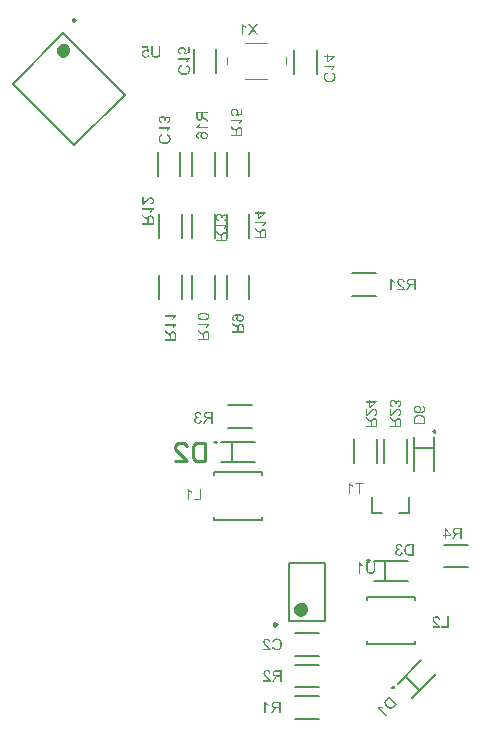
<source format=gbo>
G04*
G04 #@! TF.GenerationSoftware,Altium Limited,Altium Designer,21.6.4 (81)*
G04*
G04 Layer_Color=32896*
%FSLAX24Y24*%
%MOIN*%
G70*
G04*
G04 #@! TF.SameCoordinates,91C8DFC6-6E0A-4D14-B263-8AF1C318984C*
G04*
G04*
G04 #@! TF.FilePolarity,Positive*
G04*
G01*
G75*
%ADD27C,0.0100*%
%ADD60C,0.0098*%
%ADD63C,0.0079*%
%ADD64C,0.0236*%
%ADD65C,0.0050*%
%ADD126C,0.0040*%
G36*
X8737Y4192D02*
X8747Y4192D01*
X8756Y4190D01*
X8764Y4188D01*
X8772Y4186D01*
X8779Y4184D01*
X8786Y4181D01*
X8792Y4178D01*
X8797Y4176D01*
X8802Y4173D01*
X8806Y4171D01*
X8809Y4168D01*
X8812Y4167D01*
X8813Y4165D01*
X8814Y4165D01*
X8815Y4164D01*
X8821Y4158D01*
X8826Y4152D01*
X8831Y4146D01*
X8834Y4139D01*
X8841Y4126D01*
X8846Y4112D01*
X8847Y4106D01*
X8849Y4100D01*
X8850Y4095D01*
X8851Y4091D01*
X8852Y4087D01*
Y4084D01*
X8852Y4082D01*
Y4082D01*
X8804Y4077D01*
X8803Y4090D01*
X8801Y4101D01*
X8797Y4111D01*
X8793Y4118D01*
X8790Y4125D01*
X8787Y4130D01*
X8784Y4132D01*
X8783Y4133D01*
X8775Y4140D01*
X8766Y4145D01*
X8757Y4149D01*
X8748Y4151D01*
X8741Y4153D01*
X8734Y4153D01*
X8732Y4154D01*
X8728D01*
X8717Y4153D01*
X8706Y4151D01*
X8697Y4148D01*
X8690Y4145D01*
X8683Y4141D01*
X8680Y4138D01*
X8677Y4136D01*
X8676Y4135D01*
X8669Y4127D01*
X8664Y4119D01*
X8660Y4111D01*
X8658Y4104D01*
X8656Y4097D01*
X8656Y4092D01*
X8655Y4089D01*
Y4088D01*
Y4087D01*
X8656Y4077D01*
X8658Y4067D01*
X8662Y4057D01*
X8666Y4049D01*
X8671Y4041D01*
X8675Y4035D01*
X8676Y4033D01*
X8677Y4031D01*
X8678Y4031D01*
Y4030D01*
X8682Y4024D01*
X8688Y4018D01*
X8694Y4011D01*
X8701Y4005D01*
X8715Y3991D01*
X8728Y3978D01*
X8736Y3972D01*
X8742Y3966D01*
X8748Y3961D01*
X8753Y3957D01*
X8757Y3954D01*
X8760Y3951D01*
X8762Y3949D01*
X8763Y3949D01*
X8777Y3937D01*
X8789Y3926D01*
X8800Y3916D01*
X8808Y3908D01*
X8816Y3900D01*
X8821Y3895D01*
X8823Y3892D01*
X8824Y3891D01*
Y3891D01*
X8832Y3882D01*
X8838Y3873D01*
X8844Y3864D01*
X8848Y3856D01*
X8852Y3849D01*
X8854Y3844D01*
X8855Y3841D01*
X8856Y3840D01*
Y3840D01*
X8858Y3834D01*
X8859Y3828D01*
X8860Y3823D01*
X8860Y3818D01*
X8861Y3813D01*
Y3810D01*
Y3808D01*
Y3807D01*
X8606D01*
Y3853D01*
X8796D01*
X8789Y3862D01*
X8786Y3866D01*
X8783Y3870D01*
X8780Y3873D01*
X8778Y3875D01*
X8776Y3877D01*
X8776Y3878D01*
X8773Y3880D01*
X8769Y3883D01*
X8762Y3890D01*
X8753Y3899D01*
X8743Y3907D01*
X8735Y3914D01*
X8731Y3918D01*
X8727Y3921D01*
X8725Y3923D01*
X8722Y3925D01*
X8721Y3926D01*
X8721Y3926D01*
X8712Y3934D01*
X8703Y3941D01*
X8695Y3949D01*
X8688Y3955D01*
X8681Y3961D01*
X8676Y3966D01*
X8670Y3971D01*
X8666Y3976D01*
X8661Y3980D01*
X8658Y3984D01*
X8655Y3986D01*
X8652Y3989D01*
X8650Y3993D01*
X8648Y3994D01*
X8641Y4003D01*
X8634Y4011D01*
X8629Y4020D01*
X8624Y4026D01*
X8621Y4032D01*
X8619Y4037D01*
X8617Y4040D01*
X8617Y4041D01*
X8614Y4049D01*
X8611Y4057D01*
X8609Y4065D01*
X8608Y4072D01*
X8607Y4078D01*
X8607Y4082D01*
Y4085D01*
Y4086D01*
X8607Y4095D01*
X8609Y4102D01*
X8610Y4110D01*
X8612Y4117D01*
X8617Y4130D01*
X8623Y4141D01*
X8626Y4146D01*
X8629Y4150D01*
X8632Y4153D01*
X8635Y4156D01*
X8637Y4158D01*
X8638Y4161D01*
X8639Y4161D01*
X8640Y4162D01*
X8646Y4167D01*
X8652Y4172D01*
X8660Y4176D01*
X8667Y4180D01*
X8681Y4185D01*
X8696Y4189D01*
X8702Y4190D01*
X8708Y4191D01*
X8713Y4192D01*
X8718Y4192D01*
X8722Y4193D01*
X8727D01*
X8737Y4192D01*
D02*
G37*
G36*
X8414Y4183D02*
X8420Y4175D01*
X8428Y4166D01*
X8434Y4158D01*
X8441Y4151D01*
X8446Y4146D01*
X8448Y4144D01*
X8450Y4142D01*
X8450Y4142D01*
X8451Y4141D01*
X8463Y4132D01*
X8474Y4123D01*
X8485Y4115D01*
X8496Y4109D01*
X8506Y4104D01*
X8510Y4101D01*
X8513Y4100D01*
X8516Y4098D01*
X8518Y4097D01*
X8519Y4096D01*
X8520D01*
Y4051D01*
X8511Y4054D01*
X8503Y4058D01*
X8495Y4062D01*
X8487Y4066D01*
X8480Y4069D01*
X8475Y4072D01*
X8471Y4074D01*
X8471Y4075D01*
X8470D01*
X8460Y4081D01*
X8451Y4087D01*
X8444Y4092D01*
X8438Y4097D01*
X8432Y4101D01*
X8429Y4105D01*
X8426Y4107D01*
X8425Y4107D01*
Y3807D01*
X8378D01*
Y4193D01*
X8409D01*
X8414Y4183D01*
D02*
G37*
G36*
X9222Y3807D02*
X9171D01*
Y3978D01*
X9105D01*
X9099Y3977D01*
X9095D01*
X9091Y3976D01*
X9088Y3976D01*
X9086D01*
X9085Y3975D01*
X9084D01*
X9075Y3973D01*
X9071Y3971D01*
X9068Y3969D01*
X9065Y3968D01*
X9063Y3966D01*
X9061Y3966D01*
X9061Y3965D01*
X9056Y3962D01*
X9052Y3958D01*
X9044Y3950D01*
X9040Y3946D01*
X9037Y3943D01*
X9035Y3940D01*
X9035Y3940D01*
X9029Y3932D01*
X9023Y3924D01*
X9017Y3915D01*
X9011Y3906D01*
X9006Y3899D01*
X9002Y3893D01*
X9000Y3890D01*
X8999Y3889D01*
X8998Y3888D01*
Y3887D01*
X8948Y3807D01*
X8884D01*
X8950Y3911D01*
X8958Y3923D01*
X8965Y3933D01*
X8973Y3941D01*
X8979Y3949D01*
X8984Y3954D01*
X8989Y3959D01*
X8991Y3961D01*
X8993Y3963D01*
X8997Y3966D01*
X9002Y3970D01*
X9012Y3976D01*
X9016Y3978D01*
X9020Y3980D01*
X9022Y3981D01*
X9023Y3982D01*
X9013Y3984D01*
X9004Y3985D01*
X8995Y3988D01*
X8987Y3990D01*
X8980Y3993D01*
X8973Y3996D01*
X8967Y3999D01*
X8961Y4002D01*
X8957Y4005D01*
X8953Y4008D01*
X8949Y4010D01*
X8947Y4012D01*
X8944Y4014D01*
X8943Y4016D01*
X8942Y4016D01*
X8942Y4017D01*
X8937Y4022D01*
X8933Y4028D01*
X8926Y4040D01*
X8922Y4051D01*
X8918Y4062D01*
X8916Y4072D01*
X8915Y4076D01*
Y4080D01*
X8915Y4082D01*
Y4085D01*
Y4086D01*
Y4086D01*
X8915Y4098D01*
X8917Y4108D01*
X8920Y4118D01*
X8923Y4127D01*
X8926Y4134D01*
X8928Y4140D01*
X8930Y4143D01*
X8931Y4143D01*
Y4144D01*
X8938Y4153D01*
X8944Y4161D01*
X8952Y4167D01*
X8958Y4172D01*
X8964Y4176D01*
X8969Y4178D01*
X8973Y4180D01*
X8973Y4181D01*
X8974D01*
X8979Y4182D01*
X8985Y4184D01*
X8997Y4187D01*
X9010Y4188D01*
X9023Y4190D01*
X9034Y4191D01*
X9039D01*
X9044Y4191D01*
X9222D01*
Y3807D01*
D02*
G37*
G36*
X7364Y-5263D02*
X7370Y-5272D01*
X7377Y-5281D01*
X7384Y-5289D01*
X7390Y-5295D01*
X7395Y-5301D01*
X7397Y-5303D01*
X7399Y-5304D01*
X7400Y-5305D01*
X7400Y-5305D01*
X7412Y-5315D01*
X7424Y-5324D01*
X7435Y-5332D01*
X7446Y-5338D01*
X7455Y-5343D01*
X7459Y-5345D01*
X7462Y-5347D01*
X7465Y-5349D01*
X7467Y-5349D01*
X7468Y-5350D01*
X7469D01*
Y-5396D01*
X7461Y-5393D01*
X7452Y-5389D01*
X7444Y-5385D01*
X7436Y-5381D01*
X7430Y-5378D01*
X7424Y-5375D01*
X7421Y-5373D01*
X7420Y-5372D01*
X7420D01*
X7410Y-5366D01*
X7401Y-5360D01*
X7393Y-5354D01*
X7387Y-5349D01*
X7381Y-5345D01*
X7378Y-5342D01*
X7375Y-5340D01*
X7375Y-5339D01*
Y-5640D01*
X7327D01*
Y-5254D01*
X7358D01*
X7364Y-5263D01*
D02*
G37*
G36*
X7872Y-5477D02*
Y-5489D01*
X7872Y-5499D01*
X7871Y-5509D01*
X7870Y-5519D01*
X7869Y-5527D01*
X7868Y-5535D01*
X7866Y-5542D01*
X7865Y-5549D01*
X7864Y-5555D01*
X7863Y-5560D01*
X7861Y-5564D01*
X7860Y-5567D01*
X7859Y-5570D01*
X7859Y-5572D01*
X7858Y-5573D01*
Y-5574D01*
X7852Y-5586D01*
X7844Y-5597D01*
X7836Y-5606D01*
X7828Y-5614D01*
X7821Y-5620D01*
X7815Y-5625D01*
X7813Y-5626D01*
X7811Y-5627D01*
X7810Y-5628D01*
X7809D01*
X7795Y-5634D01*
X7781Y-5638D01*
X7766Y-5642D01*
X7752Y-5644D01*
X7746Y-5645D01*
X7740Y-5645D01*
X7734Y-5646D01*
X7730D01*
X7726Y-5646D01*
X7721D01*
X7701Y-5645D01*
X7692Y-5644D01*
X7684Y-5643D01*
X7675Y-5641D01*
X7668Y-5640D01*
X7662Y-5638D01*
X7656Y-5636D01*
X7650Y-5633D01*
X7646Y-5632D01*
X7641Y-5630D01*
X7638Y-5628D01*
X7635Y-5627D01*
X7633Y-5626D01*
X7632Y-5625D01*
X7632D01*
X7619Y-5617D01*
X7609Y-5607D01*
X7602Y-5598D01*
X7595Y-5590D01*
X7590Y-5582D01*
X7587Y-5576D01*
X7586Y-5573D01*
X7584Y-5572D01*
X7584Y-5571D01*
Y-5570D01*
X7582Y-5563D01*
X7579Y-5556D01*
X7576Y-5541D01*
X7574Y-5526D01*
X7572Y-5511D01*
X7572Y-5504D01*
X7571Y-5497D01*
Y-5492D01*
X7571Y-5487D01*
Y-5483D01*
Y-5480D01*
Y-5478D01*
Y-5477D01*
Y-5255D01*
X7622D01*
Y-5477D01*
Y-5490D01*
X7623Y-5502D01*
X7624Y-5513D01*
X7626Y-5523D01*
X7627Y-5532D01*
X7629Y-5540D01*
X7631Y-5547D01*
X7633Y-5554D01*
X7636Y-5559D01*
X7638Y-5563D01*
X7640Y-5567D01*
X7642Y-5570D01*
X7643Y-5572D01*
X7644Y-5574D01*
X7645Y-5575D01*
X7646Y-5575D01*
X7651Y-5580D01*
X7656Y-5583D01*
X7668Y-5590D01*
X7681Y-5594D01*
X7694Y-5597D01*
X7707Y-5599D01*
X7712Y-5600D01*
X7717D01*
X7720Y-5600D01*
X7725D01*
X7737Y-5600D01*
X7748Y-5598D01*
X7758Y-5596D01*
X7765Y-5593D01*
X7772Y-5591D01*
X7777Y-5590D01*
X7780Y-5588D01*
X7781Y-5587D01*
X7789Y-5582D01*
X7795Y-5576D01*
X7801Y-5570D01*
X7805Y-5565D01*
X7808Y-5559D01*
X7811Y-5555D01*
X7812Y-5552D01*
X7813Y-5551D01*
X7814Y-5546D01*
X7815Y-5541D01*
X7818Y-5530D01*
X7819Y-5517D01*
X7820Y-5505D01*
X7821Y-5495D01*
Y-5490D01*
X7821Y-5486D01*
Y-5482D01*
Y-5480D01*
Y-5478D01*
Y-5477D01*
Y-5255D01*
X7872D01*
Y-5477D01*
D02*
G37*
G36*
X9295Y-41D02*
X9304Y-42D01*
X9314Y-43D01*
X9322Y-45D01*
X9330Y-48D01*
X9338Y-51D01*
X9344Y-53D01*
X9350Y-57D01*
X9356Y-60D01*
X9361Y-63D01*
X9365Y-66D01*
X9369Y-68D01*
X9371Y-70D01*
X9373Y-72D01*
X9374Y-73D01*
X9375Y-73D01*
X9381Y-79D01*
X9386Y-86D01*
X9391Y-93D01*
X9395Y-100D01*
X9399Y-107D01*
X9401Y-113D01*
X9405Y-126D01*
X9407Y-132D01*
X9408Y-137D01*
X9409Y-142D01*
X9409Y-146D01*
X9410Y-149D01*
Y-154D01*
X9409Y-164D01*
X9407Y-173D01*
X9406Y-182D01*
X9404Y-190D01*
X9401Y-197D01*
X9399Y-202D01*
X9397Y-205D01*
X9397Y-205D01*
Y-206D01*
X9391Y-215D01*
X9385Y-223D01*
X9379Y-230D01*
X9372Y-235D01*
X9367Y-240D01*
X9362Y-244D01*
X9359Y-246D01*
X9359Y-247D01*
X9369D01*
X9379Y-246D01*
X9387Y-246D01*
X9396Y-245D01*
X9404Y-244D01*
X9411Y-243D01*
X9418Y-242D01*
X9424Y-240D01*
X9430Y-239D01*
X9434Y-238D01*
X9438Y-237D01*
X9441Y-236D01*
X9444Y-235D01*
X9445Y-235D01*
X9446Y-234D01*
X9447D01*
X9458Y-229D01*
X9468Y-223D01*
X9476Y-217D01*
X9482Y-212D01*
X9488Y-207D01*
X9492Y-203D01*
X9494Y-200D01*
X9495Y-199D01*
X9499Y-192D01*
X9502Y-185D01*
X9504Y-179D01*
X9506Y-172D01*
X9507Y-167D01*
X9507Y-163D01*
Y-159D01*
X9506Y-149D01*
X9504Y-139D01*
X9501Y-132D01*
X9497Y-124D01*
X9493Y-119D01*
X9490Y-115D01*
X9488Y-113D01*
X9487Y-112D01*
X9482Y-108D01*
X9476Y-104D01*
X9469Y-101D01*
X9462Y-98D01*
X9456Y-96D01*
X9451Y-94D01*
X9448Y-94D01*
X9447Y-93D01*
X9447D01*
X9451Y-46D01*
X9466Y-49D01*
X9480Y-54D01*
X9492Y-60D01*
X9502Y-66D01*
X9510Y-72D01*
X9513Y-74D01*
X9516Y-77D01*
X9518Y-79D01*
X9520Y-81D01*
X9520Y-81D01*
X9521Y-82D01*
X9525Y-87D01*
X9529Y-93D01*
X9536Y-106D01*
X9540Y-118D01*
X9543Y-129D01*
X9545Y-140D01*
X9546Y-144D01*
Y-148D01*
X9546Y-152D01*
Y-156D01*
X9546Y-167D01*
X9545Y-178D01*
X9542Y-188D01*
X9540Y-197D01*
X9536Y-205D01*
X9532Y-214D01*
X9528Y-221D01*
X9524Y-228D01*
X9520Y-233D01*
X9516Y-239D01*
X9512Y-243D01*
X9509Y-246D01*
X9506Y-249D01*
X9503Y-251D01*
X9502Y-253D01*
X9502Y-253D01*
X9492Y-260D01*
X9480Y-266D01*
X9468Y-272D01*
X9455Y-277D01*
X9442Y-281D01*
X9429Y-284D01*
X9415Y-287D01*
X9402Y-289D01*
X9389Y-291D01*
X9377Y-292D01*
X9367Y-293D01*
X9358Y-294D01*
X9350D01*
X9345Y-294D01*
X9343D01*
X9341D01*
X9340D01*
X9340D01*
X9322Y-294D01*
X9305Y-293D01*
X9290Y-291D01*
X9275Y-288D01*
X9263Y-285D01*
X9251Y-283D01*
X9240Y-279D01*
X9231Y-275D01*
X9223Y-272D01*
X9216Y-269D01*
X9210Y-266D01*
X9205Y-263D01*
X9202Y-260D01*
X9199Y-259D01*
X9198Y-258D01*
X9197Y-257D01*
X9189Y-250D01*
X9183Y-242D01*
X9177Y-234D01*
X9172Y-227D01*
X9168Y-218D01*
X9164Y-210D01*
X9162Y-203D01*
X9159Y-195D01*
X9158Y-188D01*
X9156Y-182D01*
X9155Y-176D01*
X9154Y-171D01*
Y-167D01*
X9154Y-164D01*
Y-161D01*
X9154Y-148D01*
X9157Y-137D01*
X9159Y-126D01*
X9162Y-117D01*
X9165Y-109D01*
X9168Y-104D01*
X9168Y-102D01*
X9169Y-100D01*
X9170Y-99D01*
Y-99D01*
X9177Y-89D01*
X9184Y-81D01*
X9192Y-73D01*
X9200Y-67D01*
X9207Y-62D01*
X9213Y-59D01*
X9215Y-58D01*
X9217Y-57D01*
X9217Y-56D01*
X9218D01*
X9229Y-51D01*
X9241Y-47D01*
X9253Y-44D01*
X9263Y-42D01*
X9272Y-41D01*
X9275D01*
X9279Y-40D01*
X9281D01*
X9283D01*
X9284D01*
X9285D01*
X9295Y-41D01*
D02*
G37*
G36*
X9373Y-343D02*
X9390Y-345D01*
X9406Y-347D01*
X9413Y-349D01*
X9419Y-350D01*
X9425Y-352D01*
X9430Y-353D01*
X9435Y-354D01*
X9439Y-356D01*
X9442Y-356D01*
X9444Y-357D01*
X9445Y-358D01*
X9446D01*
X9460Y-364D01*
X9473Y-371D01*
X9484Y-379D01*
X9493Y-386D01*
X9501Y-393D01*
X9507Y-399D01*
X9508Y-401D01*
X9510Y-402D01*
X9511Y-403D01*
X9511Y-404D01*
X9518Y-412D01*
X9524Y-422D01*
X9529Y-431D01*
X9533Y-440D01*
X9536Y-448D01*
X9537Y-454D01*
X9538Y-456D01*
Y-458D01*
X9539Y-459D01*
Y-460D01*
X9541Y-469D01*
X9542Y-480D01*
X9543Y-491D01*
X9544Y-502D01*
X9545Y-512D01*
Y-660D01*
X9160D01*
Y-522D01*
X9161Y-509D01*
X9162Y-497D01*
X9163Y-487D01*
X9164Y-478D01*
X9165Y-470D01*
X9165Y-465D01*
X9166Y-463D01*
X9167Y-461D01*
Y-460D01*
X9169Y-450D01*
X9173Y-441D01*
X9175Y-434D01*
X9179Y-427D01*
X9182Y-421D01*
X9184Y-417D01*
X9185Y-415D01*
X9186Y-414D01*
X9191Y-407D01*
X9197Y-401D01*
X9203Y-395D01*
X9208Y-390D01*
X9213Y-385D01*
X9217Y-382D01*
X9220Y-380D01*
X9221Y-379D01*
X9230Y-374D01*
X9239Y-368D01*
X9248Y-364D01*
X9257Y-360D01*
X9265Y-357D01*
X9271Y-355D01*
X9273Y-354D01*
X9275Y-354D01*
X9276Y-353D01*
X9276D01*
X9290Y-350D01*
X9303Y-347D01*
X9316Y-345D01*
X9328Y-344D01*
X9339Y-343D01*
X9343D01*
X9347Y-343D01*
X9350D01*
X9352D01*
X9354D01*
X9354D01*
X9373Y-343D01*
D02*
G37*
G36*
X8151Y-10102D02*
X8143Y-10106D01*
X8134Y-10109D01*
X8126Y-10112D01*
X8117Y-10115D01*
X8110Y-10117D01*
X8104Y-10119D01*
X8100Y-10120D01*
X8100D01*
X8099Y-10120D01*
X8088Y-10123D01*
X8077Y-10125D01*
X8068Y-10126D01*
X8060Y-10127D01*
X8053Y-10128D01*
X8049D01*
X8045Y-10129D01*
X8044D01*
X8257Y-10341D01*
X8223Y-10374D01*
X7951Y-10102D01*
X7972Y-10080D01*
X7983Y-10083D01*
X7993Y-10085D01*
X8005Y-10086D01*
X8015Y-10087D01*
X8024D01*
X8032Y-10087D01*
X8035Y-10087D01*
X8038D01*
X8053Y-10085D01*
X8068Y-10083D01*
X8081Y-10081D01*
X8093Y-10077D01*
X8104Y-10075D01*
X8108Y-10073D01*
X8112Y-10072D01*
X8115Y-10071D01*
X8117Y-10070D01*
X8119D01*
X8119Y-10070D01*
X8151Y-10102D01*
D02*
G37*
G36*
X8609Y-9989D02*
X8511Y-10086D01*
X8502Y-10095D01*
X8493Y-10103D01*
X8485Y-10109D01*
X8478Y-10115D01*
X8472Y-10120D01*
X8467Y-10123D01*
X8466Y-10124D01*
X8464Y-10125D01*
X8463Y-10126D01*
X8454Y-10131D01*
X8446Y-10135D01*
X8438Y-10138D01*
X8431Y-10140D01*
X8425Y-10142D01*
X8421Y-10144D01*
X8418Y-10144D01*
X8417Y-10144D01*
X8409Y-10146D01*
X8400D01*
X8392Y-10146D01*
X8384Y-10146D01*
X8378Y-10146D01*
X8372Y-10145D01*
X8369Y-10145D01*
X8368Y-10144D01*
X8358Y-10142D01*
X8347Y-10139D01*
X8338Y-10136D01*
X8329Y-10132D01*
X8321Y-10129D01*
X8315Y-10126D01*
X8313Y-10125D01*
X8312Y-10124D01*
X8310Y-10124D01*
X8310Y-10124D01*
X8298Y-10117D01*
X8287Y-10109D01*
X8277Y-10101D01*
X8267Y-10094D01*
X8259Y-10087D01*
X8256Y-10084D01*
X8253Y-10081D01*
X8251Y-10079D01*
X8249Y-10077D01*
X8248Y-10077D01*
X8248Y-10076D01*
X8235Y-10062D01*
X8224Y-10049D01*
X8215Y-10036D01*
X8210Y-10030D01*
X8207Y-10025D01*
X8204Y-10019D01*
X8201Y-10015D01*
X8199Y-10011D01*
X8197Y-10007D01*
X8195Y-10004D01*
X8195Y-10002D01*
X8194Y-10001D01*
X8194Y-10000D01*
X8188Y-9986D01*
X8184Y-9972D01*
X8182Y-9958D01*
X8180Y-9947D01*
X8179Y-9936D01*
Y-9929D01*
X8180Y-9926D01*
Y-9923D01*
Y-9923D01*
Y-9922D01*
X8181Y-9911D01*
X8184Y-9900D01*
X8187Y-9890D01*
X8190Y-9881D01*
X8194Y-9873D01*
X8197Y-9868D01*
X8198Y-9865D01*
X8199Y-9864D01*
X8199Y-9863D01*
X8200Y-9863D01*
X8205Y-9855D01*
X8212Y-9846D01*
X8219Y-9837D01*
X8226Y-9829D01*
X8233Y-9821D01*
X8338Y-9717D01*
X8609Y-9989D01*
D02*
G37*
G36*
X7693Y106D02*
X7941D01*
Y68D01*
X7693Y-108D01*
X7649D01*
Y59D01*
X7557D01*
Y106D01*
X7649D01*
Y158D01*
X7693D01*
Y106D01*
D02*
G37*
G36*
X7603Y-332D02*
X7612Y-325D01*
X7616Y-322D01*
X7620Y-319D01*
X7623Y-316D01*
X7625Y-314D01*
X7627Y-312D01*
X7628Y-312D01*
X7630Y-309D01*
X7633Y-306D01*
X7640Y-298D01*
X7649Y-289D01*
X7657Y-280D01*
X7664Y-271D01*
X7668Y-267D01*
X7671Y-264D01*
X7673Y-261D01*
X7675Y-259D01*
X7676Y-258D01*
X7676Y-257D01*
X7684Y-248D01*
X7691Y-239D01*
X7699Y-231D01*
X7705Y-224D01*
X7711Y-218D01*
X7716Y-212D01*
X7721Y-206D01*
X7726Y-202D01*
X7730Y-198D01*
X7734Y-194D01*
X7736Y-192D01*
X7739Y-189D01*
X7743Y-186D01*
X7744Y-185D01*
X7753Y-177D01*
X7761Y-170D01*
X7770Y-165D01*
X7776Y-160D01*
X7782Y-157D01*
X7787Y-155D01*
X7790Y-154D01*
X7791Y-153D01*
X7799Y-150D01*
X7807Y-148D01*
X7815Y-145D01*
X7822Y-144D01*
X7828Y-144D01*
X7832Y-143D01*
X7835D01*
X7836D01*
X7845Y-144D01*
X7852Y-145D01*
X7860Y-146D01*
X7867Y-148D01*
X7880Y-154D01*
X7891Y-159D01*
X7896Y-163D01*
X7900Y-165D01*
X7903Y-168D01*
X7906Y-171D01*
X7908Y-173D01*
X7911Y-174D01*
X7911Y-175D01*
X7912Y-176D01*
X7917Y-182D01*
X7922Y-189D01*
X7926Y-196D01*
X7930Y-203D01*
X7935Y-218D01*
X7939Y-232D01*
X7940Y-238D01*
X7941Y-244D01*
X7942Y-250D01*
X7942Y-254D01*
X7943Y-258D01*
Y-264D01*
X7942Y-274D01*
X7942Y-283D01*
X7940Y-292D01*
X7938Y-300D01*
X7936Y-308D01*
X7934Y-315D01*
X7931Y-322D01*
X7928Y-328D01*
X7926Y-334D01*
X7923Y-338D01*
X7921Y-342D01*
X7918Y-345D01*
X7917Y-348D01*
X7915Y-350D01*
X7915Y-351D01*
X7914Y-351D01*
X7908Y-357D01*
X7902Y-362D01*
X7896Y-367D01*
X7889Y-371D01*
X7876Y-377D01*
X7862Y-382D01*
X7856Y-384D01*
X7850Y-385D01*
X7845Y-386D01*
X7841Y-387D01*
X7837Y-388D01*
X7834D01*
X7832Y-389D01*
X7832D01*
X7827Y-340D01*
X7840Y-339D01*
X7851Y-337D01*
X7861Y-334D01*
X7868Y-330D01*
X7875Y-326D01*
X7880Y-323D01*
X7882Y-321D01*
X7883Y-320D01*
X7890Y-311D01*
X7895Y-302D01*
X7899Y-293D01*
X7901Y-285D01*
X7903Y-277D01*
X7903Y-270D01*
X7904Y-268D01*
Y-265D01*
X7903Y-253D01*
X7901Y-243D01*
X7898Y-234D01*
X7895Y-226D01*
X7891Y-220D01*
X7888Y-216D01*
X7886Y-213D01*
X7885Y-212D01*
X7877Y-205D01*
X7869Y-200D01*
X7861Y-196D01*
X7854Y-194D01*
X7847Y-193D01*
X7842Y-192D01*
X7839Y-192D01*
X7838D01*
X7837D01*
X7827Y-193D01*
X7817Y-195D01*
X7807Y-199D01*
X7799Y-203D01*
X7791Y-207D01*
X7785Y-211D01*
X7783Y-212D01*
X7781Y-213D01*
X7781Y-214D01*
X7780D01*
X7774Y-219D01*
X7768Y-224D01*
X7761Y-230D01*
X7755Y-237D01*
X7741Y-251D01*
X7728Y-265D01*
X7722Y-272D01*
X7716Y-278D01*
X7711Y-284D01*
X7707Y-289D01*
X7704Y-293D01*
X7701Y-296D01*
X7699Y-299D01*
X7699Y-299D01*
X7687Y-313D01*
X7676Y-326D01*
X7666Y-336D01*
X7658Y-345D01*
X7650Y-352D01*
X7645Y-357D01*
X7642Y-360D01*
X7642Y-361D01*
X7641D01*
X7632Y-369D01*
X7623Y-375D01*
X7614Y-380D01*
X7606Y-385D01*
X7599Y-388D01*
X7594Y-390D01*
X7591Y-391D01*
X7590Y-392D01*
X7590D01*
X7584Y-394D01*
X7578Y-395D01*
X7573Y-396D01*
X7568Y-397D01*
X7563Y-397D01*
X7560D01*
X7558D01*
X7557D01*
Y-143D01*
X7603D01*
Y-332D01*
D02*
G37*
G36*
X7661Y-487D02*
X7673Y-495D01*
X7683Y-502D01*
X7691Y-509D01*
X7699Y-515D01*
X7704Y-521D01*
X7709Y-525D01*
X7711Y-528D01*
X7713Y-529D01*
X7716Y-533D01*
X7720Y-538D01*
X7726Y-548D01*
X7728Y-553D01*
X7730Y-556D01*
X7731Y-558D01*
X7732Y-559D01*
X7734Y-549D01*
X7735Y-540D01*
X7738Y-532D01*
X7740Y-523D01*
X7743Y-516D01*
X7746Y-510D01*
X7749Y-503D01*
X7752Y-498D01*
X7755Y-493D01*
X7758Y-489D01*
X7760Y-486D01*
X7762Y-483D01*
X7764Y-481D01*
X7766Y-479D01*
X7766Y-478D01*
X7767Y-478D01*
X7772Y-473D01*
X7778Y-469D01*
X7790Y-462D01*
X7801Y-458D01*
X7812Y-455D01*
X7822Y-452D01*
X7826Y-452D01*
X7830D01*
X7832Y-451D01*
X7835D01*
X7836D01*
X7836D01*
X7848Y-452D01*
X7858Y-453D01*
X7868Y-456D01*
X7877Y-459D01*
X7884Y-462D01*
X7890Y-465D01*
X7893Y-467D01*
X7893Y-467D01*
X7894D01*
X7903Y-474D01*
X7911Y-481D01*
X7917Y-488D01*
X7922Y-495D01*
X7926Y-501D01*
X7928Y-506D01*
X7930Y-509D01*
X7931Y-510D01*
Y-510D01*
X7932Y-515D01*
X7934Y-521D01*
X7937Y-533D01*
X7938Y-547D01*
X7940Y-559D01*
X7941Y-571D01*
Y-576D01*
X7941Y-580D01*
Y-758D01*
X7557D01*
Y-707D01*
X7728D01*
Y-642D01*
X7727Y-636D01*
Y-631D01*
X7726Y-627D01*
X7726Y-624D01*
Y-622D01*
X7725Y-621D01*
Y-621D01*
X7723Y-612D01*
X7721Y-608D01*
X7719Y-604D01*
X7718Y-601D01*
X7716Y-599D01*
X7716Y-598D01*
X7715Y-597D01*
X7712Y-593D01*
X7708Y-588D01*
X7700Y-580D01*
X7696Y-576D01*
X7693Y-573D01*
X7690Y-572D01*
X7690Y-571D01*
X7682Y-566D01*
X7674Y-559D01*
X7665Y-553D01*
X7656Y-547D01*
X7649Y-542D01*
X7643Y-538D01*
X7640Y-537D01*
X7639Y-536D01*
X7638Y-534D01*
X7637D01*
X7557Y-484D01*
Y-421D01*
X7661Y-487D01*
D02*
G37*
G36*
X8487Y158D02*
X8499Y156D01*
X8510Y153D01*
X8519Y150D01*
X8526Y146D01*
X8531Y143D01*
X8535Y141D01*
X8536Y140D01*
X8544Y132D01*
X8551Y124D01*
X8557Y115D01*
X8561Y106D01*
X8565Y98D01*
X8567Y92D01*
X8567Y90D01*
X8568Y88D01*
X8569Y87D01*
Y87D01*
X8574Y96D01*
X8579Y104D01*
X8584Y111D01*
X8589Y116D01*
X8594Y121D01*
X8597Y124D01*
X8600Y126D01*
X8601Y126D01*
X8609Y131D01*
X8616Y134D01*
X8624Y137D01*
X8631Y138D01*
X8637Y140D01*
X8642Y140D01*
X8645D01*
X8646D01*
X8656Y140D01*
X8665Y138D01*
X8673Y136D01*
X8681Y133D01*
X8687Y130D01*
X8692Y128D01*
X8695Y126D01*
X8696Y126D01*
X8704Y120D01*
X8711Y113D01*
X8717Y107D01*
X8723Y100D01*
X8727Y95D01*
X8730Y90D01*
X8732Y86D01*
X8732Y86D01*
Y85D01*
X8737Y75D01*
X8740Y65D01*
X8743Y55D01*
X8745Y46D01*
X8746Y39D01*
X8746Y33D01*
Y19D01*
X8745Y11D01*
X8742Y-4D01*
X8738Y-16D01*
X8733Y-27D01*
X8731Y-32D01*
X8728Y-36D01*
X8726Y-40D01*
X8724Y-43D01*
X8722Y-45D01*
X8721Y-47D01*
X8721Y-48D01*
X8720Y-49D01*
X8710Y-59D01*
X8698Y-67D01*
X8686Y-74D01*
X8673Y-80D01*
X8663Y-83D01*
X8658Y-85D01*
X8655Y-86D01*
X8651Y-86D01*
X8649Y-87D01*
X8647Y-87D01*
X8647D01*
X8639Y-40D01*
X8651Y-38D01*
X8661Y-35D01*
X8670Y-31D01*
X8677Y-27D01*
X8683Y-23D01*
X8687Y-20D01*
X8690Y-18D01*
X8690Y-17D01*
X8696Y-10D01*
X8700Y-2D01*
X8703Y5D01*
X8705Y12D01*
X8706Y19D01*
X8707Y24D01*
Y29D01*
X8707Y39D01*
X8705Y47D01*
X8702Y55D01*
X8699Y62D01*
X8696Y67D01*
X8693Y71D01*
X8691Y74D01*
X8690Y74D01*
X8683Y80D01*
X8676Y85D01*
X8669Y87D01*
X8662Y90D01*
X8656Y91D01*
X8652Y92D01*
X8649D01*
X8648D01*
X8647D01*
X8641D01*
X8636Y91D01*
X8626Y88D01*
X8618Y84D01*
X8611Y80D01*
X8606Y75D01*
X8602Y71D01*
X8600Y69D01*
X8599Y68D01*
Y67D01*
X8594Y58D01*
X8590Y49D01*
X8587Y40D01*
X8586Y31D01*
X8585Y24D01*
X8584Y18D01*
Y11D01*
X8584Y9D01*
Y6D01*
X8543Y0D01*
X8544Y7D01*
X8545Y14D01*
X8546Y20D01*
X8547Y25D01*
X8547Y29D01*
Y34D01*
X8546Y45D01*
X8544Y56D01*
X8541Y65D01*
X8537Y73D01*
X8533Y79D01*
X8530Y84D01*
X8528Y86D01*
X8526Y87D01*
X8518Y95D01*
X8509Y100D01*
X8500Y104D01*
X8491Y106D01*
X8484Y108D01*
X8478Y108D01*
X8476Y109D01*
X8474D01*
X8473D01*
X8473D01*
X8460Y108D01*
X8449Y105D01*
X8440Y102D01*
X8432Y97D01*
X8425Y93D01*
X8420Y90D01*
X8417Y87D01*
X8415Y86D01*
X8408Y77D01*
X8402Y67D01*
X8398Y58D01*
X8395Y49D01*
X8394Y41D01*
X8393Y35D01*
X8393Y33D01*
Y30D01*
X8393Y20D01*
X8395Y10D01*
X8398Y2D01*
X8402Y-5D01*
X8404Y-10D01*
X8407Y-15D01*
X8409Y-17D01*
X8410Y-18D01*
X8418Y-25D01*
X8427Y-30D01*
X8436Y-35D01*
X8446Y-39D01*
X8454Y-42D01*
X8458Y-43D01*
X8461Y-44D01*
X8464Y-44D01*
X8466Y-45D01*
X8468Y-45D01*
X8468D01*
X8462Y-92D01*
X8453Y-91D01*
X8445Y-90D01*
X8429Y-85D01*
X8416Y-79D01*
X8410Y-75D01*
X8405Y-72D01*
X8400Y-69D01*
X8396Y-65D01*
X8392Y-62D01*
X8389Y-60D01*
X8387Y-58D01*
X8385Y-56D01*
X8384Y-55D01*
X8384Y-55D01*
X8379Y-48D01*
X8374Y-41D01*
X8370Y-35D01*
X8367Y-27D01*
X8361Y-14D01*
X8358Y-0D01*
X8357Y6D01*
X8355Y11D01*
X8355Y16D01*
X8354Y21D01*
X8354Y24D01*
Y29D01*
X8354Y40D01*
X8355Y49D01*
X8357Y59D01*
X8359Y67D01*
X8362Y76D01*
X8365Y83D01*
X8368Y90D01*
X8372Y96D01*
X8374Y102D01*
X8378Y107D01*
X8380Y112D01*
X8383Y115D01*
X8385Y118D01*
X8387Y120D01*
X8388Y121D01*
X8389Y122D01*
X8395Y128D01*
X8403Y134D01*
X8410Y139D01*
X8417Y143D01*
X8424Y147D01*
X8431Y150D01*
X8444Y155D01*
X8450Y156D01*
X8456Y157D01*
X8461Y158D01*
X8465Y158D01*
X8469Y159D01*
X8471D01*
X8473D01*
X8474D01*
X8487Y158D01*
D02*
G37*
G36*
X8406Y-333D02*
X8415Y-326D01*
X8419Y-323D01*
X8423Y-320D01*
X8427Y-317D01*
X8429Y-315D01*
X8430Y-313D01*
X8431Y-313D01*
X8434Y-310D01*
X8436Y-307D01*
X8444Y-299D01*
X8452Y-290D01*
X8460Y-281D01*
X8468Y-272D01*
X8471Y-268D01*
X8474Y-264D01*
X8476Y-262D01*
X8478Y-259D01*
X8479Y-258D01*
X8480Y-258D01*
X8488Y-249D01*
X8495Y-240D01*
X8502Y-232D01*
X8508Y-225D01*
X8514Y-218D01*
X8520Y-213D01*
X8525Y-207D01*
X8529Y-203D01*
X8534Y-198D01*
X8537Y-195D01*
X8540Y-192D01*
X8543Y-190D01*
X8546Y-187D01*
X8547Y-186D01*
X8556Y-178D01*
X8565Y-171D01*
X8573Y-166D01*
X8580Y-161D01*
X8586Y-158D01*
X8590Y-156D01*
X8593Y-155D01*
X8594Y-154D01*
X8602Y-151D01*
X8611Y-148D01*
X8619Y-146D01*
X8625Y-145D01*
X8631Y-145D01*
X8636Y-144D01*
X8639D01*
X8640D01*
X8648Y-145D01*
X8656Y-146D01*
X8663Y-147D01*
X8670Y-149D01*
X8683Y-155D01*
X8694Y-160D01*
X8699Y-163D01*
X8703Y-166D01*
X8707Y-169D01*
X8710Y-172D01*
X8712Y-174D01*
X8714Y-175D01*
X8715Y-176D01*
X8715Y-177D01*
X8721Y-183D01*
X8726Y-190D01*
X8730Y-197D01*
X8733Y-204D01*
X8738Y-218D01*
X8742Y-233D01*
X8743Y-239D01*
X8745Y-245D01*
X8745Y-251D01*
X8746Y-255D01*
X8746Y-259D01*
Y-264D01*
X8746Y-274D01*
X8745Y-284D01*
X8743Y-293D01*
X8742Y-301D01*
X8740Y-309D01*
X8737Y-316D01*
X8735Y-323D01*
X8732Y-329D01*
X8729Y-334D01*
X8726Y-339D01*
X8724Y-343D01*
X8722Y-346D01*
X8720Y-349D01*
X8718Y-351D01*
X8718Y-352D01*
X8717Y-352D01*
X8712Y-358D01*
X8706Y-363D01*
X8699Y-368D01*
X8692Y-372D01*
X8679Y-378D01*
X8666Y-383D01*
X8660Y-384D01*
X8654Y-386D01*
X8649Y-387D01*
X8644Y-388D01*
X8640Y-389D01*
X8637D01*
X8636Y-389D01*
X8635D01*
X8630Y-341D01*
X8643Y-340D01*
X8654Y-338D01*
X8664Y-334D01*
X8672Y-331D01*
X8678Y-327D01*
X8683Y-324D01*
X8686Y-322D01*
X8687Y-321D01*
X8693Y-312D01*
X8698Y-303D01*
X8702Y-294D01*
X8705Y-286D01*
X8706Y-278D01*
X8707Y-271D01*
X8707Y-269D01*
Y-266D01*
X8707Y-254D01*
X8705Y-243D01*
X8701Y-235D01*
X8698Y-227D01*
X8694Y-221D01*
X8691Y-217D01*
X8689Y-214D01*
X8688Y-213D01*
X8680Y-206D01*
X8672Y-201D01*
X8665Y-197D01*
X8657Y-195D01*
X8651Y-193D01*
X8645Y-193D01*
X8642Y-192D01*
X8641D01*
X8641D01*
X8631Y-193D01*
X8620Y-196D01*
X8611Y-200D01*
X8602Y-203D01*
X8595Y-208D01*
X8589Y-212D01*
X8586Y-213D01*
X8585Y-214D01*
X8584Y-215D01*
X8584D01*
X8577Y-220D01*
X8571Y-225D01*
X8565Y-231D01*
X8558Y-238D01*
X8545Y-252D01*
X8531Y-266D01*
X8525Y-273D01*
X8520Y-279D01*
X8515Y-285D01*
X8510Y-290D01*
X8507Y-294D01*
X8504Y-297D01*
X8503Y-299D01*
X8502Y-300D01*
X8490Y-314D01*
X8479Y-327D01*
X8469Y-337D01*
X8461Y-346D01*
X8454Y-353D01*
X8449Y-358D01*
X8445Y-360D01*
X8445Y-362D01*
X8444D01*
X8435Y-369D01*
X8426Y-375D01*
X8417Y-381D01*
X8409Y-385D01*
X8403Y-389D01*
X8398Y-391D01*
X8394Y-392D01*
X8394Y-393D01*
X8393D01*
X8387Y-395D01*
X8382Y-396D01*
X8376Y-397D01*
X8371Y-398D01*
X8367Y-398D01*
X8363D01*
X8361D01*
X8360D01*
Y-143D01*
X8406D01*
Y-333D01*
D02*
G37*
G36*
X8465Y-488D02*
X8476Y-495D01*
X8486Y-503D01*
X8494Y-510D01*
X8502Y-516D01*
X8508Y-521D01*
X8512Y-526D01*
X8515Y-529D01*
X8516Y-530D01*
X8519Y-534D01*
X8523Y-539D01*
X8529Y-549D01*
X8531Y-554D01*
X8534Y-557D01*
X8535Y-559D01*
X8535Y-560D01*
X8537Y-550D01*
X8539Y-541D01*
X8541Y-533D01*
X8544Y-524D01*
X8546Y-517D01*
X8550Y-510D01*
X8553Y-504D01*
X8555Y-499D01*
X8559Y-494D01*
X8561Y-490D01*
X8564Y-486D01*
X8566Y-484D01*
X8567Y-481D01*
X8569Y-480D01*
X8570Y-479D01*
X8570Y-479D01*
X8576Y-474D01*
X8581Y-470D01*
X8593Y-463D01*
X8605Y-459D01*
X8616Y-455D01*
X8625Y-453D01*
X8629Y-453D01*
X8633D01*
X8636Y-452D01*
X8638D01*
X8639D01*
X8640D01*
X8651Y-453D01*
X8662Y-454D01*
X8672Y-457D01*
X8680Y-460D01*
X8687Y-463D01*
X8693Y-465D01*
X8696Y-468D01*
X8697Y-468D01*
X8697D01*
X8706Y-475D01*
X8714Y-481D01*
X8721Y-489D01*
X8726Y-495D01*
X8730Y-501D01*
X8732Y-506D01*
X8733Y-510D01*
X8734Y-510D01*
Y-511D01*
X8736Y-516D01*
X8737Y-522D01*
X8740Y-534D01*
X8742Y-548D01*
X8743Y-560D01*
X8744Y-571D01*
Y-576D01*
X8745Y-581D01*
Y-759D01*
X8360D01*
Y-708D01*
X8531D01*
Y-642D01*
X8530Y-636D01*
Y-632D01*
X8530Y-628D01*
X8529Y-625D01*
Y-623D01*
X8529Y-622D01*
Y-621D01*
X8526Y-612D01*
X8524Y-609D01*
X8523Y-605D01*
X8521Y-602D01*
X8520Y-600D01*
X8519Y-599D01*
X8519Y-598D01*
X8515Y-594D01*
X8511Y-589D01*
X8503Y-581D01*
X8499Y-577D01*
X8496Y-574D01*
X8494Y-573D01*
X8493Y-572D01*
X8485Y-566D01*
X8477Y-560D01*
X8468Y-554D01*
X8460Y-548D01*
X8452Y-543D01*
X8446Y-539D01*
X8444Y-538D01*
X8442Y-536D01*
X8441Y-535D01*
X8440D01*
X8360Y-485D01*
Y-422D01*
X8465Y-488D01*
D02*
G37*
G36*
X3458Y12683D02*
X3464Y12675D01*
X3472Y12666D01*
X3478Y12658D01*
X3485Y12651D01*
X3490Y12646D01*
X3492Y12644D01*
X3494Y12642D01*
X3494Y12642D01*
X3495Y12641D01*
X3507Y12632D01*
X3518Y12623D01*
X3529Y12615D01*
X3540Y12609D01*
X3550Y12604D01*
X3554Y12601D01*
X3557Y12600D01*
X3560Y12598D01*
X3562Y12597D01*
X3563Y12596D01*
X3564D01*
Y12551D01*
X3555Y12554D01*
X3547Y12558D01*
X3539Y12562D01*
X3531Y12566D01*
X3524Y12569D01*
X3519Y12572D01*
X3515Y12574D01*
X3515Y12575D01*
X3514D01*
X3504Y12581D01*
X3495Y12587D01*
X3488Y12592D01*
X3482Y12597D01*
X3476Y12601D01*
X3473Y12605D01*
X3470Y12607D01*
X3469Y12607D01*
Y12307D01*
X3422D01*
Y12693D01*
X3453D01*
X3458Y12683D01*
D02*
G37*
G36*
X3830Y12506D02*
X3978Y12307D01*
X3917D01*
X3820Y12440D01*
X3817Y12444D01*
X3815Y12448D01*
X3808Y12456D01*
X3806Y12461D01*
X3804Y12464D01*
X3802Y12466D01*
X3801Y12467D01*
X3796Y12459D01*
X3791Y12451D01*
X3789Y12448D01*
X3787Y12446D01*
X3786Y12444D01*
X3786Y12444D01*
X3689Y12307D01*
X3626D01*
X3770Y12509D01*
X3636Y12691D01*
X3692D01*
X3769Y12589D01*
X3775Y12581D01*
X3781Y12573D01*
X3786Y12565D01*
X3791Y12559D01*
X3795Y12554D01*
X3797Y12549D01*
X3799Y12547D01*
X3800Y12546D01*
X3804Y12552D01*
X3808Y12560D01*
X3813Y12567D01*
X3818Y12575D01*
X3823Y12582D01*
X3826Y12587D01*
X3828Y12590D01*
X3829Y12591D01*
X3830Y12592D01*
Y12592D01*
X3900Y12691D01*
X3961D01*
X3830Y12506D01*
D02*
G37*
G36*
X335Y11743D02*
X291Y11737D01*
X287Y11743D01*
X282Y11748D01*
X278Y11753D01*
X273Y11757D01*
X269Y11759D01*
X265Y11762D01*
X263Y11763D01*
X263Y11764D01*
X255Y11767D01*
X248Y11770D01*
X242Y11772D01*
X235Y11773D01*
X229Y11774D01*
X225Y11774D01*
X214D01*
X208Y11773D01*
X196Y11771D01*
X186Y11767D01*
X177Y11763D01*
X171Y11758D01*
X166Y11754D01*
X163Y11752D01*
X162Y11751D01*
Y11751D01*
X154Y11741D01*
X148Y11731D01*
X144Y11721D01*
X142Y11710D01*
X140Y11701D01*
X139Y11697D01*
Y11694D01*
X139Y11691D01*
Y11689D01*
Y11688D01*
Y11687D01*
Y11680D01*
X140Y11672D01*
X143Y11658D01*
X147Y11647D01*
X151Y11637D01*
X155Y11630D01*
X159Y11623D01*
X161Y11622D01*
X162Y11620D01*
X162Y11620D01*
X163Y11619D01*
X167Y11615D01*
X172Y11611D01*
X182Y11604D01*
X191Y11600D01*
X200Y11597D01*
X208Y11595D01*
X215Y11594D01*
X217Y11593D01*
X220D01*
X231Y11594D01*
X240Y11596D01*
X249Y11599D01*
X255Y11602D01*
X262Y11606D01*
X266Y11608D01*
X268Y11611D01*
X269Y11611D01*
X276Y11619D01*
X282Y11627D01*
X286Y11637D01*
X289Y11645D01*
X291Y11653D01*
X293Y11660D01*
X294Y11662D01*
X294Y11664D01*
Y11665D01*
Y11666D01*
X344Y11662D01*
X343Y11653D01*
X341Y11645D01*
X336Y11629D01*
X330Y11616D01*
X326Y11610D01*
X323Y11605D01*
X320Y11600D01*
X317Y11595D01*
X314Y11592D01*
X311Y11589D01*
X309Y11587D01*
X308Y11585D01*
X307Y11584D01*
X306Y11583D01*
X300Y11579D01*
X293Y11574D01*
X286Y11570D01*
X279Y11567D01*
X265Y11562D01*
X251Y11559D01*
X245Y11557D01*
X239Y11556D01*
X234Y11556D01*
X229Y11555D01*
X225Y11555D01*
X220D01*
X209Y11555D01*
X198Y11557D01*
X187Y11559D01*
X178Y11562D01*
X169Y11566D01*
X161Y11570D01*
X153Y11574D01*
X146Y11578D01*
X140Y11582D01*
X134Y11586D01*
X130Y11591D01*
X126Y11594D01*
X123Y11597D01*
X121Y11599D01*
X120Y11601D01*
X119Y11601D01*
X114Y11608D01*
X109Y11616D01*
X105Y11623D01*
X102Y11631D01*
X96Y11646D01*
X93Y11661D01*
X92Y11667D01*
X91Y11673D01*
X90Y11678D01*
X89Y11682D01*
X89Y11686D01*
Y11689D01*
Y11691D01*
Y11691D01*
X89Y11701D01*
X91Y11711D01*
X92Y11720D01*
X94Y11728D01*
X97Y11736D01*
X100Y11744D01*
X103Y11751D01*
X106Y11757D01*
X109Y11762D01*
X113Y11767D01*
X116Y11771D01*
X118Y11775D01*
X121Y11778D01*
X122Y11779D01*
X123Y11781D01*
X124Y11781D01*
X131Y11787D01*
X137Y11793D01*
X144Y11797D01*
X152Y11801D01*
X159Y11805D01*
X166Y11808D01*
X179Y11812D01*
X185Y11813D01*
X191Y11814D01*
X196Y11815D01*
X200Y11815D01*
X204Y11816D01*
X216D01*
X223Y11815D01*
X236Y11812D01*
X248Y11808D01*
X259Y11804D01*
X268Y11799D01*
X272Y11797D01*
X275Y11796D01*
X278Y11794D01*
X280Y11793D01*
X281Y11792D01*
X282Y11792D01*
X261Y11895D01*
X107D01*
Y11940D01*
X298D01*
X335Y11743D01*
D02*
G37*
G36*
X711Y11723D02*
Y11712D01*
X711Y11702D01*
X710Y11692D01*
X709Y11682D01*
X708Y11674D01*
X707Y11666D01*
X705Y11659D01*
X704Y11652D01*
X703Y11646D01*
X701Y11641D01*
X700Y11637D01*
X699Y11633D01*
X698Y11631D01*
X697Y11628D01*
X697Y11627D01*
Y11627D01*
X691Y11615D01*
X683Y11603D01*
X675Y11595D01*
X667Y11587D01*
X659Y11581D01*
X653Y11576D01*
X651Y11575D01*
X649Y11574D01*
X648Y11573D01*
X648D01*
X634Y11567D01*
X619Y11562D01*
X605Y11559D01*
X591Y11557D01*
X585Y11556D01*
X578Y11556D01*
X573Y11555D01*
X568D01*
X565Y11555D01*
X560D01*
X540Y11556D01*
X531Y11557D01*
X522Y11558D01*
X514Y11560D01*
X507Y11561D01*
X500Y11563D01*
X494Y11565D01*
X489Y11567D01*
X484Y11569D01*
X480Y11571D01*
X476Y11572D01*
X474Y11574D01*
X472Y11575D01*
X471Y11576D01*
X470D01*
X458Y11584D01*
X448Y11593D01*
X440Y11602D01*
X434Y11611D01*
X429Y11619D01*
X425Y11625D01*
X424Y11627D01*
X423Y11629D01*
X422Y11630D01*
Y11631D01*
X420Y11637D01*
X418Y11645D01*
X415Y11660D01*
X412Y11675D01*
X411Y11690D01*
X410Y11697D01*
X410Y11703D01*
Y11709D01*
X409Y11714D01*
Y11718D01*
Y11721D01*
Y11723D01*
Y11723D01*
Y11945D01*
X460D01*
Y11723D01*
Y11711D01*
X461Y11698D01*
X462Y11688D01*
X464Y11678D01*
X466Y11669D01*
X468Y11661D01*
X470Y11653D01*
X472Y11647D01*
X474Y11642D01*
X476Y11637D01*
X479Y11634D01*
X480Y11631D01*
X482Y11628D01*
X483Y11627D01*
X484Y11626D01*
X484Y11626D01*
X489Y11621D01*
X495Y11617D01*
X507Y11611D01*
X520Y11607D01*
X533Y11604D01*
X545Y11602D01*
X550Y11601D01*
X555D01*
X558Y11601D01*
X564D01*
X576Y11601D01*
X586Y11603D01*
X596Y11605D01*
X604Y11607D01*
X611Y11610D01*
X616Y11611D01*
X618Y11613D01*
X619Y11613D01*
X627Y11618D01*
X634Y11625D01*
X639Y11631D01*
X643Y11636D01*
X647Y11642D01*
X649Y11646D01*
X651Y11648D01*
X651Y11650D01*
X653Y11655D01*
X654Y11660D01*
X656Y11671D01*
X658Y11683D01*
X659Y11696D01*
X659Y11706D01*
Y11711D01*
X660Y11715D01*
Y11718D01*
Y11721D01*
Y11723D01*
Y11723D01*
Y11945D01*
X711D01*
Y11723D01*
D02*
G37*
G36*
X7029Y-2617D02*
X7035Y-2625D01*
X7042Y-2634D01*
X7049Y-2642D01*
X7055Y-2649D01*
X7060Y-2654D01*
X7062Y-2656D01*
X7064Y-2658D01*
X7065Y-2658D01*
X7065Y-2659D01*
X7077Y-2668D01*
X7089Y-2677D01*
X7100Y-2685D01*
X7111Y-2691D01*
X7120Y-2696D01*
X7124Y-2699D01*
X7127Y-2700D01*
X7130Y-2702D01*
X7132Y-2703D01*
X7133Y-2704D01*
X7134D01*
Y-2749D01*
X7126Y-2746D01*
X7117Y-2742D01*
X7109Y-2738D01*
X7101Y-2734D01*
X7095Y-2731D01*
X7089Y-2728D01*
X7086Y-2726D01*
X7085Y-2725D01*
X7085D01*
X7075Y-2719D01*
X7066Y-2713D01*
X7058Y-2708D01*
X7052Y-2703D01*
X7046Y-2699D01*
X7043Y-2695D01*
X7040Y-2693D01*
X7040Y-2693D01*
Y-2993D01*
X6992D01*
Y-2607D01*
X7023D01*
X7029Y-2617D01*
D02*
G37*
G36*
X7508Y-2654D02*
X7381D01*
Y-2993D01*
X7330D01*
Y-2654D01*
X7203D01*
Y-2609D01*
X7508D01*
Y-2654D01*
D02*
G37*
G36*
X2290Y9708D02*
X2119D01*
Y9642D01*
X2120Y9636D01*
Y9632D01*
X2120Y9628D01*
X2121Y9625D01*
Y9623D01*
X2121Y9622D01*
Y9621D01*
X2124Y9612D01*
X2126Y9609D01*
X2127Y9605D01*
X2129Y9602D01*
X2130Y9600D01*
X2131Y9599D01*
X2131Y9598D01*
X2135Y9594D01*
X2139Y9589D01*
X2147Y9581D01*
X2151Y9577D01*
X2154Y9574D01*
X2156Y9572D01*
X2157Y9572D01*
X2165Y9566D01*
X2173Y9560D01*
X2182Y9554D01*
X2190Y9548D01*
X2198Y9543D01*
X2204Y9539D01*
X2206Y9538D01*
X2208Y9536D01*
X2209Y9535D01*
X2210D01*
X2290Y9485D01*
Y9422D01*
X2185Y9488D01*
X2174Y9495D01*
X2164Y9503D01*
X2156Y9510D01*
X2148Y9516D01*
X2142Y9521D01*
X2138Y9526D01*
X2135Y9529D01*
X2134Y9530D01*
X2131Y9534D01*
X2127Y9539D01*
X2121Y9549D01*
X2119Y9554D01*
X2116Y9557D01*
X2115Y9559D01*
X2115Y9560D01*
X2113Y9550D01*
X2111Y9541D01*
X2109Y9533D01*
X2106Y9524D01*
X2104Y9517D01*
X2100Y9510D01*
X2097Y9504D01*
X2095Y9499D01*
X2091Y9494D01*
X2089Y9490D01*
X2086Y9486D01*
X2084Y9484D01*
X2083Y9481D01*
X2081Y9480D01*
X2080Y9479D01*
X2080Y9479D01*
X2074Y9474D01*
X2069Y9470D01*
X2057Y9463D01*
X2045Y9459D01*
X2034Y9455D01*
X2025Y9453D01*
X2021Y9453D01*
X2017D01*
X2014Y9452D01*
X2012D01*
X2011D01*
X2010D01*
X1999Y9453D01*
X1988Y9454D01*
X1978Y9457D01*
X1970Y9460D01*
X1963Y9463D01*
X1957Y9465D01*
X1954Y9468D01*
X1953Y9468D01*
X1953D01*
X1944Y9475D01*
X1936Y9481D01*
X1929Y9489D01*
X1924Y9495D01*
X1920Y9501D01*
X1918Y9506D01*
X1917Y9510D01*
X1916Y9510D01*
Y9511D01*
X1914Y9516D01*
X1913Y9522D01*
X1910Y9534D01*
X1908Y9548D01*
X1907Y9560D01*
X1906Y9571D01*
Y9576D01*
X1905Y9581D01*
Y9759D01*
X2290D01*
Y9708D01*
D02*
G37*
G36*
X2043Y9347D02*
X2039Y9339D01*
X2035Y9331D01*
X2031Y9323D01*
X2028Y9316D01*
X2025Y9311D01*
X2023Y9307D01*
X2022Y9307D01*
Y9306D01*
X2016Y9296D01*
X2010Y9287D01*
X2004Y9279D01*
X1999Y9273D01*
X1995Y9268D01*
X1992Y9264D01*
X1990Y9262D01*
X1989Y9261D01*
X2290D01*
Y9214D01*
X1904D01*
Y9244D01*
X1913Y9250D01*
X1922Y9256D01*
X1931Y9263D01*
X1939Y9270D01*
X1945Y9277D01*
X1951Y9282D01*
X1953Y9284D01*
X1954Y9286D01*
X1955Y9286D01*
X1955Y9287D01*
X1965Y9298D01*
X1974Y9310D01*
X1982Y9321D01*
X1988Y9332D01*
X1993Y9342D01*
X1995Y9346D01*
X1997Y9349D01*
X1999Y9352D01*
X1999Y9354D01*
X2000Y9355D01*
Y9355D01*
X2046D01*
X2043Y9347D01*
D02*
G37*
G36*
X2128Y9095D02*
X2145Y9094D01*
X2160Y9092D01*
X2175Y9089D01*
X2187Y9086D01*
X2199Y9084D01*
X2210Y9080D01*
X2219Y9076D01*
X2227Y9073D01*
X2234Y9070D01*
X2240Y9067D01*
X2245Y9064D01*
X2248Y9061D01*
X2251Y9060D01*
X2252Y9059D01*
X2253Y9058D01*
X2261Y9051D01*
X2267Y9043D01*
X2273Y9035D01*
X2278Y9028D01*
X2282Y9019D01*
X2286Y9011D01*
X2288Y9004D01*
X2291Y8996D01*
X2292Y8989D01*
X2294Y8983D01*
X2295Y8977D01*
X2296Y8972D01*
Y8968D01*
X2296Y8965D01*
Y8962D01*
X2296Y8949D01*
X2293Y8938D01*
X2291Y8927D01*
X2288Y8918D01*
X2285Y8910D01*
X2282Y8905D01*
X2282Y8903D01*
X2281Y8901D01*
X2280Y8900D01*
Y8900D01*
X2273Y8890D01*
X2266Y8882D01*
X2258Y8874D01*
X2250Y8868D01*
X2243Y8863D01*
X2237Y8860D01*
X2235Y8859D01*
X2233Y8858D01*
X2233Y8857D01*
X2232D01*
X2221Y8852D01*
X2209Y8848D01*
X2197Y8845D01*
X2187Y8843D01*
X2178Y8842D01*
X2175D01*
X2171Y8841D01*
X2169D01*
X2167D01*
X2166D01*
X2165D01*
X2155Y8842D01*
X2146Y8843D01*
X2136Y8844D01*
X2128Y8846D01*
X2120Y8849D01*
X2112Y8852D01*
X2106Y8854D01*
X2100Y8858D01*
X2094Y8861D01*
X2089Y8864D01*
X2085Y8867D01*
X2081Y8869D01*
X2079Y8871D01*
X2077Y8873D01*
X2076Y8874D01*
X2075Y8874D01*
X2069Y8880D01*
X2064Y8887D01*
X2059Y8894D01*
X2055Y8901D01*
X2051Y8908D01*
X2049Y8914D01*
X2045Y8927D01*
X2043Y8933D01*
X2042Y8938D01*
X2041Y8943D01*
X2041Y8947D01*
X2040Y8950D01*
Y8955D01*
X2041Y8965D01*
X2043Y8974D01*
X2044Y8983D01*
X2046Y8991D01*
X2049Y8998D01*
X2051Y9003D01*
X2053Y9006D01*
X2053Y9006D01*
Y9007D01*
X2059Y9016D01*
X2065Y9024D01*
X2071Y9031D01*
X2078Y9036D01*
X2083Y9041D01*
X2088Y9045D01*
X2091Y9047D01*
X2091Y9048D01*
X2081D01*
X2071Y9047D01*
X2063Y9047D01*
X2054Y9046D01*
X2046Y9045D01*
X2039Y9044D01*
X2032Y9043D01*
X2026Y9041D01*
X2020Y9040D01*
X2016Y9039D01*
X2012Y9038D01*
X2009Y9037D01*
X2006Y9036D01*
X2005Y9036D01*
X2004Y9035D01*
X2003D01*
X1992Y9030D01*
X1982Y9024D01*
X1974Y9018D01*
X1968Y9013D01*
X1962Y9008D01*
X1958Y9004D01*
X1956Y9001D01*
X1955Y9000D01*
X1951Y8993D01*
X1948Y8986D01*
X1946Y8980D01*
X1944Y8973D01*
X1943Y8968D01*
X1943Y8964D01*
Y8960D01*
X1944Y8950D01*
X1946Y8940D01*
X1949Y8933D01*
X1953Y8925D01*
X1957Y8920D01*
X1960Y8916D01*
X1962Y8914D01*
X1963Y8913D01*
X1968Y8909D01*
X1974Y8905D01*
X1981Y8902D01*
X1988Y8899D01*
X1994Y8897D01*
X1999Y8895D01*
X2002Y8895D01*
X2003Y8894D01*
X2003D01*
X1999Y8847D01*
X1984Y8850D01*
X1970Y8855D01*
X1958Y8861D01*
X1948Y8867D01*
X1940Y8873D01*
X1937Y8875D01*
X1934Y8878D01*
X1932Y8880D01*
X1930Y8882D01*
X1930Y8882D01*
X1929Y8883D01*
X1925Y8888D01*
X1921Y8894D01*
X1914Y8906D01*
X1910Y8919D01*
X1907Y8930D01*
X1905Y8941D01*
X1904Y8945D01*
Y8949D01*
X1904Y8953D01*
Y8957D01*
X1904Y8968D01*
X1905Y8979D01*
X1908Y8989D01*
X1910Y8998D01*
X1914Y9006D01*
X1918Y9015D01*
X1922Y9022D01*
X1926Y9029D01*
X1930Y9034D01*
X1934Y9040D01*
X1938Y9044D01*
X1941Y9047D01*
X1944Y9050D01*
X1947Y9052D01*
X1948Y9054D01*
X1948Y9054D01*
X1958Y9061D01*
X1970Y9067D01*
X1982Y9073D01*
X1995Y9078D01*
X2008Y9082D01*
X2021Y9085D01*
X2035Y9088D01*
X2048Y9090D01*
X2061Y9092D01*
X2073Y9093D01*
X2083Y9094D01*
X2092Y9095D01*
X2100D01*
X2105Y9095D01*
X2107D01*
X2109D01*
X2110D01*
X2110D01*
X2128Y9095D01*
D02*
G37*
G36*
X3200Y9860D02*
X3210Y9859D01*
X3219Y9857D01*
X3228Y9855D01*
X3235Y9852D01*
X3243Y9849D01*
X3250Y9846D01*
X3256Y9843D01*
X3261Y9840D01*
X3266Y9837D01*
X3270Y9834D01*
X3274Y9831D01*
X3277Y9829D01*
X3279Y9827D01*
X3280Y9826D01*
X3280Y9825D01*
X3286Y9819D01*
X3292Y9812D01*
X3296Y9805D01*
X3300Y9798D01*
X3304Y9790D01*
X3307Y9783D01*
X3311Y9770D01*
X3312Y9764D01*
X3314Y9758D01*
X3314Y9753D01*
X3315Y9749D01*
X3315Y9745D01*
Y9733D01*
X3314Y9727D01*
X3311Y9713D01*
X3307Y9701D01*
X3303Y9690D01*
X3299Y9681D01*
X3296Y9677D01*
X3295Y9674D01*
X3293Y9671D01*
X3292Y9669D01*
X3291Y9668D01*
X3291Y9668D01*
X3395Y9688D01*
Y9842D01*
X3440D01*
Y9651D01*
X3242Y9614D01*
X3236Y9658D01*
X3242Y9662D01*
X3247Y9667D01*
X3252Y9672D01*
X3256Y9676D01*
X3259Y9681D01*
X3261Y9684D01*
X3262Y9686D01*
X3263Y9687D01*
X3266Y9694D01*
X3269Y9701D01*
X3271Y9708D01*
X3272Y9714D01*
X3273Y9720D01*
X3274Y9724D01*
Y9735D01*
X3272Y9742D01*
X3270Y9753D01*
X3266Y9763D01*
X3262Y9772D01*
X3257Y9779D01*
X3254Y9784D01*
X3251Y9787D01*
X3250Y9788D01*
X3250D01*
X3240Y9795D01*
X3230Y9801D01*
X3220Y9805D01*
X3209Y9808D01*
X3200Y9809D01*
X3196Y9810D01*
X3193D01*
X3190Y9810D01*
X3188D01*
X3187D01*
X3186D01*
X3179D01*
X3171Y9809D01*
X3158Y9807D01*
X3146Y9803D01*
X3137Y9799D01*
X3129Y9794D01*
X3123Y9790D01*
X3121Y9789D01*
X3119Y9788D01*
X3119Y9787D01*
X3118Y9787D01*
X3114Y9782D01*
X3110Y9778D01*
X3103Y9768D01*
X3099Y9758D01*
X3096Y9749D01*
X3094Y9741D01*
X3093Y9734D01*
X3093Y9732D01*
Y9729D01*
X3093Y9718D01*
X3095Y9709D01*
X3098Y9701D01*
X3102Y9694D01*
X3105Y9688D01*
X3108Y9683D01*
X3110Y9681D01*
X3110Y9680D01*
X3118Y9673D01*
X3127Y9668D01*
X3136Y9663D01*
X3144Y9660D01*
X3153Y9658D01*
X3159Y9656D01*
X3161Y9656D01*
X3163Y9655D01*
X3164D01*
X3165D01*
X3161Y9606D01*
X3152Y9607D01*
X3144Y9608D01*
X3128Y9613D01*
X3115Y9620D01*
X3109Y9623D01*
X3104Y9626D01*
X3099Y9629D01*
X3094Y9632D01*
X3091Y9635D01*
X3088Y9638D01*
X3086Y9640D01*
X3084Y9641D01*
X3083Y9642D01*
X3083Y9643D01*
X3078Y9649D01*
X3073Y9656D01*
X3069Y9663D01*
X3066Y9671D01*
X3061Y9684D01*
X3058Y9698D01*
X3056Y9704D01*
X3055Y9711D01*
X3055Y9716D01*
X3054Y9720D01*
X3054Y9724D01*
Y9729D01*
X3054Y9740D01*
X3056Y9752D01*
X3058Y9762D01*
X3061Y9772D01*
X3065Y9780D01*
X3069Y9789D01*
X3073Y9797D01*
X3077Y9803D01*
X3082Y9809D01*
X3085Y9815D01*
X3090Y9819D01*
X3093Y9823D01*
X3096Y9826D01*
X3098Y9828D01*
X3100Y9829D01*
X3100Y9830D01*
X3108Y9835D01*
X3115Y9840D01*
X3123Y9844D01*
X3130Y9848D01*
X3145Y9853D01*
X3160Y9856D01*
X3166Y9858D01*
X3172Y9859D01*
X3177Y9859D01*
X3181Y9860D01*
X3185Y9860D01*
X3188D01*
X3190D01*
X3190D01*
X3200Y9860D01*
D02*
G37*
G36*
X3446Y9454D02*
X3437Y9449D01*
X3428Y9442D01*
X3419Y9435D01*
X3411Y9429D01*
X3405Y9422D01*
X3399Y9417D01*
X3397Y9415D01*
X3396Y9413D01*
X3395Y9412D01*
X3395Y9412D01*
X3385Y9400D01*
X3376Y9389D01*
X3368Y9378D01*
X3362Y9366D01*
X3357Y9357D01*
X3355Y9353D01*
X3353Y9350D01*
X3351Y9347D01*
X3351Y9345D01*
X3350Y9344D01*
Y9343D01*
X3304D01*
X3307Y9351D01*
X3311Y9360D01*
X3315Y9368D01*
X3319Y9376D01*
X3322Y9383D01*
X3325Y9388D01*
X3327Y9391D01*
X3328Y9392D01*
Y9393D01*
X3334Y9402D01*
X3340Y9411D01*
X3346Y9419D01*
X3351Y9425D01*
X3355Y9431D01*
X3358Y9434D01*
X3360Y9437D01*
X3361Y9437D01*
X3060D01*
Y9485D01*
X3446D01*
Y9454D01*
D02*
G37*
G36*
X3165Y9211D02*
X3176Y9203D01*
X3186Y9196D01*
X3194Y9189D01*
X3202Y9183D01*
X3208Y9177D01*
X3212Y9173D01*
X3215Y9170D01*
X3216Y9169D01*
X3219Y9164D01*
X3223Y9159D01*
X3229Y9149D01*
X3231Y9145D01*
X3234Y9142D01*
X3235Y9139D01*
X3235Y9138D01*
X3237Y9148D01*
X3239Y9158D01*
X3241Y9166D01*
X3244Y9174D01*
X3246Y9182D01*
X3250Y9188D01*
X3252Y9194D01*
X3255Y9200D01*
X3259Y9204D01*
X3261Y9209D01*
X3264Y9212D01*
X3266Y9215D01*
X3267Y9217D01*
X3269Y9219D01*
X3270Y9219D01*
X3270Y9220D01*
X3276Y9224D01*
X3281Y9229D01*
X3293Y9235D01*
X3305Y9240D01*
X3316Y9243D01*
X3325Y9245D01*
X3329Y9246D01*
X3333D01*
X3336Y9247D01*
X3338D01*
X3339D01*
X3340D01*
X3351Y9246D01*
X3362Y9244D01*
X3372Y9242D01*
X3380Y9239D01*
X3387Y9235D01*
X3393Y9233D01*
X3396Y9231D01*
X3397Y9230D01*
X3397D01*
X3406Y9224D01*
X3414Y9217D01*
X3421Y9210D01*
X3426Y9203D01*
X3430Y9197D01*
X3432Y9192D01*
X3433Y9189D01*
X3434Y9188D01*
Y9188D01*
X3436Y9183D01*
X3437Y9177D01*
X3440Y9164D01*
X3442Y9151D01*
X3443Y9139D01*
X3444Y9127D01*
Y9122D01*
X3445Y9118D01*
Y8940D01*
X3060D01*
Y8991D01*
X3231D01*
Y9056D01*
X3230Y9062D01*
Y9067D01*
X3230Y9071D01*
X3229Y9073D01*
Y9076D01*
X3229Y9077D01*
Y9077D01*
X3226Y9086D01*
X3224Y9090D01*
X3223Y9093D01*
X3221Y9097D01*
X3220Y9099D01*
X3219Y9100D01*
X3219Y9101D01*
X3215Y9105D01*
X3211Y9109D01*
X3203Y9118D01*
X3199Y9122D01*
X3196Y9124D01*
X3194Y9126D01*
X3193Y9127D01*
X3185Y9132D01*
X3177Y9138D01*
X3168Y9144D01*
X3160Y9151D01*
X3152Y9156D01*
X3146Y9159D01*
X3144Y9161D01*
X3142Y9162D01*
X3141Y9163D01*
X3140D01*
X3060Y9214D01*
Y9277D01*
X3165Y9211D01*
D02*
G37*
G36*
X3993Y6406D02*
X4241D01*
Y6368D01*
X3993Y6192D01*
X3949D01*
Y6359D01*
X3857D01*
Y6406D01*
X3949D01*
Y6458D01*
X3993D01*
Y6406D01*
D02*
G37*
G36*
X4243Y6056D02*
X4233Y6051D01*
X4225Y6045D01*
X4216Y6037D01*
X4208Y6031D01*
X4201Y6024D01*
X4196Y6019D01*
X4194Y6017D01*
X4192Y6015D01*
X4192Y6015D01*
X4191Y6014D01*
X4182Y6003D01*
X4173Y5991D01*
X4165Y5980D01*
X4159Y5969D01*
X4154Y5959D01*
X4151Y5955D01*
X4150Y5952D01*
X4148Y5949D01*
X4147Y5947D01*
X4146Y5946D01*
Y5945D01*
X4101D01*
X4104Y5954D01*
X4108Y5962D01*
X4112Y5970D01*
X4116Y5978D01*
X4119Y5985D01*
X4122Y5990D01*
X4124Y5994D01*
X4125Y5994D01*
Y5995D01*
X4131Y6005D01*
X4137Y6014D01*
X4142Y6021D01*
X4147Y6027D01*
X4151Y6033D01*
X4155Y6036D01*
X4157Y6039D01*
X4157Y6040D01*
X3857D01*
Y6087D01*
X4243D01*
Y6056D01*
D02*
G37*
G36*
X3961Y5813D02*
X3973Y5805D01*
X3983Y5798D01*
X3991Y5791D01*
X3999Y5785D01*
X4004Y5779D01*
X4009Y5775D01*
X4011Y5772D01*
X4013Y5771D01*
X4016Y5767D01*
X4020Y5762D01*
X4026Y5752D01*
X4028Y5747D01*
X4030Y5744D01*
X4031Y5742D01*
X4032Y5741D01*
X4034Y5751D01*
X4035Y5760D01*
X4038Y5768D01*
X4040Y5777D01*
X4043Y5784D01*
X4046Y5790D01*
X4049Y5797D01*
X4052Y5802D01*
X4055Y5807D01*
X4058Y5811D01*
X4060Y5814D01*
X4062Y5817D01*
X4064Y5819D01*
X4066Y5821D01*
X4066Y5822D01*
X4067Y5822D01*
X4072Y5827D01*
X4078Y5831D01*
X4090Y5838D01*
X4101Y5842D01*
X4112Y5845D01*
X4122Y5848D01*
X4126Y5848D01*
X4130D01*
X4132Y5849D01*
X4135D01*
X4136D01*
X4136D01*
X4148Y5848D01*
X4159Y5847D01*
X4168Y5844D01*
X4177Y5841D01*
X4184Y5838D01*
X4190Y5835D01*
X4193Y5833D01*
X4193Y5833D01*
X4194D01*
X4203Y5826D01*
X4211Y5819D01*
X4217Y5812D01*
X4222Y5805D01*
X4226Y5799D01*
X4228Y5794D01*
X4230Y5791D01*
X4231Y5790D01*
Y5790D01*
X4232Y5785D01*
X4234Y5779D01*
X4237Y5767D01*
X4238Y5753D01*
X4240Y5741D01*
X4241Y5729D01*
Y5724D01*
X4241Y5720D01*
Y5542D01*
X3857D01*
Y5593D01*
X4028D01*
Y5658D01*
X4027Y5664D01*
Y5669D01*
X4026Y5673D01*
X4026Y5676D01*
Y5678D01*
X4025Y5679D01*
Y5679D01*
X4023Y5688D01*
X4021Y5692D01*
X4019Y5696D01*
X4018Y5699D01*
X4016Y5701D01*
X4016Y5702D01*
X4015Y5703D01*
X4012Y5707D01*
X4008Y5712D01*
X4000Y5720D01*
X3996Y5724D01*
X3993Y5727D01*
X3990Y5728D01*
X3990Y5729D01*
X3982Y5734D01*
X3974Y5741D01*
X3965Y5747D01*
X3956Y5753D01*
X3949Y5758D01*
X3943Y5762D01*
X3940Y5763D01*
X3939Y5764D01*
X3938Y5766D01*
X3937D01*
X3857Y5816D01*
Y5879D01*
X3961Y5813D01*
D02*
G37*
G36*
X2687Y6358D02*
X2699Y6356D01*
X2710Y6353D01*
X2719Y6350D01*
X2726Y6346D01*
X2731Y6343D01*
X2735Y6341D01*
X2736Y6340D01*
X2744Y6332D01*
X2751Y6324D01*
X2757Y6315D01*
X2761Y6306D01*
X2765Y6298D01*
X2767Y6292D01*
X2767Y6290D01*
X2768Y6288D01*
X2769Y6287D01*
Y6287D01*
X2774Y6296D01*
X2779Y6304D01*
X2784Y6311D01*
X2789Y6316D01*
X2794Y6321D01*
X2797Y6324D01*
X2800Y6326D01*
X2801Y6326D01*
X2809Y6331D01*
X2816Y6334D01*
X2824Y6337D01*
X2831Y6338D01*
X2837Y6340D01*
X2842Y6340D01*
X2845D01*
X2846D01*
X2856Y6340D01*
X2865Y6338D01*
X2873Y6336D01*
X2881Y6333D01*
X2887Y6330D01*
X2892Y6328D01*
X2895Y6326D01*
X2896Y6326D01*
X2904Y6320D01*
X2911Y6313D01*
X2917Y6307D01*
X2923Y6300D01*
X2927Y6295D01*
X2930Y6290D01*
X2932Y6286D01*
X2932Y6286D01*
Y6285D01*
X2937Y6275D01*
X2940Y6265D01*
X2943Y6255D01*
X2945Y6246D01*
X2946Y6239D01*
X2946Y6233D01*
Y6219D01*
X2945Y6211D01*
X2942Y6196D01*
X2938Y6184D01*
X2933Y6173D01*
X2931Y6168D01*
X2928Y6164D01*
X2926Y6160D01*
X2924Y6157D01*
X2922Y6155D01*
X2921Y6153D01*
X2921Y6152D01*
X2920Y6151D01*
X2910Y6141D01*
X2898Y6133D01*
X2886Y6126D01*
X2873Y6120D01*
X2863Y6117D01*
X2858Y6115D01*
X2855Y6114D01*
X2851Y6114D01*
X2849Y6113D01*
X2847Y6113D01*
X2847D01*
X2839Y6160D01*
X2851Y6162D01*
X2861Y6165D01*
X2870Y6169D01*
X2877Y6173D01*
X2883Y6177D01*
X2887Y6180D01*
X2890Y6183D01*
X2890Y6183D01*
X2896Y6190D01*
X2900Y6198D01*
X2903Y6205D01*
X2905Y6212D01*
X2906Y6219D01*
X2907Y6224D01*
Y6229D01*
X2907Y6239D01*
X2905Y6247D01*
X2902Y6255D01*
X2899Y6262D01*
X2896Y6267D01*
X2893Y6271D01*
X2891Y6274D01*
X2890Y6274D01*
X2883Y6280D01*
X2876Y6285D01*
X2869Y6287D01*
X2862Y6290D01*
X2856Y6291D01*
X2852Y6292D01*
X2849D01*
X2848D01*
X2847D01*
X2841D01*
X2836Y6291D01*
X2826Y6288D01*
X2818Y6284D01*
X2811Y6280D01*
X2806Y6275D01*
X2802Y6271D01*
X2800Y6269D01*
X2799Y6268D01*
Y6267D01*
X2794Y6258D01*
X2790Y6249D01*
X2787Y6240D01*
X2786Y6231D01*
X2785Y6224D01*
X2784Y6218D01*
Y6211D01*
X2784Y6209D01*
Y6206D01*
X2743Y6200D01*
X2744Y6207D01*
X2745Y6214D01*
X2746Y6220D01*
X2747Y6225D01*
X2747Y6229D01*
Y6234D01*
X2746Y6245D01*
X2744Y6256D01*
X2741Y6265D01*
X2737Y6273D01*
X2733Y6279D01*
X2730Y6284D01*
X2728Y6286D01*
X2726Y6287D01*
X2718Y6295D01*
X2709Y6300D01*
X2700Y6304D01*
X2691Y6306D01*
X2684Y6308D01*
X2678Y6308D01*
X2676Y6309D01*
X2674D01*
X2673D01*
X2673D01*
X2660Y6308D01*
X2649Y6305D01*
X2640Y6302D01*
X2632Y6297D01*
X2625Y6293D01*
X2620Y6290D01*
X2617Y6287D01*
X2615Y6286D01*
X2608Y6277D01*
X2602Y6267D01*
X2598Y6258D01*
X2595Y6249D01*
X2594Y6241D01*
X2593Y6235D01*
X2593Y6233D01*
Y6230D01*
X2593Y6220D01*
X2595Y6210D01*
X2598Y6202D01*
X2602Y6195D01*
X2604Y6190D01*
X2607Y6185D01*
X2609Y6183D01*
X2610Y6182D01*
X2618Y6175D01*
X2627Y6170D01*
X2636Y6165D01*
X2646Y6161D01*
X2654Y6158D01*
X2658Y6157D01*
X2661Y6156D01*
X2664Y6156D01*
X2666Y6155D01*
X2668Y6155D01*
X2668D01*
X2662Y6108D01*
X2653Y6109D01*
X2645Y6110D01*
X2629Y6115D01*
X2616Y6121D01*
X2610Y6125D01*
X2605Y6128D01*
X2600Y6131D01*
X2596Y6135D01*
X2592Y6138D01*
X2589Y6140D01*
X2587Y6142D01*
X2585Y6144D01*
X2584Y6145D01*
X2584Y6145D01*
X2579Y6152D01*
X2574Y6159D01*
X2570Y6165D01*
X2567Y6173D01*
X2561Y6186D01*
X2558Y6200D01*
X2557Y6206D01*
X2555Y6211D01*
X2555Y6216D01*
X2554Y6221D01*
X2554Y6224D01*
Y6229D01*
X2554Y6240D01*
X2555Y6249D01*
X2557Y6259D01*
X2559Y6267D01*
X2562Y6276D01*
X2565Y6283D01*
X2568Y6290D01*
X2572Y6296D01*
X2574Y6302D01*
X2578Y6307D01*
X2580Y6312D01*
X2583Y6315D01*
X2585Y6318D01*
X2587Y6320D01*
X2588Y6321D01*
X2589Y6322D01*
X2595Y6328D01*
X2603Y6334D01*
X2610Y6339D01*
X2617Y6343D01*
X2624Y6347D01*
X2631Y6350D01*
X2644Y6355D01*
X2650Y6356D01*
X2656Y6357D01*
X2661Y6358D01*
X2665Y6358D01*
X2669Y6359D01*
X2671D01*
X2673D01*
X2674D01*
X2687Y6358D01*
D02*
G37*
G36*
X2946Y5956D02*
X2937Y5950D01*
X2928Y5944D01*
X2919Y5937D01*
X2911Y5930D01*
X2905Y5923D01*
X2899Y5918D01*
X2897Y5916D01*
X2896Y5914D01*
X2895Y5914D01*
X2895Y5913D01*
X2885Y5902D01*
X2876Y5890D01*
X2868Y5879D01*
X2862Y5868D01*
X2857Y5858D01*
X2855Y5854D01*
X2853Y5851D01*
X2851Y5848D01*
X2851Y5846D01*
X2850Y5845D01*
Y5845D01*
X2804D01*
X2807Y5853D01*
X2811Y5861D01*
X2815Y5869D01*
X2819Y5877D01*
X2822Y5884D01*
X2825Y5889D01*
X2827Y5893D01*
X2828Y5893D01*
Y5894D01*
X2834Y5904D01*
X2840Y5913D01*
X2846Y5921D01*
X2851Y5927D01*
X2855Y5932D01*
X2858Y5936D01*
X2860Y5938D01*
X2861Y5939D01*
X2560D01*
Y5986D01*
X2946D01*
Y5956D01*
D02*
G37*
G36*
X2665Y5712D02*
X2676Y5705D01*
X2686Y5697D01*
X2694Y5690D01*
X2702Y5684D01*
X2708Y5679D01*
X2712Y5674D01*
X2715Y5671D01*
X2716Y5670D01*
X2719Y5666D01*
X2723Y5661D01*
X2729Y5651D01*
X2731Y5646D01*
X2734Y5643D01*
X2735Y5641D01*
X2735Y5640D01*
X2737Y5650D01*
X2739Y5659D01*
X2741Y5667D01*
X2744Y5676D01*
X2746Y5683D01*
X2750Y5690D01*
X2752Y5696D01*
X2755Y5701D01*
X2759Y5706D01*
X2761Y5710D01*
X2764Y5714D01*
X2766Y5716D01*
X2767Y5719D01*
X2769Y5720D01*
X2770Y5721D01*
X2770Y5721D01*
X2776Y5726D01*
X2781Y5730D01*
X2793Y5737D01*
X2805Y5741D01*
X2816Y5745D01*
X2825Y5747D01*
X2829Y5747D01*
X2833D01*
X2836Y5748D01*
X2838D01*
X2839D01*
X2840D01*
X2851Y5747D01*
X2862Y5746D01*
X2872Y5743D01*
X2880Y5740D01*
X2887Y5737D01*
X2893Y5735D01*
X2896Y5732D01*
X2897Y5732D01*
X2897D01*
X2906Y5725D01*
X2914Y5719D01*
X2921Y5711D01*
X2926Y5705D01*
X2930Y5699D01*
X2932Y5694D01*
X2933Y5690D01*
X2934Y5690D01*
Y5689D01*
X2936Y5684D01*
X2937Y5678D01*
X2940Y5666D01*
X2942Y5652D01*
X2943Y5640D01*
X2944Y5629D01*
Y5624D01*
X2945Y5619D01*
Y5441D01*
X2560D01*
Y5492D01*
X2731D01*
Y5558D01*
X2730Y5564D01*
Y5568D01*
X2730Y5572D01*
X2729Y5575D01*
Y5577D01*
X2729Y5578D01*
Y5579D01*
X2726Y5588D01*
X2724Y5591D01*
X2723Y5595D01*
X2721Y5598D01*
X2720Y5600D01*
X2719Y5601D01*
X2719Y5602D01*
X2715Y5606D01*
X2711Y5611D01*
X2703Y5619D01*
X2699Y5623D01*
X2696Y5626D01*
X2694Y5627D01*
X2693Y5628D01*
X2685Y5634D01*
X2677Y5640D01*
X2668Y5646D01*
X2660Y5652D01*
X2652Y5657D01*
X2646Y5661D01*
X2644Y5662D01*
X2642Y5664D01*
X2641Y5665D01*
X2640D01*
X2560Y5715D01*
Y5778D01*
X2665Y5712D01*
D02*
G37*
G36*
X153Y6718D02*
X162Y6724D01*
X166Y6728D01*
X170Y6731D01*
X173Y6733D01*
X175Y6736D01*
X177Y6737D01*
X178Y6738D01*
X180Y6741D01*
X183Y6744D01*
X190Y6752D01*
X199Y6761D01*
X207Y6770D01*
X214Y6779D01*
X218Y6783D01*
X221Y6786D01*
X223Y6789D01*
X225Y6791D01*
X226Y6792D01*
X226Y6793D01*
X234Y6802D01*
X241Y6810D01*
X249Y6818D01*
X255Y6825D01*
X261Y6832D01*
X266Y6838D01*
X271Y6843D01*
X276Y6848D01*
X280Y6852D01*
X284Y6855D01*
X286Y6858D01*
X289Y6861D01*
X293Y6864D01*
X294Y6865D01*
X303Y6873D01*
X311Y6879D01*
X320Y6885D01*
X326Y6889D01*
X332Y6893D01*
X337Y6895D01*
X340Y6896D01*
X341Y6896D01*
X349Y6900D01*
X357Y6902D01*
X365Y6904D01*
X372Y6905D01*
X378Y6906D01*
X382Y6906D01*
X385D01*
X386D01*
X395Y6906D01*
X402Y6905D01*
X410Y6904D01*
X417Y6901D01*
X430Y6896D01*
X441Y6890D01*
X446Y6887D01*
X450Y6884D01*
X453Y6882D01*
X456Y6879D01*
X458Y6877D01*
X461Y6875D01*
X461Y6874D01*
X462Y6874D01*
X467Y6868D01*
X472Y6861D01*
X476Y6854D01*
X480Y6847D01*
X485Y6832D01*
X489Y6818D01*
X490Y6812D01*
X491Y6805D01*
X492Y6800D01*
X492Y6795D01*
X493Y6792D01*
Y6786D01*
X492Y6776D01*
X492Y6767D01*
X490Y6758D01*
X488Y6749D01*
X486Y6742D01*
X484Y6734D01*
X481Y6728D01*
X478Y6722D01*
X476Y6716D01*
X473Y6712D01*
X471Y6708D01*
X468Y6704D01*
X467Y6702D01*
X465Y6700D01*
X465Y6699D01*
X464Y6698D01*
X458Y6693D01*
X452Y6688D01*
X446Y6683D01*
X439Y6679D01*
X426Y6672D01*
X412Y6668D01*
X406Y6666D01*
X400Y6665D01*
X395Y6663D01*
X391Y6662D01*
X387Y6662D01*
X384D01*
X382Y6661D01*
X382D01*
X377Y6709D01*
X390Y6711D01*
X401Y6713D01*
X411Y6716D01*
X418Y6720D01*
X425Y6723D01*
X430Y6727D01*
X432Y6729D01*
X433Y6730D01*
X440Y6738D01*
X445Y6747D01*
X449Y6757D01*
X451Y6765D01*
X453Y6773D01*
X453Y6779D01*
X454Y6782D01*
Y6785D01*
X453Y6797D01*
X451Y6807D01*
X448Y6816D01*
X445Y6824D01*
X441Y6830D01*
X438Y6834D01*
X436Y6837D01*
X435Y6838D01*
X427Y6844D01*
X419Y6849D01*
X411Y6853D01*
X404Y6855D01*
X397Y6857D01*
X392Y6858D01*
X389Y6858D01*
X388D01*
X387D01*
X377Y6857D01*
X367Y6855D01*
X357Y6851D01*
X349Y6847D01*
X341Y6843D01*
X335Y6839D01*
X333Y6838D01*
X331Y6837D01*
X331Y6835D01*
X330D01*
X324Y6831D01*
X318Y6825D01*
X311Y6819D01*
X305Y6813D01*
X291Y6799D01*
X278Y6785D01*
X272Y6778D01*
X266Y6772D01*
X261Y6766D01*
X257Y6761D01*
X254Y6757D01*
X251Y6753D01*
X249Y6751D01*
X249Y6751D01*
X237Y6737D01*
X226Y6724D01*
X216Y6713D01*
X208Y6705D01*
X200Y6698D01*
X195Y6693D01*
X192Y6690D01*
X192Y6689D01*
X191D01*
X182Y6681D01*
X173Y6675D01*
X164Y6669D01*
X156Y6665D01*
X149Y6662D01*
X144Y6660D01*
X141Y6658D01*
X140Y6658D01*
X140D01*
X134Y6656D01*
X128Y6655D01*
X123Y6653D01*
X118Y6653D01*
X113Y6652D01*
X110D01*
X108D01*
X107D01*
Y6907D01*
X153D01*
Y6718D01*
D02*
G37*
G36*
X493Y6507D02*
X483Y6502D01*
X475Y6496D01*
X466Y6489D01*
X458Y6482D01*
X451Y6475D01*
X446Y6470D01*
X444Y6468D01*
X442Y6466D01*
X442Y6466D01*
X441Y6465D01*
X432Y6454D01*
X423Y6442D01*
X415Y6431D01*
X409Y6420D01*
X404Y6410D01*
X401Y6406D01*
X400Y6403D01*
X398Y6400D01*
X397Y6398D01*
X396Y6397D01*
Y6396D01*
X351D01*
X354Y6405D01*
X358Y6413D01*
X362Y6421D01*
X366Y6429D01*
X369Y6436D01*
X372Y6441D01*
X374Y6445D01*
X375Y6445D01*
Y6446D01*
X381Y6456D01*
X387Y6465D01*
X392Y6472D01*
X397Y6479D01*
X401Y6484D01*
X405Y6487D01*
X407Y6490D01*
X407Y6491D01*
X107D01*
Y6538D01*
X493D01*
Y6507D01*
D02*
G37*
G36*
X211Y6264D02*
X223Y6257D01*
X233Y6249D01*
X241Y6242D01*
X249Y6236D01*
X254Y6230D01*
X259Y6226D01*
X261Y6223D01*
X263Y6222D01*
X266Y6218D01*
X270Y6213D01*
X276Y6203D01*
X278Y6198D01*
X280Y6195D01*
X281Y6193D01*
X282Y6192D01*
X284Y6202D01*
X285Y6211D01*
X288Y6219D01*
X290Y6228D01*
X293Y6235D01*
X296Y6242D01*
X299Y6248D01*
X302Y6253D01*
X305Y6258D01*
X308Y6262D01*
X310Y6265D01*
X312Y6268D01*
X314Y6270D01*
X316Y6272D01*
X316Y6273D01*
X317Y6273D01*
X322Y6278D01*
X328Y6282D01*
X340Y6289D01*
X351Y6293D01*
X362Y6297D01*
X372Y6299D01*
X376Y6299D01*
X380D01*
X382Y6300D01*
X385D01*
X386D01*
X386D01*
X398Y6299D01*
X408Y6298D01*
X418Y6295D01*
X427Y6292D01*
X434Y6289D01*
X440Y6287D01*
X443Y6284D01*
X443Y6284D01*
X444D01*
X453Y6277D01*
X461Y6270D01*
X467Y6263D01*
X472Y6257D01*
X476Y6250D01*
X478Y6245D01*
X480Y6242D01*
X481Y6242D01*
Y6241D01*
X482Y6236D01*
X484Y6230D01*
X487Y6218D01*
X488Y6204D01*
X490Y6192D01*
X491Y6181D01*
Y6176D01*
X491Y6171D01*
Y5993D01*
X107D01*
Y6044D01*
X278D01*
Y6110D01*
X277Y6116D01*
Y6120D01*
X276Y6124D01*
X276Y6127D01*
Y6129D01*
X275Y6130D01*
Y6131D01*
X273Y6139D01*
X271Y6143D01*
X269Y6147D01*
X268Y6150D01*
X266Y6152D01*
X266Y6153D01*
X265Y6154D01*
X262Y6158D01*
X258Y6163D01*
X250Y6171D01*
X246Y6175D01*
X243Y6178D01*
X240Y6179D01*
X240Y6180D01*
X232Y6186D01*
X224Y6192D01*
X215Y6198D01*
X206Y6204D01*
X199Y6209D01*
X193Y6213D01*
X190Y6214D01*
X189Y6216D01*
X188Y6217D01*
X187D01*
X107Y6267D01*
Y6330D01*
X211Y6264D01*
D02*
G37*
G36*
X1243Y2941D02*
X1233Y2936D01*
X1225Y2930D01*
X1216Y2922D01*
X1208Y2916D01*
X1201Y2909D01*
X1196Y2904D01*
X1194Y2902D01*
X1192Y2900D01*
X1192Y2900D01*
X1191Y2899D01*
X1182Y2887D01*
X1173Y2876D01*
X1165Y2865D01*
X1159Y2854D01*
X1154Y2844D01*
X1151Y2840D01*
X1150Y2837D01*
X1148Y2834D01*
X1147Y2832D01*
X1146Y2831D01*
Y2830D01*
X1101D01*
X1104Y2839D01*
X1108Y2847D01*
X1112Y2855D01*
X1116Y2863D01*
X1119Y2870D01*
X1122Y2875D01*
X1124Y2879D01*
X1125Y2879D01*
Y2880D01*
X1131Y2890D01*
X1137Y2899D01*
X1142Y2906D01*
X1147Y2912D01*
X1151Y2918D01*
X1155Y2921D01*
X1157Y2924D01*
X1157Y2925D01*
X857D01*
Y2972D01*
X1243D01*
Y2941D01*
D02*
G37*
G36*
Y2643D02*
X1233Y2637D01*
X1225Y2631D01*
X1216Y2624D01*
X1208Y2617D01*
X1201Y2610D01*
X1196Y2605D01*
X1194Y2603D01*
X1192Y2602D01*
X1192Y2601D01*
X1191Y2600D01*
X1182Y2589D01*
X1173Y2577D01*
X1165Y2566D01*
X1159Y2555D01*
X1154Y2546D01*
X1151Y2542D01*
X1150Y2538D01*
X1148Y2536D01*
X1147Y2533D01*
X1146Y2532D01*
Y2532D01*
X1101D01*
X1104Y2540D01*
X1108Y2548D01*
X1112Y2557D01*
X1116Y2564D01*
X1119Y2571D01*
X1122Y2577D01*
X1124Y2580D01*
X1125Y2581D01*
Y2581D01*
X1131Y2591D01*
X1137Y2600D01*
X1142Y2608D01*
X1147Y2614D01*
X1151Y2619D01*
X1155Y2623D01*
X1157Y2625D01*
X1157Y2626D01*
X857D01*
Y2673D01*
X1243D01*
Y2643D01*
D02*
G37*
G36*
X961Y2400D02*
X973Y2392D01*
X983Y2385D01*
X991Y2377D01*
X999Y2371D01*
X1004Y2366D01*
X1009Y2361D01*
X1011Y2359D01*
X1013Y2357D01*
X1016Y2353D01*
X1020Y2348D01*
X1026Y2338D01*
X1028Y2334D01*
X1030Y2330D01*
X1031Y2328D01*
X1032Y2327D01*
X1034Y2337D01*
X1035Y2346D01*
X1038Y2355D01*
X1040Y2363D01*
X1043Y2370D01*
X1046Y2377D01*
X1049Y2383D01*
X1052Y2388D01*
X1055Y2393D01*
X1058Y2397D01*
X1060Y2401D01*
X1062Y2403D01*
X1064Y2406D01*
X1066Y2407D01*
X1066Y2408D01*
X1067Y2408D01*
X1072Y2413D01*
X1078Y2417D01*
X1090Y2424D01*
X1101Y2428D01*
X1112Y2432D01*
X1122Y2434D01*
X1126Y2435D01*
X1130D01*
X1132Y2435D01*
X1135D01*
X1136D01*
X1136D01*
X1148Y2435D01*
X1159Y2433D01*
X1168Y2430D01*
X1177Y2427D01*
X1184Y2424D01*
X1190Y2422D01*
X1193Y2420D01*
X1193Y2419D01*
X1194D01*
X1203Y2412D01*
X1211Y2406D01*
X1217Y2398D01*
X1222Y2392D01*
X1226Y2386D01*
X1228Y2381D01*
X1230Y2377D01*
X1231Y2377D01*
Y2376D01*
X1232Y2371D01*
X1234Y2365D01*
X1237Y2353D01*
X1238Y2340D01*
X1240Y2327D01*
X1241Y2316D01*
Y2311D01*
X1241Y2306D01*
Y2128D01*
X857D01*
Y2179D01*
X1028D01*
Y2245D01*
X1027Y2251D01*
Y2255D01*
X1026Y2259D01*
X1026Y2262D01*
Y2264D01*
X1025Y2265D01*
Y2266D01*
X1023Y2275D01*
X1021Y2279D01*
X1019Y2282D01*
X1018Y2285D01*
X1016Y2287D01*
X1016Y2289D01*
X1015Y2289D01*
X1012Y2294D01*
X1008Y2298D01*
X1000Y2306D01*
X996Y2310D01*
X993Y2313D01*
X990Y2315D01*
X990Y2315D01*
X982Y2321D01*
X974Y2327D01*
X965Y2333D01*
X956Y2339D01*
X949Y2344D01*
X943Y2348D01*
X940Y2350D01*
X939Y2351D01*
X938Y2352D01*
X937D01*
X857Y2402D01*
Y2466D01*
X961Y2400D01*
D02*
G37*
G36*
X2170Y3058D02*
X2179D01*
X2188Y3057D01*
X2196Y3056D01*
X2204Y3056D01*
X2210Y3055D01*
X2216Y3054D01*
X2222Y3053D01*
X2227Y3052D01*
X2231Y3052D01*
X2234Y3051D01*
X2237Y3051D01*
X2239Y3050D01*
X2240Y3050D01*
X2240D01*
X2252Y3046D01*
X2263Y3042D01*
X2273Y3038D01*
X2281Y3035D01*
X2288Y3031D01*
X2293Y3028D01*
X2296Y3026D01*
X2297Y3026D01*
X2306Y3020D01*
X2313Y3013D01*
X2319Y3007D01*
X2325Y3001D01*
X2328Y2995D01*
X2331Y2991D01*
X2333Y2988D01*
X2333Y2987D01*
Y2987D01*
X2338Y2978D01*
X2341Y2969D01*
X2343Y2960D01*
X2345Y2951D01*
X2346Y2944D01*
X2346Y2938D01*
Y2933D01*
X2345Y2918D01*
X2343Y2904D01*
X2339Y2892D01*
X2335Y2882D01*
X2331Y2874D01*
X2329Y2871D01*
X2327Y2868D01*
X2326Y2866D01*
X2325Y2864D01*
X2323Y2864D01*
Y2863D01*
X2315Y2853D01*
X2304Y2845D01*
X2293Y2838D01*
X2283Y2832D01*
X2274Y2828D01*
X2270Y2825D01*
X2266Y2824D01*
X2263Y2823D01*
X2261Y2822D01*
X2260Y2821D01*
X2260D01*
X2251Y2819D01*
X2243Y2817D01*
X2225Y2814D01*
X2206Y2811D01*
X2189Y2809D01*
X2181Y2809D01*
X2174Y2808D01*
X2167D01*
X2161Y2808D01*
X2156D01*
X2153D01*
X2150D01*
X2150D01*
X2130Y2808D01*
X2112Y2809D01*
X2095Y2811D01*
X2080Y2814D01*
X2065Y2816D01*
X2053Y2820D01*
X2041Y2823D01*
X2031Y2826D01*
X2022Y2830D01*
X2014Y2834D01*
X2008Y2836D01*
X2003Y2839D01*
X1998Y2842D01*
X1995Y2844D01*
X1994Y2845D01*
X1993Y2845D01*
X1987Y2851D01*
X1980Y2858D01*
X1975Y2865D01*
X1970Y2873D01*
X1967Y2880D01*
X1963Y2887D01*
X1961Y2894D01*
X1959Y2901D01*
X1957Y2907D01*
X1956Y2914D01*
X1955Y2919D01*
X1954Y2924D01*
X1954Y2927D01*
Y2933D01*
X1955Y2948D01*
X1957Y2962D01*
X1961Y2974D01*
X1965Y2984D01*
X1969Y2992D01*
X1971Y2995D01*
X1973Y2997D01*
X1974Y3000D01*
X1975Y3001D01*
X1976Y3002D01*
Y3002D01*
X1985Y3012D01*
X1995Y3021D01*
X2007Y3028D01*
X2017Y3033D01*
X2026Y3038D01*
X2030Y3040D01*
X2034Y3041D01*
X2036Y3042D01*
X2039Y3043D01*
X2040Y3044D01*
X2040D01*
X2049Y3047D01*
X2057Y3049D01*
X2075Y3052D01*
X2093Y3055D01*
X2111Y3057D01*
X2119Y3057D01*
X2126Y3058D01*
X2133D01*
X2139Y3058D01*
X2143D01*
X2147D01*
X2149D01*
X2150D01*
X2160D01*
X2170Y3058D01*
D02*
G37*
G36*
X2346Y2656D02*
X2337Y2650D01*
X2328Y2644D01*
X2319Y2637D01*
X2311Y2631D01*
X2305Y2624D01*
X2299Y2619D01*
X2297Y2617D01*
X2296Y2615D01*
X2295Y2614D01*
X2295Y2614D01*
X2285Y2602D01*
X2276Y2591D01*
X2268Y2579D01*
X2262Y2568D01*
X2257Y2559D01*
X2255Y2555D01*
X2253Y2552D01*
X2251Y2549D01*
X2251Y2547D01*
X2250Y2546D01*
Y2545D01*
X2204D01*
X2207Y2553D01*
X2211Y2562D01*
X2215Y2570D01*
X2219Y2578D01*
X2222Y2584D01*
X2225Y2590D01*
X2227Y2593D01*
X2228Y2594D01*
Y2594D01*
X2234Y2604D01*
X2240Y2613D01*
X2246Y2621D01*
X2251Y2627D01*
X2255Y2633D01*
X2258Y2636D01*
X2260Y2639D01*
X2261Y2639D01*
X1960D01*
Y2687D01*
X2346D01*
Y2656D01*
D02*
G37*
G36*
X2065Y2413D02*
X2076Y2405D01*
X2086Y2398D01*
X2094Y2391D01*
X2102Y2385D01*
X2108Y2379D01*
X2112Y2375D01*
X2115Y2372D01*
X2116Y2371D01*
X2119Y2366D01*
X2123Y2361D01*
X2129Y2351D01*
X2131Y2347D01*
X2134Y2344D01*
X2135Y2341D01*
X2135Y2340D01*
X2137Y2350D01*
X2139Y2360D01*
X2141Y2368D01*
X2144Y2376D01*
X2146Y2384D01*
X2150Y2390D01*
X2153Y2396D01*
X2155Y2402D01*
X2159Y2406D01*
X2161Y2411D01*
X2164Y2414D01*
X2166Y2417D01*
X2167Y2419D01*
X2169Y2421D01*
X2170Y2421D01*
X2170Y2422D01*
X2176Y2426D01*
X2181Y2431D01*
X2193Y2437D01*
X2205Y2442D01*
X2216Y2445D01*
X2225Y2447D01*
X2229Y2448D01*
X2233D01*
X2236Y2448D01*
X2238D01*
X2239D01*
X2240D01*
X2251Y2448D01*
X2262Y2446D01*
X2272Y2443D01*
X2280Y2441D01*
X2287Y2437D01*
X2293Y2435D01*
X2296Y2433D01*
X2297Y2432D01*
X2297D01*
X2306Y2426D01*
X2314Y2419D01*
X2321Y2412D01*
X2326Y2405D01*
X2330Y2399D01*
X2332Y2394D01*
X2333Y2391D01*
X2334Y2390D01*
Y2390D01*
X2336Y2385D01*
X2337Y2379D01*
X2340Y2366D01*
X2342Y2353D01*
X2343Y2341D01*
X2344Y2329D01*
Y2324D01*
X2345Y2320D01*
Y2142D01*
X1960D01*
Y2193D01*
X2131D01*
Y2258D01*
X2130Y2264D01*
Y2269D01*
X2130Y2273D01*
X2129Y2275D01*
Y2278D01*
X2129Y2279D01*
Y2279D01*
X2126Y2288D01*
X2124Y2292D01*
X2123Y2295D01*
X2121Y2299D01*
X2120Y2301D01*
X2119Y2302D01*
X2119Y2303D01*
X2115Y2307D01*
X2111Y2311D01*
X2103Y2320D01*
X2099Y2324D01*
X2096Y2326D01*
X2094Y2328D01*
X2093Y2329D01*
X2085Y2334D01*
X2077Y2340D01*
X2068Y2346D01*
X2060Y2352D01*
X2052Y2357D01*
X2046Y2361D01*
X2044Y2363D01*
X2042Y2364D01*
X2041Y2365D01*
X2040D01*
X1960Y2416D01*
Y2479D01*
X2065Y2413D01*
D02*
G37*
G36*
X3335Y3009D02*
X3346Y3008D01*
X3357Y3007D01*
X3366Y3006D01*
X3375Y3005D01*
X3384Y3003D01*
X3391Y3002D01*
X3397Y3000D01*
X3402Y2999D01*
X3407Y2997D01*
X3411Y2996D01*
X3414Y2995D01*
X3416Y2994D01*
X3417Y2993D01*
X3418D01*
X3431Y2987D01*
X3443Y2979D01*
X3453Y2971D01*
X3461Y2964D01*
X3467Y2957D01*
X3472Y2951D01*
X3473Y2949D01*
X3475Y2947D01*
X3476Y2947D01*
Y2946D01*
X3482Y2934D01*
X3487Y2923D01*
X3491Y2911D01*
X3493Y2901D01*
X3495Y2891D01*
X3496Y2887D01*
Y2885D01*
X3496Y2882D01*
Y2878D01*
X3496Y2868D01*
X3495Y2860D01*
X3493Y2851D01*
X3491Y2843D01*
X3485Y2828D01*
X3482Y2821D01*
X3478Y2816D01*
X3475Y2810D01*
X3472Y2806D01*
X3468Y2801D01*
X3466Y2798D01*
X3463Y2795D01*
X3462Y2794D01*
X3461Y2792D01*
X3460Y2792D01*
X3453Y2786D01*
X3446Y2781D01*
X3438Y2776D01*
X3431Y2772D01*
X3422Y2769D01*
X3415Y2766D01*
X3400Y2762D01*
X3393Y2760D01*
X3387Y2759D01*
X3381Y2759D01*
X3376Y2758D01*
X3372Y2757D01*
X3369D01*
X3367D01*
X3366D01*
X3356Y2758D01*
X3346Y2759D01*
X3337Y2760D01*
X3328Y2762D01*
X3320Y2765D01*
X3312Y2768D01*
X3306Y2771D01*
X3300Y2774D01*
X3294Y2777D01*
X3289Y2780D01*
X3285Y2782D01*
X3281Y2785D01*
X3279Y2787D01*
X3277Y2789D01*
X3276Y2790D01*
X3275Y2790D01*
X3269Y2796D01*
X3264Y2803D01*
X3259Y2810D01*
X3255Y2817D01*
X3252Y2823D01*
X3249Y2830D01*
X3245Y2843D01*
X3244Y2848D01*
X3243Y2854D01*
X3242Y2858D01*
X3241Y2863D01*
X3241Y2866D01*
Y2871D01*
X3241Y2881D01*
X3243Y2891D01*
X3245Y2900D01*
X3248Y2908D01*
X3250Y2915D01*
X3253Y2919D01*
X3254Y2923D01*
X3255Y2924D01*
X3260Y2933D01*
X3266Y2941D01*
X3273Y2947D01*
X3278Y2953D01*
X3284Y2957D01*
X3288Y2960D01*
X3290Y2962D01*
X3291Y2963D01*
X3287D01*
X3284D01*
X3283D01*
X3282D01*
X3271Y2962D01*
X3260Y2962D01*
X3251Y2961D01*
X3242Y2959D01*
X3235Y2958D01*
X3229Y2957D01*
X3227Y2956D01*
X3225D01*
X3225Y2956D01*
X3224D01*
X3214Y2953D01*
X3205Y2950D01*
X3198Y2947D01*
X3191Y2944D01*
X3186Y2942D01*
X3182Y2940D01*
X3179Y2939D01*
X3179Y2938D01*
X3173Y2934D01*
X3168Y2929D01*
X3163Y2925D01*
X3159Y2921D01*
X3156Y2917D01*
X3154Y2914D01*
X3153Y2912D01*
X3152Y2911D01*
X3149Y2905D01*
X3147Y2898D01*
X3145Y2892D01*
X3144Y2886D01*
X3143Y2881D01*
X3143Y2877D01*
Y2873D01*
X3143Y2865D01*
X3145Y2856D01*
X3147Y2849D01*
X3150Y2843D01*
X3152Y2838D01*
X3154Y2835D01*
X3156Y2832D01*
X3157Y2832D01*
X3163Y2826D01*
X3170Y2822D01*
X3178Y2818D01*
X3185Y2815D01*
X3192Y2813D01*
X3198Y2811D01*
X3200Y2811D01*
X3201D01*
X3203Y2810D01*
X3203D01*
X3199Y2765D01*
X3183Y2768D01*
X3169Y2772D01*
X3157Y2778D01*
X3147Y2784D01*
X3139Y2789D01*
X3136Y2792D01*
X3133Y2794D01*
X3132Y2796D01*
X3130Y2797D01*
X3129Y2798D01*
X3129Y2799D01*
X3124Y2804D01*
X3120Y2810D01*
X3114Y2822D01*
X3110Y2835D01*
X3107Y2846D01*
X3105Y2857D01*
X3104Y2861D01*
Y2865D01*
X3104Y2868D01*
Y2872D01*
X3105Y2888D01*
X3107Y2902D01*
X3111Y2915D01*
X3115Y2925D01*
X3117Y2929D01*
X3119Y2934D01*
X3122Y2937D01*
X3123Y2941D01*
X3124Y2943D01*
X3125Y2944D01*
X3127Y2946D01*
Y2946D01*
X3136Y2957D01*
X3147Y2967D01*
X3158Y2975D01*
X3168Y2982D01*
X3178Y2987D01*
X3182Y2989D01*
X3185Y2991D01*
X3189Y2992D01*
X3191Y2993D01*
X3192Y2994D01*
X3193D01*
X3201Y2997D01*
X3210Y2999D01*
X3229Y3003D01*
X3249Y3006D01*
X3268Y3008D01*
X3276Y3009D01*
X3285Y3009D01*
X3292D01*
X3298Y3010D01*
X3303D01*
X3307D01*
X3310D01*
X3310D01*
X3323D01*
X3335Y3009D01*
D02*
G37*
G36*
X3215Y2661D02*
X3226Y2654D01*
X3236Y2646D01*
X3244Y2639D01*
X3252Y2633D01*
X3258Y2628D01*
X3262Y2623D01*
X3265Y2620D01*
X3266Y2619D01*
X3269Y2615D01*
X3273Y2610D01*
X3279Y2600D01*
X3281Y2595D01*
X3284Y2592D01*
X3285Y2590D01*
X3285Y2589D01*
X3287Y2599D01*
X3289Y2608D01*
X3291Y2616D01*
X3294Y2625D01*
X3296Y2632D01*
X3300Y2639D01*
X3302Y2645D01*
X3305Y2650D01*
X3309Y2655D01*
X3311Y2659D01*
X3314Y2663D01*
X3316Y2665D01*
X3317Y2668D01*
X3319Y2669D01*
X3320Y2670D01*
X3320Y2670D01*
X3326Y2675D01*
X3331Y2679D01*
X3343Y2686D01*
X3355Y2690D01*
X3366Y2694D01*
X3375Y2696D01*
X3379Y2696D01*
X3383D01*
X3386Y2697D01*
X3388D01*
X3389D01*
X3390D01*
X3401Y2696D01*
X3412Y2695D01*
X3422Y2692D01*
X3430Y2689D01*
X3437Y2686D01*
X3443Y2684D01*
X3446Y2681D01*
X3447Y2681D01*
X3447D01*
X3456Y2674D01*
X3464Y2668D01*
X3471Y2660D01*
X3476Y2654D01*
X3480Y2648D01*
X3482Y2643D01*
X3483Y2639D01*
X3484Y2639D01*
Y2638D01*
X3486Y2633D01*
X3487Y2627D01*
X3490Y2615D01*
X3492Y2601D01*
X3493Y2589D01*
X3494Y2578D01*
Y2573D01*
X3495Y2568D01*
Y2390D01*
X3110D01*
Y2441D01*
X3281D01*
Y2507D01*
X3280Y2513D01*
Y2517D01*
X3280Y2521D01*
X3279Y2524D01*
Y2526D01*
X3279Y2527D01*
Y2528D01*
X3276Y2537D01*
X3274Y2540D01*
X3273Y2544D01*
X3271Y2547D01*
X3270Y2549D01*
X3269Y2550D01*
X3269Y2551D01*
X3265Y2555D01*
X3261Y2560D01*
X3253Y2568D01*
X3249Y2572D01*
X3246Y2575D01*
X3244Y2577D01*
X3243Y2577D01*
X3235Y2583D01*
X3227Y2589D01*
X3218Y2595D01*
X3210Y2601D01*
X3202Y2606D01*
X3196Y2610D01*
X3194Y2611D01*
X3192Y2613D01*
X3191Y2614D01*
X3190D01*
X3110Y2664D01*
Y2727D01*
X3215Y2661D01*
D02*
G37*
G36*
X10759Y-4492D02*
X10708D01*
Y-4322D01*
X10642D01*
X10636Y-4322D01*
X10632D01*
X10628Y-4323D01*
X10625Y-4323D01*
X10623D01*
X10622Y-4324D01*
X10621D01*
X10612Y-4327D01*
X10608Y-4328D01*
X10605Y-4330D01*
X10602Y-4332D01*
X10600Y-4333D01*
X10598Y-4333D01*
X10598Y-4334D01*
X10593Y-4337D01*
X10589Y-4341D01*
X10581Y-4349D01*
X10577Y-4353D01*
X10574Y-4357D01*
X10572Y-4359D01*
X10572Y-4359D01*
X10566Y-4367D01*
X10560Y-4375D01*
X10554Y-4384D01*
X10548Y-4393D01*
X10543Y-4400D01*
X10539Y-4407D01*
X10537Y-4409D01*
X10536Y-4410D01*
X10535Y-4412D01*
Y-4412D01*
X10485Y-4492D01*
X10421D01*
X10487Y-4388D01*
X10495Y-4377D01*
X10502Y-4367D01*
X10510Y-4358D01*
X10516Y-4351D01*
X10521Y-4345D01*
X10526Y-4341D01*
X10529Y-4338D01*
X10530Y-4337D01*
X10534Y-4333D01*
X10539Y-4329D01*
X10549Y-4323D01*
X10554Y-4321D01*
X10557Y-4319D01*
X10559Y-4318D01*
X10560Y-4317D01*
X10550Y-4316D01*
X10541Y-4314D01*
X10532Y-4311D01*
X10524Y-4309D01*
X10517Y-4306D01*
X10510Y-4303D01*
X10504Y-4300D01*
X10499Y-4297D01*
X10494Y-4294D01*
X10490Y-4291D01*
X10486Y-4289D01*
X10484Y-4287D01*
X10481Y-4285D01*
X10480Y-4283D01*
X10479Y-4283D01*
X10479Y-4282D01*
X10474Y-4277D01*
X10470Y-4271D01*
X10463Y-4259D01*
X10459Y-4248D01*
X10455Y-4237D01*
X10453Y-4227D01*
X10453Y-4223D01*
Y-4220D01*
X10452Y-4217D01*
Y-4215D01*
Y-4213D01*
Y-4213D01*
X10453Y-4201D01*
X10454Y-4191D01*
X10457Y-4181D01*
X10460Y-4172D01*
X10463Y-4165D01*
X10465Y-4160D01*
X10467Y-4156D01*
X10468Y-4156D01*
Y-4155D01*
X10475Y-4146D01*
X10481Y-4138D01*
X10489Y-4132D01*
X10495Y-4127D01*
X10501Y-4123D01*
X10506Y-4121D01*
X10510Y-4119D01*
X10510Y-4119D01*
X10511D01*
X10516Y-4117D01*
X10522Y-4115D01*
X10534Y-4112D01*
X10547Y-4111D01*
X10560Y-4109D01*
X10571Y-4109D01*
X10576D01*
X10581Y-4108D01*
X10759D01*
Y-4492D01*
D02*
G37*
G36*
X10408Y-4357D02*
Y-4400D01*
X10240D01*
Y-4492D01*
X10193D01*
Y-4400D01*
X10141D01*
Y-4357D01*
X10193D01*
Y-4108D01*
X10232D01*
X10408Y-4357D01*
D02*
G37*
G36*
X1988Y-255D02*
X2003Y-258D01*
X2016Y-262D01*
X2027Y-267D01*
X2032Y-269D01*
X2036Y-272D01*
X2040Y-274D01*
X2042Y-276D01*
X2045Y-278D01*
X2046Y-279D01*
X2047Y-279D01*
X2048Y-280D01*
X2058Y-290D01*
X2067Y-302D01*
X2073Y-314D01*
X2079Y-327D01*
X2082Y-337D01*
X2084Y-342D01*
X2085Y-345D01*
X2086Y-349D01*
X2086Y-351D01*
X2087Y-353D01*
Y-353D01*
X2040Y-361D01*
X2037Y-349D01*
X2034Y-339D01*
X2030Y-330D01*
X2026Y-323D01*
X2022Y-317D01*
X2019Y-313D01*
X2017Y-310D01*
X2016Y-310D01*
X2009Y-304D01*
X2001Y-300D01*
X1994Y-297D01*
X1987Y-295D01*
X1980Y-294D01*
X1975Y-293D01*
X1971D01*
X1961Y-293D01*
X1952Y-295D01*
X1944Y-298D01*
X1937Y-301D01*
X1932Y-304D01*
X1929Y-307D01*
X1926Y-309D01*
X1925Y-310D01*
X1919Y-317D01*
X1915Y-324D01*
X1912Y-331D01*
X1910Y-338D01*
X1909Y-344D01*
X1907Y-348D01*
Y-351D01*
Y-352D01*
Y-353D01*
Y-359D01*
X1909Y-364D01*
X1911Y-374D01*
X1915Y-382D01*
X1920Y-389D01*
X1924Y-394D01*
X1928Y-398D01*
X1931Y-400D01*
X1931Y-401D01*
X1932D01*
X1941Y-406D01*
X1950Y-410D01*
X1960Y-413D01*
X1968Y-414D01*
X1975Y-415D01*
X1981Y-416D01*
X1989D01*
X1991Y-416D01*
X1993D01*
X1999Y-457D01*
X1992Y-456D01*
X1985Y-455D01*
X1980Y-454D01*
X1975Y-453D01*
X1971Y-452D01*
X1966D01*
X1954Y-454D01*
X1944Y-456D01*
X1934Y-459D01*
X1926Y-463D01*
X1920Y-467D01*
X1916Y-470D01*
X1913Y-472D01*
X1912Y-474D01*
X1905Y-482D01*
X1899Y-491D01*
X1895Y-500D01*
X1893Y-509D01*
X1891Y-516D01*
X1891Y-522D01*
X1890Y-524D01*
Y-526D01*
Y-527D01*
Y-527D01*
X1891Y-540D01*
X1894Y-551D01*
X1897Y-560D01*
X1902Y-568D01*
X1906Y-575D01*
X1910Y-580D01*
X1912Y-583D01*
X1914Y-585D01*
X1922Y-592D01*
X1932Y-598D01*
X1941Y-602D01*
X1950Y-605D01*
X1958Y-606D01*
X1964Y-607D01*
X1966Y-607D01*
X1970D01*
X1980Y-607D01*
X1989Y-605D01*
X1997Y-602D01*
X2004Y-598D01*
X2010Y-596D01*
X2014Y-593D01*
X2016Y-591D01*
X2017Y-590D01*
X2024Y-582D01*
X2030Y-573D01*
X2035Y-564D01*
X2038Y-554D01*
X2041Y-546D01*
X2042Y-542D01*
X2043Y-539D01*
X2043Y-536D01*
X2044Y-534D01*
X2045Y-532D01*
Y-532D01*
X2092Y-538D01*
X2091Y-547D01*
X2089Y-555D01*
X2084Y-571D01*
X2078Y-584D01*
X2075Y-590D01*
X2071Y-595D01*
X2068Y-600D01*
X2065Y-604D01*
X2062Y-608D01*
X2059Y-611D01*
X2057Y-613D01*
X2056Y-615D01*
X2055Y-616D01*
X2054Y-616D01*
X2047Y-621D01*
X2041Y-626D01*
X2034Y-630D01*
X2027Y-633D01*
X2013Y-639D01*
X2000Y-642D01*
X1993Y-643D01*
X1988Y-645D01*
X1983Y-645D01*
X1979Y-646D01*
X1975Y-646D01*
X1970D01*
X1960Y-646D01*
X1950Y-645D01*
X1941Y-643D01*
X1932Y-641D01*
X1924Y-638D01*
X1916Y-635D01*
X1909Y-632D01*
X1903Y-628D01*
X1897Y-626D01*
X1892Y-622D01*
X1887Y-620D01*
X1884Y-617D01*
X1881Y-615D01*
X1879Y-613D01*
X1878Y-612D01*
X1877Y-611D01*
X1871Y-605D01*
X1865Y-597D01*
X1860Y-590D01*
X1856Y-583D01*
X1853Y-576D01*
X1849Y-569D01*
X1845Y-556D01*
X1844Y-550D01*
X1843Y-544D01*
X1841Y-539D01*
X1841Y-535D01*
X1840Y-531D01*
Y-529D01*
Y-527D01*
Y-526D01*
X1841Y-513D01*
X1843Y-501D01*
X1846Y-490D01*
X1850Y-481D01*
X1853Y-474D01*
X1856Y-469D01*
X1859Y-465D01*
X1859Y-464D01*
X1867Y-456D01*
X1875Y-449D01*
X1884Y-443D01*
X1893Y-439D01*
X1901Y-435D01*
X1907Y-433D01*
X1909Y-433D01*
X1911Y-432D01*
X1912Y-431D01*
X1912D01*
X1903Y-426D01*
X1895Y-421D01*
X1889Y-416D01*
X1883Y-411D01*
X1879Y-406D01*
X1875Y-403D01*
X1874Y-400D01*
X1873Y-399D01*
X1869Y-391D01*
X1865Y-384D01*
X1863Y-376D01*
X1861Y-369D01*
X1860Y-363D01*
X1859Y-358D01*
Y-355D01*
Y-354D01*
X1860Y-344D01*
X1861Y-335D01*
X1864Y-327D01*
X1866Y-319D01*
X1869Y-313D01*
X1871Y-308D01*
X1873Y-305D01*
X1874Y-304D01*
X1879Y-296D01*
X1886Y-289D01*
X1892Y-283D01*
X1899Y-277D01*
X1905Y-273D01*
X1910Y-270D01*
X1913Y-268D01*
X1914Y-268D01*
X1914D01*
X1924Y-263D01*
X1934Y-260D01*
X1944Y-257D01*
X1953Y-255D01*
X1960Y-254D01*
X1966Y-254D01*
X1980D01*
X1988Y-255D01*
D02*
G37*
G36*
X2460Y-640D02*
X2409D01*
Y-469D01*
X2343D01*
X2337Y-470D01*
X2333D01*
X2329Y-470D01*
X2326Y-471D01*
X2324D01*
X2323Y-471D01*
X2322D01*
X2313Y-474D01*
X2309Y-476D01*
X2306Y-477D01*
X2303Y-479D01*
X2300Y-480D01*
X2299Y-481D01*
X2299Y-481D01*
X2294Y-485D01*
X2290Y-489D01*
X2282Y-497D01*
X2278Y-501D01*
X2275Y-504D01*
X2273Y-506D01*
X2273Y-507D01*
X2267Y-515D01*
X2261Y-523D01*
X2255Y-532D01*
X2249Y-540D01*
X2244Y-548D01*
X2240Y-554D01*
X2238Y-556D01*
X2237Y-558D01*
X2236Y-559D01*
Y-560D01*
X2186Y-640D01*
X2122D01*
X2188Y-535D01*
X2196Y-524D01*
X2203Y-514D01*
X2210Y-506D01*
X2217Y-498D01*
X2222Y-492D01*
X2227Y-488D01*
X2229Y-485D01*
X2230Y-484D01*
X2235Y-481D01*
X2240Y-477D01*
X2250Y-471D01*
X2254Y-469D01*
X2258Y-466D01*
X2260Y-465D01*
X2261Y-465D01*
X2251Y-463D01*
X2242Y-461D01*
X2233Y-459D01*
X2225Y-456D01*
X2218Y-454D01*
X2211Y-450D01*
X2205Y-448D01*
X2199Y-445D01*
X2195Y-441D01*
X2191Y-439D01*
X2187Y-436D01*
X2184Y-434D01*
X2182Y-433D01*
X2181Y-431D01*
X2180Y-430D01*
X2179Y-430D01*
X2175Y-424D01*
X2171Y-419D01*
X2164Y-407D01*
X2159Y-395D01*
X2156Y-384D01*
X2154Y-375D01*
X2153Y-371D01*
Y-367D01*
X2153Y-364D01*
Y-362D01*
Y-361D01*
Y-360D01*
X2153Y-349D01*
X2155Y-338D01*
X2158Y-328D01*
X2161Y-320D01*
X2164Y-313D01*
X2166Y-307D01*
X2168Y-304D01*
X2169Y-303D01*
Y-303D01*
X2176Y-294D01*
X2182Y-286D01*
X2189Y-279D01*
X2196Y-274D01*
X2202Y-270D01*
X2207Y-268D01*
X2210Y-267D01*
X2211Y-266D01*
X2212D01*
X2217Y-264D01*
X2223Y-263D01*
X2235Y-260D01*
X2248Y-258D01*
X2260Y-257D01*
X2272Y-256D01*
X2277D01*
X2282Y-255D01*
X2460D01*
Y-640D01*
D02*
G37*
G36*
X4273Y-8858D02*
X4283Y-8858D01*
X4292Y-8860D01*
X4300Y-8862D01*
X4308Y-8864D01*
X4315Y-8866D01*
X4322Y-8869D01*
X4328Y-8872D01*
X4333Y-8874D01*
X4338Y-8877D01*
X4342Y-8879D01*
X4345Y-8882D01*
X4348Y-8883D01*
X4349Y-8885D01*
X4350Y-8885D01*
X4351Y-8886D01*
X4356Y-8892D01*
X4361Y-8898D01*
X4366Y-8904D01*
X4370Y-8911D01*
X4377Y-8924D01*
X4381Y-8938D01*
X4383Y-8944D01*
X4385Y-8950D01*
X4386Y-8955D01*
X4387Y-8959D01*
X4388Y-8963D01*
Y-8966D01*
X4388Y-8968D01*
Y-8968D01*
X4340Y-8973D01*
X4339Y-8960D01*
X4336Y-8949D01*
X4333Y-8939D01*
X4329Y-8932D01*
X4326Y-8925D01*
X4323Y-8920D01*
X4320Y-8918D01*
X4319Y-8917D01*
X4311Y-8910D01*
X4302Y-8905D01*
X4293Y-8901D01*
X4284Y-8899D01*
X4277Y-8897D01*
X4270Y-8897D01*
X4268Y-8896D01*
X4264D01*
X4253Y-8897D01*
X4242Y-8899D01*
X4233Y-8902D01*
X4225Y-8905D01*
X4219Y-8909D01*
X4216Y-8912D01*
X4213Y-8914D01*
X4212Y-8915D01*
X4205Y-8923D01*
X4200Y-8931D01*
X4196Y-8939D01*
X4194Y-8946D01*
X4192Y-8953D01*
X4192Y-8958D01*
X4191Y-8961D01*
Y-8962D01*
Y-8963D01*
X4192Y-8973D01*
X4194Y-8983D01*
X4198Y-8993D01*
X4202Y-9001D01*
X4207Y-9009D01*
X4211Y-9015D01*
X4212Y-9017D01*
X4213Y-9019D01*
X4214Y-9019D01*
Y-9020D01*
X4218Y-9026D01*
X4224Y-9032D01*
X4230Y-9039D01*
X4237Y-9045D01*
X4250Y-9059D01*
X4264Y-9072D01*
X4272Y-9078D01*
X4278Y-9084D01*
X4284Y-9089D01*
X4289Y-9093D01*
X4293Y-9096D01*
X4296Y-9099D01*
X4298Y-9101D01*
X4299Y-9101D01*
X4313Y-9113D01*
X4325Y-9124D01*
X4336Y-9134D01*
X4344Y-9142D01*
X4351Y-9150D01*
X4356Y-9155D01*
X4359Y-9158D01*
X4360Y-9158D01*
Y-9159D01*
X4368Y-9168D01*
X4374Y-9177D01*
X4380Y-9186D01*
X4384Y-9194D01*
X4388Y-9201D01*
X4390Y-9206D01*
X4391Y-9209D01*
X4391Y-9210D01*
Y-9210D01*
X4394Y-9216D01*
X4395Y-9222D01*
X4396Y-9227D01*
X4396Y-9232D01*
X4397Y-9237D01*
Y-9240D01*
Y-9242D01*
Y-9243D01*
X4142D01*
Y-9197D01*
X4332D01*
X4325Y-9188D01*
X4322Y-9184D01*
X4319Y-9180D01*
X4316Y-9177D01*
X4314Y-9175D01*
X4312Y-9173D01*
X4312Y-9172D01*
X4309Y-9170D01*
X4305Y-9167D01*
X4298Y-9160D01*
X4289Y-9151D01*
X4279Y-9143D01*
X4270Y-9136D01*
X4267Y-9132D01*
X4263Y-9129D01*
X4260Y-9127D01*
X4258Y-9125D01*
X4257Y-9124D01*
X4257Y-9124D01*
X4248Y-9116D01*
X4239Y-9109D01*
X4231Y-9101D01*
X4224Y-9095D01*
X4217Y-9089D01*
X4212Y-9084D01*
X4206Y-9079D01*
X4202Y-9074D01*
X4197Y-9070D01*
X4194Y-9066D01*
X4191Y-9064D01*
X4188Y-9061D01*
X4186Y-9057D01*
X4184Y-9056D01*
X4177Y-9047D01*
X4170Y-9039D01*
X4164Y-9030D01*
X4160Y-9024D01*
X4157Y-9018D01*
X4154Y-9013D01*
X4153Y-9010D01*
X4153Y-9009D01*
X4149Y-9001D01*
X4147Y-8993D01*
X4145Y-8985D01*
X4144Y-8978D01*
X4143Y-8972D01*
X4143Y-8968D01*
Y-8965D01*
Y-8964D01*
X4143Y-8955D01*
X4144Y-8948D01*
X4146Y-8940D01*
X4148Y-8933D01*
X4153Y-8920D01*
X4159Y-8909D01*
X4162Y-8904D01*
X4165Y-8900D01*
X4168Y-8897D01*
X4171Y-8894D01*
X4173Y-8892D01*
X4174Y-8889D01*
X4175Y-8889D01*
X4176Y-8888D01*
X4182Y-8883D01*
X4188Y-8878D01*
X4196Y-8874D01*
X4203Y-8870D01*
X4217Y-8865D01*
X4232Y-8861D01*
X4238Y-8860D01*
X4244Y-8859D01*
X4249Y-8858D01*
X4254Y-8858D01*
X4258Y-8857D01*
X4263D01*
X4273Y-8858D01*
D02*
G37*
G36*
X4758Y-9243D02*
X4707D01*
Y-9072D01*
X4641D01*
X4635Y-9073D01*
X4631D01*
X4627Y-9074D01*
X4624Y-9074D01*
X4622D01*
X4621Y-9075D01*
X4620D01*
X4611Y-9077D01*
X4607Y-9079D01*
X4604Y-9081D01*
X4601Y-9082D01*
X4598Y-9084D01*
X4597Y-9084D01*
X4597Y-9085D01*
X4592Y-9088D01*
X4588Y-9092D01*
X4580Y-9100D01*
X4576Y-9104D01*
X4573Y-9107D01*
X4571Y-9110D01*
X4571Y-9110D01*
X4565Y-9118D01*
X4559Y-9126D01*
X4553Y-9135D01*
X4547Y-9144D01*
X4542Y-9151D01*
X4538Y-9157D01*
X4536Y-9160D01*
X4535Y-9161D01*
X4534Y-9162D01*
Y-9163D01*
X4484Y-9243D01*
X4420D01*
X4486Y-9139D01*
X4494Y-9127D01*
X4501Y-9117D01*
X4509Y-9109D01*
X4515Y-9101D01*
X4520Y-9096D01*
X4525Y-9091D01*
X4527Y-9089D01*
X4529Y-9087D01*
X4533Y-9084D01*
X4538Y-9080D01*
X4548Y-9074D01*
X4552Y-9072D01*
X4556Y-9070D01*
X4558Y-9069D01*
X4559Y-9068D01*
X4549Y-9066D01*
X4540Y-9065D01*
X4531Y-9062D01*
X4523Y-9060D01*
X4516Y-9057D01*
X4509Y-9054D01*
X4503Y-9051D01*
X4497Y-9048D01*
X4493Y-9045D01*
X4489Y-9042D01*
X4485Y-9040D01*
X4482Y-9038D01*
X4480Y-9036D01*
X4479Y-9034D01*
X4478Y-9034D01*
X4477Y-9033D01*
X4473Y-9028D01*
X4469Y-9022D01*
X4462Y-9010D01*
X4457Y-8999D01*
X4454Y-8988D01*
X4452Y-8978D01*
X4451Y-8974D01*
Y-8970D01*
X4451Y-8968D01*
Y-8965D01*
Y-8964D01*
Y-8964D01*
X4451Y-8952D01*
X4453Y-8942D01*
X4456Y-8932D01*
X4459Y-8923D01*
X4462Y-8916D01*
X4464Y-8910D01*
X4466Y-8907D01*
X4467Y-8907D01*
Y-8906D01*
X4474Y-8897D01*
X4480Y-8889D01*
X4487Y-8883D01*
X4494Y-8878D01*
X4500Y-8874D01*
X4505Y-8872D01*
X4509Y-8870D01*
X4509Y-8869D01*
X4510D01*
X4515Y-8868D01*
X4521Y-8866D01*
X4533Y-8863D01*
X4546Y-8862D01*
X4559Y-8860D01*
X4570Y-8859D01*
X4575D01*
X4580Y-8859D01*
X4758D01*
Y-9243D01*
D02*
G37*
G36*
X4214Y-9917D02*
X4220Y-9925D01*
X4227Y-9934D01*
X4234Y-9942D01*
X4240Y-9949D01*
X4245Y-9954D01*
X4247Y-9956D01*
X4249Y-9958D01*
X4250Y-9958D01*
X4250Y-9959D01*
X4262Y-9968D01*
X4274Y-9977D01*
X4285Y-9985D01*
X4296Y-9991D01*
X4305Y-9996D01*
X4309Y-9999D01*
X4312Y-10000D01*
X4315Y-10002D01*
X4317Y-10003D01*
X4318Y-10004D01*
X4319D01*
Y-10049D01*
X4311Y-10046D01*
X4302Y-10042D01*
X4294Y-10038D01*
X4286Y-10034D01*
X4280Y-10031D01*
X4274Y-10028D01*
X4271Y-10026D01*
X4270Y-10025D01*
X4270D01*
X4260Y-10019D01*
X4251Y-10013D01*
X4243Y-10008D01*
X4237Y-10003D01*
X4231Y-9999D01*
X4228Y-9995D01*
X4225Y-9993D01*
X4225Y-9993D01*
Y-10293D01*
X4178D01*
Y-9907D01*
X4208D01*
X4214Y-9917D01*
D02*
G37*
G36*
X4723Y-10293D02*
X4671D01*
Y-10122D01*
X4606D01*
X4600Y-10123D01*
X4595D01*
X4592Y-10124D01*
X4589Y-10124D01*
X4587D01*
X4585Y-10125D01*
X4585D01*
X4576Y-10127D01*
X4572Y-10129D01*
X4569Y-10131D01*
X4565Y-10132D01*
X4563Y-10134D01*
X4562Y-10134D01*
X4562Y-10135D01*
X4557Y-10138D01*
X4553Y-10142D01*
X4544Y-10150D01*
X4540Y-10154D01*
X4538Y-10157D01*
X4536Y-10160D01*
X4535Y-10160D01*
X4530Y-10168D01*
X4524Y-10176D01*
X4518Y-10185D01*
X4512Y-10194D01*
X4507Y-10201D01*
X4503Y-10207D01*
X4501Y-10210D01*
X4500Y-10211D01*
X4499Y-10212D01*
Y-10213D01*
X4448Y-10293D01*
X4385D01*
X4451Y-10189D01*
X4459Y-10177D01*
X4466Y-10167D01*
X4473Y-10159D01*
X4479Y-10151D01*
X4485Y-10146D01*
X4489Y-10141D01*
X4492Y-10139D01*
X4493Y-10137D01*
X4498Y-10134D01*
X4503Y-10130D01*
X4513Y-10124D01*
X4517Y-10122D01*
X4520Y-10120D01*
X4523Y-10119D01*
X4524Y-10118D01*
X4514Y-10116D01*
X4504Y-10115D01*
X4496Y-10112D01*
X4488Y-10110D01*
X4481Y-10107D01*
X4474Y-10104D01*
X4468Y-10101D01*
X4462Y-10098D01*
X4458Y-10095D01*
X4453Y-10092D01*
X4450Y-10090D01*
X4447Y-10088D01*
X4445Y-10086D01*
X4443Y-10084D01*
X4443Y-10084D01*
X4442Y-10083D01*
X4438Y-10078D01*
X4433Y-10072D01*
X4427Y-10060D01*
X4422Y-10049D01*
X4419Y-10038D01*
X4417Y-10028D01*
X4416Y-10024D01*
Y-10020D01*
X4416Y-10018D01*
Y-10015D01*
Y-10014D01*
Y-10014D01*
X4416Y-10002D01*
X4418Y-9991D01*
X4421Y-9982D01*
X4423Y-9973D01*
X4427Y-9966D01*
X4429Y-9960D01*
X4431Y-9957D01*
X4432Y-9957D01*
Y-9956D01*
X4438Y-9947D01*
X4445Y-9939D01*
X4452Y-9933D01*
X4459Y-9928D01*
X4465Y-9924D01*
X4470Y-9922D01*
X4473Y-9920D01*
X4474Y-9919D01*
X4474D01*
X4479Y-9918D01*
X4486Y-9916D01*
X4498Y-9913D01*
X4511Y-9912D01*
X4523Y-9910D01*
X4535Y-9909D01*
X4540D01*
X4544Y-9909D01*
X4723D01*
Y-10293D01*
D02*
G37*
G36*
X9916Y-7058D02*
X9926Y-7058D01*
X9935Y-7060D01*
X9943Y-7062D01*
X9951Y-7064D01*
X9958Y-7066D01*
X9965Y-7069D01*
X9971Y-7072D01*
X9976Y-7074D01*
X9981Y-7077D01*
X9985Y-7079D01*
X9988Y-7082D01*
X9991Y-7083D01*
X9992Y-7085D01*
X9993Y-7085D01*
X9994Y-7086D01*
X9999Y-7092D01*
X10004Y-7098D01*
X10009Y-7104D01*
X10013Y-7111D01*
X10020Y-7124D01*
X10024Y-7138D01*
X10026Y-7144D01*
X10028Y-7150D01*
X10029Y-7155D01*
X10030Y-7159D01*
X10031Y-7163D01*
Y-7166D01*
X10031Y-7168D01*
Y-7168D01*
X9983Y-7173D01*
X9982Y-7160D01*
X9980Y-7149D01*
X9976Y-7139D01*
X9972Y-7132D01*
X9969Y-7125D01*
X9966Y-7120D01*
X9963Y-7118D01*
X9962Y-7117D01*
X9954Y-7110D01*
X9945Y-7105D01*
X9936Y-7101D01*
X9927Y-7099D01*
X9920Y-7097D01*
X9913Y-7097D01*
X9911Y-7096D01*
X9907D01*
X9896Y-7097D01*
X9885Y-7099D01*
X9876Y-7102D01*
X9869Y-7105D01*
X9862Y-7109D01*
X9859Y-7112D01*
X9856Y-7114D01*
X9855Y-7115D01*
X9848Y-7123D01*
X9843Y-7131D01*
X9839Y-7139D01*
X9837Y-7146D01*
X9835Y-7153D01*
X9835Y-7158D01*
X9834Y-7161D01*
Y-7162D01*
Y-7163D01*
X9835Y-7173D01*
X9837Y-7183D01*
X9841Y-7193D01*
X9845Y-7201D01*
X9850Y-7209D01*
X9854Y-7215D01*
X9855Y-7217D01*
X9856Y-7219D01*
X9857Y-7219D01*
Y-7220D01*
X9861Y-7226D01*
X9867Y-7232D01*
X9873Y-7239D01*
X9880Y-7245D01*
X9893Y-7259D01*
X9907Y-7272D01*
X9915Y-7278D01*
X9921Y-7284D01*
X9927Y-7289D01*
X9932Y-7293D01*
X9936Y-7296D01*
X9939Y-7299D01*
X9941Y-7301D01*
X9942Y-7301D01*
X9956Y-7313D01*
X9968Y-7324D01*
X9979Y-7334D01*
X9987Y-7342D01*
X9995Y-7350D01*
X9999Y-7355D01*
X10002Y-7358D01*
X10003Y-7358D01*
Y-7359D01*
X10011Y-7368D01*
X10017Y-7377D01*
X10023Y-7386D01*
X10027Y-7394D01*
X10031Y-7401D01*
X10033Y-7406D01*
X10034Y-7409D01*
X10034Y-7410D01*
Y-7410D01*
X10037Y-7416D01*
X10038Y-7422D01*
X10039Y-7427D01*
X10039Y-7432D01*
X10040Y-7437D01*
Y-7440D01*
Y-7442D01*
Y-7443D01*
X9785D01*
Y-7397D01*
X9975D01*
X9968Y-7388D01*
X9965Y-7384D01*
X9962Y-7380D01*
X9959Y-7377D01*
X9957Y-7375D01*
X9955Y-7373D01*
X9955Y-7372D01*
X9952Y-7370D01*
X9948Y-7367D01*
X9941Y-7360D01*
X9932Y-7351D01*
X9922Y-7343D01*
X9913Y-7336D01*
X9910Y-7332D01*
X9906Y-7329D01*
X9903Y-7327D01*
X9901Y-7325D01*
X9900Y-7324D01*
X9900Y-7324D01*
X9891Y-7316D01*
X9882Y-7309D01*
X9874Y-7301D01*
X9867Y-7295D01*
X9860Y-7289D01*
X9855Y-7284D01*
X9849Y-7279D01*
X9845Y-7274D01*
X9840Y-7270D01*
X9837Y-7266D01*
X9834Y-7264D01*
X9831Y-7261D01*
X9829Y-7257D01*
X9827Y-7256D01*
X9820Y-7247D01*
X9813Y-7239D01*
X9807Y-7230D01*
X9803Y-7224D01*
X9800Y-7218D01*
X9797Y-7213D01*
X9796Y-7210D01*
X9796Y-7209D01*
X9792Y-7201D01*
X9790Y-7193D01*
X9788Y-7185D01*
X9787Y-7178D01*
X9786Y-7172D01*
X9786Y-7168D01*
Y-7165D01*
Y-7164D01*
X9786Y-7155D01*
X9787Y-7148D01*
X9789Y-7140D01*
X9791Y-7133D01*
X9796Y-7120D01*
X9802Y-7109D01*
X9805Y-7104D01*
X9808Y-7100D01*
X9811Y-7097D01*
X9814Y-7094D01*
X9816Y-7092D01*
X9817Y-7089D01*
X9818Y-7089D01*
X9819Y-7088D01*
X9825Y-7083D01*
X9831Y-7078D01*
X9839Y-7074D01*
X9846Y-7070D01*
X9860Y-7065D01*
X9875Y-7061D01*
X9881Y-7060D01*
X9887Y-7059D01*
X9892Y-7058D01*
X9897Y-7058D01*
X9901Y-7057D01*
X9906D01*
X9916Y-7058D01*
D02*
G37*
G36*
X10315Y-7443D02*
X10074D01*
Y-7397D01*
X10264D01*
Y-7059D01*
X10315D01*
Y-7443D01*
D02*
G37*
G36*
X1657Y-2817D02*
X1663Y-2825D01*
X1670Y-2834D01*
X1677Y-2842D01*
X1683Y-2849D01*
X1688Y-2854D01*
X1690Y-2856D01*
X1692Y-2858D01*
X1693Y-2858D01*
X1693Y-2859D01*
X1705Y-2868D01*
X1717Y-2877D01*
X1728Y-2885D01*
X1739Y-2891D01*
X1748Y-2896D01*
X1752Y-2899D01*
X1755Y-2900D01*
X1758Y-2902D01*
X1760Y-2903D01*
X1761Y-2904D01*
X1762D01*
Y-2949D01*
X1754Y-2946D01*
X1745Y-2942D01*
X1737Y-2938D01*
X1729Y-2934D01*
X1723Y-2931D01*
X1717Y-2928D01*
X1714Y-2926D01*
X1713Y-2925D01*
X1713D01*
X1703Y-2919D01*
X1694Y-2913D01*
X1686Y-2908D01*
X1680Y-2903D01*
X1674Y-2899D01*
X1671Y-2895D01*
X1668Y-2893D01*
X1668Y-2893D01*
Y-3193D01*
X1621D01*
Y-2807D01*
X1651D01*
X1657Y-2817D01*
D02*
G37*
G36*
X2079Y-3193D02*
X1839D01*
Y-3147D01*
X2028D01*
Y-2809D01*
X2079D01*
Y-3193D01*
D02*
G37*
G36*
X8688Y-4655D02*
X8703Y-4658D01*
X8715Y-4662D01*
X8727Y-4667D01*
X8732Y-4669D01*
X8735Y-4672D01*
X8739Y-4674D01*
X8742Y-4676D01*
X8744Y-4678D01*
X8746Y-4679D01*
X8747Y-4679D01*
X8748Y-4680D01*
X8758Y-4690D01*
X8766Y-4702D01*
X8773Y-4714D01*
X8779Y-4727D01*
X8782Y-4737D01*
X8784Y-4742D01*
X8785Y-4745D01*
X8785Y-4749D01*
X8786Y-4751D01*
X8786Y-4753D01*
Y-4753D01*
X8739Y-4761D01*
X8737Y-4749D01*
X8734Y-4739D01*
X8730Y-4730D01*
X8726Y-4723D01*
X8722Y-4717D01*
X8719Y-4713D01*
X8717Y-4710D01*
X8716Y-4710D01*
X8709Y-4704D01*
X8701Y-4700D01*
X8694Y-4697D01*
X8687Y-4695D01*
X8680Y-4694D01*
X8675Y-4693D01*
X8670D01*
X8660Y-4693D01*
X8652Y-4695D01*
X8644Y-4698D01*
X8637Y-4701D01*
X8632Y-4704D01*
X8628Y-4707D01*
X8626Y-4709D01*
X8625Y-4710D01*
X8619Y-4717D01*
X8614Y-4724D01*
X8612Y-4731D01*
X8609Y-4738D01*
X8608Y-4744D01*
X8607Y-4748D01*
Y-4751D01*
Y-4752D01*
Y-4753D01*
Y-4759D01*
X8608Y-4764D01*
X8611Y-4774D01*
X8615Y-4782D01*
X8619Y-4789D01*
X8624Y-4794D01*
X8628Y-4798D01*
X8630Y-4800D01*
X8631Y-4801D01*
X8632D01*
X8641Y-4806D01*
X8650Y-4810D01*
X8659Y-4813D01*
X8668Y-4814D01*
X8675Y-4815D01*
X8681Y-4816D01*
X8688D01*
X8690Y-4816D01*
X8693D01*
X8699Y-4857D01*
X8692Y-4856D01*
X8685Y-4855D01*
X8679Y-4854D01*
X8674Y-4853D01*
X8670Y-4852D01*
X8665D01*
X8654Y-4854D01*
X8643Y-4856D01*
X8634Y-4859D01*
X8626Y-4863D01*
X8620Y-4867D01*
X8616Y-4870D01*
X8613Y-4872D01*
X8612Y-4874D01*
X8604Y-4882D01*
X8599Y-4891D01*
X8595Y-4900D01*
X8593Y-4909D01*
X8591Y-4916D01*
X8591Y-4922D01*
X8590Y-4924D01*
Y-4926D01*
Y-4927D01*
Y-4927D01*
X8591Y-4940D01*
X8594Y-4951D01*
X8597Y-4960D01*
X8602Y-4968D01*
X8606Y-4975D01*
X8609Y-4980D01*
X8612Y-4983D01*
X8613Y-4985D01*
X8622Y-4992D01*
X8632Y-4998D01*
X8641Y-5002D01*
X8650Y-5005D01*
X8658Y-5006D01*
X8664Y-5007D01*
X8666Y-5007D01*
X8669D01*
X8679Y-5007D01*
X8689Y-5005D01*
X8697Y-5002D01*
X8704Y-4998D01*
X8709Y-4996D01*
X8714Y-4993D01*
X8716Y-4991D01*
X8717Y-4990D01*
X8724Y-4982D01*
X8729Y-4973D01*
X8734Y-4964D01*
X8738Y-4954D01*
X8741Y-4946D01*
X8742Y-4942D01*
X8743Y-4939D01*
X8743Y-4936D01*
X8744Y-4934D01*
X8744Y-4932D01*
Y-4932D01*
X8791Y-4938D01*
X8790Y-4947D01*
X8789Y-4955D01*
X8784Y-4971D01*
X8778Y-4984D01*
X8774Y-4990D01*
X8771Y-4995D01*
X8768Y-5000D01*
X8764Y-5004D01*
X8761Y-5008D01*
X8759Y-5011D01*
X8757Y-5013D01*
X8755Y-5015D01*
X8754Y-5016D01*
X8754Y-5016D01*
X8747Y-5021D01*
X8740Y-5026D01*
X8734Y-5030D01*
X8727Y-5033D01*
X8713Y-5039D01*
X8699Y-5042D01*
X8693Y-5043D01*
X8688Y-5045D01*
X8683Y-5045D01*
X8678Y-5046D01*
X8675Y-5046D01*
X8670D01*
X8659Y-5046D01*
X8650Y-5045D01*
X8640Y-5043D01*
X8632Y-5041D01*
X8623Y-5038D01*
X8616Y-5035D01*
X8609Y-5032D01*
X8603Y-5028D01*
X8597Y-5026D01*
X8592Y-5022D01*
X8587Y-5020D01*
X8584Y-5017D01*
X8581Y-5015D01*
X8579Y-5013D01*
X8578Y-5012D01*
X8577Y-5011D01*
X8571Y-5005D01*
X8565Y-4997D01*
X8560Y-4990D01*
X8556Y-4983D01*
X8552Y-4976D01*
X8549Y-4969D01*
X8544Y-4956D01*
X8543Y-4950D01*
X8542Y-4944D01*
X8541Y-4939D01*
X8541Y-4935D01*
X8540Y-4931D01*
Y-4929D01*
Y-4927D01*
Y-4926D01*
X8541Y-4913D01*
X8543Y-4901D01*
X8546Y-4890D01*
X8549Y-4881D01*
X8553Y-4874D01*
X8556Y-4869D01*
X8558Y-4865D01*
X8559Y-4864D01*
X8567Y-4856D01*
X8575Y-4849D01*
X8584Y-4843D01*
X8593Y-4839D01*
X8601Y-4835D01*
X8607Y-4833D01*
X8609Y-4833D01*
X8611Y-4832D01*
X8612Y-4831D01*
X8612D01*
X8603Y-4826D01*
X8595Y-4821D01*
X8588Y-4816D01*
X8583Y-4811D01*
X8578Y-4806D01*
X8575Y-4803D01*
X8573Y-4800D01*
X8573Y-4799D01*
X8568Y-4791D01*
X8565Y-4784D01*
X8562Y-4776D01*
X8561Y-4769D01*
X8559Y-4763D01*
X8559Y-4758D01*
Y-4755D01*
Y-4754D01*
X8559Y-4744D01*
X8561Y-4735D01*
X8563Y-4727D01*
X8566Y-4719D01*
X8569Y-4713D01*
X8571Y-4708D01*
X8573Y-4705D01*
X8573Y-4704D01*
X8579Y-4696D01*
X8586Y-4689D01*
X8592Y-4683D01*
X8599Y-4677D01*
X8604Y-4673D01*
X8609Y-4670D01*
X8613Y-4668D01*
X8613Y-4668D01*
X8614D01*
X8624Y-4663D01*
X8634Y-4660D01*
X8644Y-4657D01*
X8653Y-4655D01*
X8660Y-4654D01*
X8666Y-4654D01*
X8680D01*
X8688Y-4655D01*
D02*
G37*
G36*
X9160Y-5040D02*
X9022D01*
X9009Y-5039D01*
X8997Y-5038D01*
X8987Y-5037D01*
X8978Y-5036D01*
X8970Y-5035D01*
X8965Y-5035D01*
X8963Y-5034D01*
X8961Y-5033D01*
X8960D01*
X8950Y-5031D01*
X8941Y-5027D01*
X8934Y-5025D01*
X8927Y-5021D01*
X8921Y-5018D01*
X8917Y-5016D01*
X8915Y-5015D01*
X8914Y-5014D01*
X8907Y-5009D01*
X8901Y-5003D01*
X8895Y-4997D01*
X8890Y-4992D01*
X8885Y-4987D01*
X8882Y-4983D01*
X8880Y-4980D01*
X8879Y-4979D01*
X8874Y-4970D01*
X8868Y-4961D01*
X8864Y-4952D01*
X8860Y-4943D01*
X8857Y-4935D01*
X8855Y-4929D01*
X8854Y-4927D01*
X8854Y-4925D01*
X8853Y-4924D01*
Y-4924D01*
X8850Y-4910D01*
X8847Y-4897D01*
X8845Y-4884D01*
X8844Y-4872D01*
X8843Y-4861D01*
Y-4857D01*
X8843Y-4853D01*
Y-4850D01*
Y-4848D01*
Y-4846D01*
Y-4846D01*
X8843Y-4827D01*
X8845Y-4810D01*
X8848Y-4794D01*
X8849Y-4787D01*
X8850Y-4781D01*
X8852Y-4775D01*
X8853Y-4770D01*
X8854Y-4765D01*
X8856Y-4761D01*
X8856Y-4758D01*
X8857Y-4756D01*
X8858Y-4755D01*
Y-4754D01*
X8864Y-4740D01*
X8871Y-4727D01*
X8879Y-4716D01*
X8886Y-4707D01*
X8893Y-4699D01*
X8899Y-4693D01*
X8901Y-4692D01*
X8902Y-4690D01*
X8903Y-4689D01*
X8904Y-4689D01*
X8912Y-4682D01*
X8922Y-4676D01*
X8931Y-4671D01*
X8940Y-4667D01*
X8948Y-4664D01*
X8954Y-4663D01*
X8956Y-4662D01*
X8958D01*
X8959Y-4661D01*
X8960D01*
X8969Y-4659D01*
X8980Y-4658D01*
X8991Y-4657D01*
X9002Y-4656D01*
X9012Y-4655D01*
X9160D01*
Y-5040D01*
D02*
G37*
G36*
X1448Y11918D02*
X1457Y11916D01*
X1467Y11915D01*
X1475Y11913D01*
X1483Y11910D01*
X1491Y11907D01*
X1497Y11904D01*
X1503Y11901D01*
X1509Y11898D01*
X1514Y11894D01*
X1518Y11891D01*
X1522Y11889D01*
X1524Y11887D01*
X1526Y11885D01*
X1527Y11884D01*
X1528Y11883D01*
X1534Y11877D01*
X1539Y11870D01*
X1544Y11863D01*
X1548Y11855D01*
X1552Y11848D01*
X1554Y11841D01*
X1558Y11828D01*
X1560Y11822D01*
X1561Y11816D01*
X1562Y11811D01*
X1562Y11807D01*
X1563Y11803D01*
Y11791D01*
X1562Y11784D01*
X1559Y11771D01*
X1555Y11759D01*
X1550Y11748D01*
X1546Y11739D01*
X1544Y11735D01*
X1542Y11732D01*
X1541Y11729D01*
X1539Y11727D01*
X1539Y11726D01*
X1538Y11726D01*
X1642Y11746D01*
Y11900D01*
X1687D01*
Y11709D01*
X1489Y11672D01*
X1483Y11716D01*
X1489Y11720D01*
X1494Y11725D01*
X1499Y11729D01*
X1503Y11734D01*
X1506Y11738D01*
X1509Y11742D01*
X1510Y11744D01*
X1511Y11744D01*
X1514Y11752D01*
X1517Y11759D01*
X1518Y11766D01*
X1520Y11772D01*
X1521Y11778D01*
X1521Y11782D01*
Y11793D01*
X1520Y11799D01*
X1517Y11811D01*
X1513Y11821D01*
X1509Y11830D01*
X1505Y11837D01*
X1501Y11842D01*
X1498Y11844D01*
X1498Y11845D01*
X1497D01*
X1488Y11853D01*
X1478Y11859D01*
X1467Y11863D01*
X1457Y11865D01*
X1448Y11867D01*
X1444Y11868D01*
X1441D01*
X1438Y11868D01*
X1436D01*
X1435D01*
X1434D01*
X1426D01*
X1419Y11867D01*
X1405Y11864D01*
X1393Y11860D01*
X1384Y11857D01*
X1376Y11852D01*
X1370Y11848D01*
X1368Y11847D01*
X1367Y11845D01*
X1366Y11845D01*
X1366Y11844D01*
X1361Y11840D01*
X1357Y11835D01*
X1351Y11825D01*
X1346Y11816D01*
X1343Y11807D01*
X1341Y11799D01*
X1341Y11792D01*
X1340Y11790D01*
Y11787D01*
X1341Y11776D01*
X1343Y11767D01*
X1346Y11758D01*
X1349Y11752D01*
X1352Y11746D01*
X1355Y11741D01*
X1357Y11739D01*
X1358Y11738D01*
X1366Y11731D01*
X1374Y11726D01*
X1383Y11721D01*
X1392Y11718D01*
X1400Y11716D01*
X1406Y11714D01*
X1409Y11713D01*
X1411Y11713D01*
X1412D01*
X1412D01*
X1408Y11663D01*
X1400Y11665D01*
X1391Y11666D01*
X1376Y11671D01*
X1362Y11677D01*
X1356Y11681D01*
X1351Y11684D01*
X1346Y11687D01*
X1342Y11690D01*
X1338Y11693D01*
X1336Y11696D01*
X1333Y11698D01*
X1331Y11699D01*
X1331Y11700D01*
X1330Y11701D01*
X1325Y11707D01*
X1321Y11714D01*
X1317Y11721D01*
X1314Y11728D01*
X1309Y11742D01*
X1305Y11756D01*
X1304Y11762D01*
X1303Y11768D01*
X1302Y11773D01*
X1302Y11778D01*
X1301Y11782D01*
Y11787D01*
X1302Y11798D01*
X1304Y11809D01*
X1306Y11820D01*
X1309Y11829D01*
X1312Y11838D01*
X1316Y11847D01*
X1320Y11854D01*
X1325Y11861D01*
X1329Y11867D01*
X1333Y11873D01*
X1337Y11877D01*
X1341Y11881D01*
X1343Y11884D01*
X1346Y11886D01*
X1347Y11887D01*
X1348Y11888D01*
X1355Y11893D01*
X1363Y11898D01*
X1370Y11902D01*
X1378Y11905D01*
X1393Y11911D01*
X1407Y11914D01*
X1413Y11915D01*
X1420Y11916D01*
X1425Y11917D01*
X1429Y11918D01*
X1433Y11918D01*
X1436D01*
X1437D01*
X1438D01*
X1448Y11918D01*
D02*
G37*
G36*
X1694Y11512D02*
X1684Y11506D01*
X1675Y11500D01*
X1666Y11493D01*
X1659Y11486D01*
X1652Y11480D01*
X1647Y11475D01*
X1645Y11472D01*
X1643Y11471D01*
X1643Y11470D01*
X1642Y11470D01*
X1633Y11458D01*
X1624Y11446D01*
X1616Y11435D01*
X1610Y11424D01*
X1604Y11415D01*
X1602Y11411D01*
X1600Y11408D01*
X1599Y11405D01*
X1598Y11403D01*
X1597Y11401D01*
Y11401D01*
X1552D01*
X1555Y11409D01*
X1559Y11418D01*
X1563Y11426D01*
X1567Y11434D01*
X1570Y11440D01*
X1573Y11446D01*
X1575Y11449D01*
X1575Y11450D01*
Y11450D01*
X1582Y11460D01*
X1588Y11469D01*
X1593Y11477D01*
X1598Y11483D01*
X1602Y11489D01*
X1605Y11492D01*
X1608Y11495D01*
X1608Y11495D01*
X1308D01*
Y11542D01*
X1694D01*
Y11512D01*
D02*
G37*
G36*
X1442Y11270D02*
X1433Y11268D01*
X1425Y11265D01*
X1417Y11263D01*
X1410Y11260D01*
X1403Y11257D01*
X1398Y11253D01*
X1392Y11249D01*
X1387Y11246D01*
X1383Y11243D01*
X1380Y11240D01*
X1376Y11237D01*
X1373Y11235D01*
X1372Y11233D01*
X1370Y11231D01*
X1370Y11230D01*
X1369Y11230D01*
X1365Y11224D01*
X1361Y11218D01*
X1355Y11206D01*
X1351Y11194D01*
X1348Y11183D01*
X1346Y11173D01*
X1345Y11169D01*
Y11165D01*
X1345Y11162D01*
Y11158D01*
X1345Y11145D01*
X1347Y11133D01*
X1350Y11122D01*
X1353Y11112D01*
X1357Y11104D01*
X1358Y11101D01*
X1360Y11098D01*
X1361Y11096D01*
X1362Y11094D01*
X1362Y11093D01*
Y11092D01*
X1370Y11082D01*
X1378Y11073D01*
X1388Y11065D01*
X1397Y11059D01*
X1405Y11054D01*
X1411Y11051D01*
X1414Y11050D01*
X1416Y11048D01*
X1417Y11048D01*
X1417D01*
X1432Y11043D01*
X1446Y11040D01*
X1461Y11037D01*
X1474Y11036D01*
X1480Y11035D01*
X1486Y11035D01*
X1491D01*
X1494Y11034D01*
X1498D01*
X1501D01*
X1502D01*
X1503D01*
X1517Y11035D01*
X1531Y11036D01*
X1543Y11038D01*
X1554Y11040D01*
X1563Y11042D01*
X1567Y11043D01*
X1570Y11044D01*
X1573Y11045D01*
X1575Y11045D01*
X1576Y11046D01*
X1577D01*
X1589Y11051D01*
X1601Y11057D01*
X1610Y11064D01*
X1619Y11071D01*
X1625Y11077D01*
X1630Y11082D01*
X1633Y11086D01*
X1634Y11087D01*
Y11087D01*
X1641Y11099D01*
X1647Y11112D01*
X1650Y11124D01*
X1653Y11136D01*
X1654Y11146D01*
X1655Y11151D01*
Y11154D01*
X1655Y11157D01*
Y11162D01*
X1655Y11176D01*
X1653Y11188D01*
X1649Y11199D01*
X1646Y11208D01*
X1642Y11216D01*
X1639Y11221D01*
X1637Y11224D01*
X1636Y11226D01*
X1628Y11234D01*
X1618Y11243D01*
X1608Y11249D01*
X1598Y11255D01*
X1589Y11259D01*
X1585Y11261D01*
X1582Y11262D01*
X1579Y11263D01*
X1577Y11264D01*
X1575Y11265D01*
X1575D01*
X1587Y11315D01*
X1597Y11312D01*
X1605Y11308D01*
X1614Y11304D01*
X1622Y11300D01*
X1629Y11295D01*
X1636Y11290D01*
X1643Y11286D01*
X1648Y11282D01*
X1653Y11277D01*
X1657Y11273D01*
X1661Y11269D01*
X1664Y11267D01*
X1666Y11264D01*
X1668Y11262D01*
X1669Y11260D01*
X1669Y11260D01*
X1674Y11252D01*
X1679Y11244D01*
X1683Y11237D01*
X1686Y11228D01*
X1691Y11212D01*
X1695Y11197D01*
X1696Y11189D01*
X1697Y11183D01*
X1698Y11177D01*
X1698Y11172D01*
X1699Y11168D01*
Y11163D01*
X1698Y11144D01*
X1695Y11127D01*
X1691Y11111D01*
X1689Y11104D01*
X1687Y11097D01*
X1685Y11091D01*
X1683Y11086D01*
X1681Y11081D01*
X1679Y11077D01*
X1678Y11074D01*
X1676Y11072D01*
X1676Y11070D01*
X1675Y11070D01*
X1666Y11055D01*
X1655Y11042D01*
X1644Y11031D01*
X1633Y11021D01*
X1623Y11014D01*
X1618Y11011D01*
X1614Y11009D01*
X1612Y11007D01*
X1609Y11006D01*
X1608Y11005D01*
X1607Y11005D01*
X1590Y10997D01*
X1572Y10991D01*
X1554Y10987D01*
X1538Y10985D01*
X1531Y10984D01*
X1524Y10983D01*
X1518Y10982D01*
X1513D01*
X1509Y10982D01*
X1506D01*
X1503D01*
X1503D01*
X1483Y10983D01*
X1463Y10985D01*
X1446Y10988D01*
X1438Y10990D01*
X1431Y10992D01*
X1424Y10994D01*
X1418Y10996D01*
X1412Y10997D01*
X1408Y10999D01*
X1405Y11000D01*
X1402Y11001D01*
X1400Y11002D01*
X1400D01*
X1383Y11010D01*
X1368Y11020D01*
X1355Y11030D01*
X1350Y11035D01*
X1345Y11039D01*
X1341Y11043D01*
X1337Y11048D01*
X1333Y11052D01*
X1331Y11055D01*
X1329Y11057D01*
X1327Y11060D01*
X1327Y11061D01*
X1326Y11061D01*
X1322Y11069D01*
X1318Y11077D01*
X1312Y11093D01*
X1307Y11110D01*
X1305Y11126D01*
X1304Y11134D01*
X1302Y11141D01*
X1302Y11147D01*
Y11152D01*
X1301Y11156D01*
Y11162D01*
X1302Y11173D01*
X1303Y11184D01*
X1304Y11194D01*
X1306Y11203D01*
X1309Y11212D01*
X1312Y11221D01*
X1315Y11228D01*
X1318Y11235D01*
X1321Y11242D01*
X1324Y11248D01*
X1326Y11252D01*
X1329Y11257D01*
X1331Y11259D01*
X1332Y11262D01*
X1333Y11263D01*
X1334Y11264D01*
X1341Y11272D01*
X1347Y11278D01*
X1355Y11284D01*
X1363Y11290D01*
X1378Y11300D01*
X1394Y11308D01*
X1401Y11312D01*
X1408Y11314D01*
X1414Y11317D01*
X1419Y11318D01*
X1423Y11320D01*
X1427Y11321D01*
X1429Y11322D01*
X1430D01*
X1442Y11270D01*
D02*
G37*
G36*
X6293Y11614D02*
X6542D01*
Y11575D01*
X6293Y11400D01*
X6250D01*
Y11567D01*
X6158D01*
Y11614D01*
X6250D01*
Y11666D01*
X6293D01*
Y11614D01*
D02*
G37*
G36*
X6544Y11264D02*
X6534Y11259D01*
X6525Y11252D01*
X6517Y11245D01*
X6509Y11239D01*
X6502Y11232D01*
X6497Y11227D01*
X6495Y11225D01*
X6493Y11223D01*
X6493Y11222D01*
X6492Y11222D01*
X6483Y11210D01*
X6474Y11199D01*
X6466Y11188D01*
X6460Y11176D01*
X6454Y11167D01*
X6452Y11163D01*
X6450Y11160D01*
X6449Y11157D01*
X6448Y11155D01*
X6447Y11154D01*
Y11153D01*
X6402D01*
X6405Y11161D01*
X6409Y11170D01*
X6413Y11178D01*
X6417Y11186D01*
X6420Y11193D01*
X6423Y11198D01*
X6425Y11201D01*
X6425Y11202D01*
Y11202D01*
X6432Y11212D01*
X6438Y11221D01*
X6443Y11229D01*
X6448Y11235D01*
X6452Y11241D01*
X6455Y11244D01*
X6458Y11247D01*
X6458Y11247D01*
X6158D01*
Y11295D01*
X6544D01*
Y11264D01*
D02*
G37*
G36*
X6292Y11023D02*
X6283Y11020D01*
X6275Y11018D01*
X6267Y11015D01*
X6260Y11012D01*
X6253Y11009D01*
X6248Y11005D01*
X6242Y11002D01*
X6237Y10998D01*
X6233Y10995D01*
X6230Y10992D01*
X6226Y10989D01*
X6223Y10987D01*
X6222Y10985D01*
X6220Y10983D01*
X6220Y10983D01*
X6219Y10982D01*
X6215Y10977D01*
X6211Y10971D01*
X6205Y10958D01*
X6201Y10947D01*
X6198Y10935D01*
X6196Y10925D01*
X6195Y10921D01*
Y10917D01*
X6195Y10914D01*
Y10910D01*
X6195Y10897D01*
X6197Y10885D01*
X6200Y10874D01*
X6203Y10864D01*
X6207Y10856D01*
X6208Y10853D01*
X6210Y10850D01*
X6211Y10848D01*
X6212Y10846D01*
X6212Y10845D01*
Y10845D01*
X6220Y10834D01*
X6228Y10825D01*
X6238Y10817D01*
X6247Y10811D01*
X6255Y10806D01*
X6261Y10803D01*
X6264Y10802D01*
X6266Y10801D01*
X6267Y10800D01*
X6267D01*
X6282Y10796D01*
X6296Y10792D01*
X6311Y10790D01*
X6324Y10788D01*
X6330Y10787D01*
X6336Y10787D01*
X6341D01*
X6344Y10786D01*
X6348D01*
X6351D01*
X6352D01*
X6353D01*
X6367Y10787D01*
X6381Y10788D01*
X6393Y10790D01*
X6404Y10792D01*
X6413Y10794D01*
X6417Y10795D01*
X6420Y10796D01*
X6423Y10797D01*
X6425Y10797D01*
X6426Y10798D01*
X6427D01*
X6439Y10803D01*
X6451Y10810D01*
X6460Y10816D01*
X6469Y10823D01*
X6475Y10830D01*
X6480Y10835D01*
X6483Y10838D01*
X6484Y10839D01*
Y10840D01*
X6491Y10851D01*
X6497Y10864D01*
X6500Y10876D01*
X6503Y10888D01*
X6504Y10898D01*
X6505Y10903D01*
Y10907D01*
X6505Y10909D01*
Y10914D01*
X6505Y10928D01*
X6503Y10941D01*
X6499Y10951D01*
X6496Y10961D01*
X6492Y10968D01*
X6489Y10973D01*
X6487Y10977D01*
X6486Y10978D01*
X6478Y10987D01*
X6468Y10995D01*
X6458Y11002D01*
X6448Y11007D01*
X6439Y11012D01*
X6435Y11013D01*
X6432Y11014D01*
X6429Y11015D01*
X6427Y11017D01*
X6425Y11017D01*
X6425D01*
X6437Y11067D01*
X6447Y11064D01*
X6455Y11060D01*
X6464Y11056D01*
X6472Y11052D01*
X6479Y11048D01*
X6486Y11043D01*
X6493Y11038D01*
X6498Y11034D01*
X6503Y11029D01*
X6507Y11025D01*
X6511Y11022D01*
X6514Y11019D01*
X6517Y11016D01*
X6518Y11014D01*
X6519Y11013D01*
X6519Y11012D01*
X6524Y11004D01*
X6529Y10997D01*
X6533Y10989D01*
X6536Y10980D01*
X6541Y10964D01*
X6545Y10949D01*
X6546Y10942D01*
X6547Y10936D01*
X6548Y10929D01*
X6548Y10924D01*
X6549Y10921D01*
Y10915D01*
X6548Y10897D01*
X6545Y10879D01*
X6541Y10863D01*
X6539Y10856D01*
X6537Y10850D01*
X6535Y10843D01*
X6533Y10838D01*
X6531Y10833D01*
X6529Y10829D01*
X6528Y10826D01*
X6526Y10824D01*
X6526Y10822D01*
X6525Y10822D01*
X6516Y10807D01*
X6505Y10794D01*
X6494Y10783D01*
X6483Y10773D01*
X6473Y10766D01*
X6468Y10763D01*
X6464Y10761D01*
X6462Y10759D01*
X6459Y10758D01*
X6458Y10757D01*
X6457Y10757D01*
X6440Y10749D01*
X6422Y10744D01*
X6404Y10740D01*
X6388Y10737D01*
X6381Y10736D01*
X6374Y10735D01*
X6368Y10735D01*
X6363D01*
X6359Y10734D01*
X6356D01*
X6353D01*
X6353D01*
X6333Y10735D01*
X6313Y10737D01*
X6296Y10740D01*
X6288Y10742D01*
X6281Y10744D01*
X6274Y10746D01*
X6268Y10748D01*
X6262Y10750D01*
X6258Y10751D01*
X6255Y10752D01*
X6252Y10753D01*
X6250Y10754D01*
X6250D01*
X6233Y10762D01*
X6218Y10772D01*
X6205Y10782D01*
X6200Y10787D01*
X6195Y10791D01*
X6191Y10796D01*
X6187Y10800D01*
X6184Y10804D01*
X6181Y10807D01*
X6179Y10810D01*
X6177Y10812D01*
X6177Y10813D01*
X6176Y10813D01*
X6172Y10821D01*
X6168Y10829D01*
X6162Y10846D01*
X6157Y10862D01*
X6155Y10878D01*
X6154Y10886D01*
X6152Y10893D01*
X6152Y10899D01*
Y10904D01*
X6151Y10908D01*
Y10914D01*
X6152Y10926D01*
X6153Y10936D01*
X6154Y10946D01*
X6156Y10956D01*
X6159Y10964D01*
X6162Y10973D01*
X6165Y10980D01*
X6168Y10988D01*
X6171Y10994D01*
X6174Y11000D01*
X6176Y11004D01*
X6179Y11009D01*
X6181Y11012D01*
X6182Y11014D01*
X6184Y11015D01*
X6184Y11016D01*
X6191Y11024D01*
X6197Y11030D01*
X6205Y11037D01*
X6213Y11043D01*
X6228Y11053D01*
X6244Y11060D01*
X6251Y11064D01*
X6258Y11067D01*
X6264Y11069D01*
X6269Y11070D01*
X6273Y11072D01*
X6277Y11073D01*
X6279Y11074D01*
X6280D01*
X6292Y11023D01*
D02*
G37*
G36*
X785Y9616D02*
X797Y9614D01*
X807Y9611D01*
X816Y9607D01*
X823Y9604D01*
X829Y9601D01*
X832Y9598D01*
X833Y9598D01*
X842Y9590D01*
X849Y9582D01*
X854Y9573D01*
X859Y9564D01*
X862Y9556D01*
X864Y9550D01*
X865Y9548D01*
X866Y9546D01*
X866Y9545D01*
Y9545D01*
X871Y9554D01*
X876Y9562D01*
X882Y9568D01*
X887Y9574D01*
X891Y9578D01*
X895Y9582D01*
X897Y9583D01*
X898Y9584D01*
X906Y9588D01*
X914Y9592D01*
X922Y9595D01*
X929Y9596D01*
X935Y9597D01*
X939Y9598D01*
X943D01*
X944D01*
X953Y9597D01*
X963Y9596D01*
X971Y9593D01*
X978Y9591D01*
X984Y9588D01*
X989Y9586D01*
X992Y9584D01*
X993Y9583D01*
X1002Y9578D01*
X1009Y9571D01*
X1015Y9565D01*
X1020Y9558D01*
X1024Y9552D01*
X1028Y9547D01*
X1029Y9544D01*
X1030Y9543D01*
Y9543D01*
X1034Y9533D01*
X1038Y9523D01*
X1040Y9513D01*
X1042Y9504D01*
X1043Y9497D01*
X1044Y9491D01*
Y9477D01*
X1043Y9469D01*
X1040Y9454D01*
X1035Y9441D01*
X1031Y9430D01*
X1028Y9425D01*
X1026Y9421D01*
X1024Y9418D01*
X1021Y9415D01*
X1020Y9413D01*
X1019Y9411D01*
X1018Y9410D01*
X1018Y9409D01*
X1007Y9399D01*
X995Y9390D01*
X983Y9384D01*
X971Y9378D01*
X960Y9375D01*
X956Y9373D01*
X952Y9372D01*
X949Y9371D01*
X947Y9371D01*
X945Y9370D01*
X944D01*
X936Y9418D01*
X948Y9420D01*
X959Y9423D01*
X968Y9427D01*
X975Y9431D01*
X980Y9435D01*
X984Y9438D01*
X987Y9440D01*
X988Y9441D01*
X993Y9448D01*
X998Y9456D01*
X1000Y9463D01*
X1003Y9470D01*
X1004Y9477D01*
X1005Y9482D01*
Y9486D01*
X1004Y9496D01*
X1002Y9505D01*
X999Y9513D01*
X997Y9520D01*
X993Y9525D01*
X990Y9529D01*
X988Y9531D01*
X988Y9532D01*
X981Y9538D01*
X974Y9542D01*
X967Y9545D01*
X960Y9547D01*
X954Y9548D01*
X949Y9550D01*
X946D01*
X945D01*
X945D01*
X939D01*
X933Y9548D01*
X924Y9546D01*
X915Y9542D01*
X908Y9537D01*
X903Y9533D01*
X899Y9529D01*
X897Y9526D01*
X897Y9526D01*
Y9525D01*
X892Y9516D01*
X888Y9507D01*
X885Y9497D01*
X883Y9489D01*
X882Y9482D01*
X881Y9476D01*
Y9469D01*
X882Y9466D01*
Y9464D01*
X840Y9458D01*
X842Y9465D01*
X843Y9472D01*
X844Y9477D01*
X844Y9482D01*
X845Y9486D01*
Y9491D01*
X844Y9503D01*
X842Y9514D01*
X838Y9523D01*
X834Y9531D01*
X831Y9537D01*
X827Y9541D01*
X825Y9544D01*
X824Y9545D01*
X816Y9552D01*
X807Y9558D01*
X798Y9562D01*
X789Y9564D01*
X782Y9566D01*
X776Y9566D01*
X773Y9567D01*
X772D01*
X771D01*
X770D01*
X758Y9566D01*
X747Y9563D01*
X737Y9560D01*
X729Y9555D01*
X722Y9551D01*
X717Y9547D01*
X714Y9545D01*
X713Y9543D01*
X705Y9535D01*
X700Y9525D01*
X696Y9516D01*
X693Y9507D01*
X691Y9499D01*
X691Y9493D01*
X690Y9491D01*
Y9487D01*
X691Y9477D01*
X693Y9468D01*
X696Y9460D01*
X699Y9453D01*
X702Y9447D01*
X705Y9443D01*
X707Y9441D01*
X707Y9440D01*
X715Y9433D01*
X724Y9427D01*
X733Y9423D01*
X743Y9419D01*
X752Y9416D01*
X756Y9415D01*
X759Y9414D01*
X762Y9414D01*
X764Y9413D01*
X765Y9413D01*
X766D01*
X760Y9365D01*
X751Y9366D01*
X742Y9368D01*
X727Y9373D01*
X713Y9379D01*
X708Y9383D01*
X702Y9386D01*
X697Y9389D01*
X693Y9393D01*
X690Y9395D01*
X687Y9398D01*
X685Y9400D01*
X683Y9401D01*
X682Y9403D01*
X681Y9403D01*
X676Y9410D01*
X671Y9416D01*
X667Y9423D01*
X664Y9430D01*
X659Y9444D01*
X655Y9457D01*
X654Y9464D01*
X653Y9469D01*
X652Y9474D01*
X652Y9479D01*
X651Y9482D01*
Y9487D01*
X652Y9497D01*
X653Y9507D01*
X655Y9516D01*
X657Y9525D01*
X660Y9534D01*
X662Y9541D01*
X666Y9548D01*
X669Y9554D01*
X672Y9560D01*
X675Y9565D01*
X678Y9570D01*
X681Y9573D01*
X683Y9576D01*
X685Y9578D01*
X686Y9579D01*
X686Y9580D01*
X693Y9586D01*
X700Y9592D01*
X707Y9597D01*
X715Y9601D01*
X721Y9605D01*
X728Y9608D01*
X742Y9612D01*
X748Y9613D01*
X753Y9615D01*
X758Y9616D01*
X763Y9616D01*
X766Y9617D01*
X769D01*
X771D01*
X771D01*
X785Y9616D01*
D02*
G37*
G36*
X1044Y9213D02*
X1034Y9208D01*
X1025Y9202D01*
X1016Y9194D01*
X1009Y9188D01*
X1002Y9181D01*
X997Y9176D01*
X995Y9174D01*
X993Y9172D01*
X993Y9172D01*
X992Y9171D01*
X983Y9159D01*
X974Y9148D01*
X966Y9137D01*
X960Y9126D01*
X954Y9116D01*
X952Y9112D01*
X950Y9109D01*
X949Y9106D01*
X948Y9104D01*
X947Y9103D01*
Y9102D01*
X902D01*
X905Y9111D01*
X909Y9119D01*
X913Y9127D01*
X917Y9135D01*
X920Y9142D01*
X923Y9147D01*
X925Y9151D01*
X925Y9151D01*
Y9152D01*
X932Y9162D01*
X938Y9171D01*
X943Y9178D01*
X948Y9184D01*
X952Y9190D01*
X955Y9193D01*
X958Y9196D01*
X958Y9197D01*
X658D01*
Y9244D01*
X1044D01*
Y9213D01*
D02*
G37*
G36*
X792Y8972D02*
X783Y8970D01*
X775Y8967D01*
X767Y8964D01*
X760Y8961D01*
X753Y8958D01*
X748Y8955D01*
X742Y8951D01*
X737Y8947D01*
X733Y8945D01*
X730Y8941D01*
X726Y8939D01*
X723Y8936D01*
X722Y8934D01*
X720Y8932D01*
X720Y8932D01*
X719Y8931D01*
X715Y8926D01*
X711Y8920D01*
X705Y8907D01*
X701Y8896D01*
X698Y8884D01*
X696Y8874D01*
X695Y8870D01*
Y8866D01*
X695Y8863D01*
Y8859D01*
X695Y8846D01*
X697Y8834D01*
X700Y8823D01*
X703Y8813D01*
X707Y8805D01*
X708Y8802D01*
X710Y8799D01*
X711Y8797D01*
X712Y8795D01*
X712Y8794D01*
Y8794D01*
X720Y8783D01*
X728Y8774D01*
X738Y8766D01*
X747Y8760D01*
X755Y8755D01*
X761Y8752D01*
X764Y8751D01*
X766Y8750D01*
X767Y8749D01*
X767D01*
X782Y8745D01*
X796Y8742D01*
X811Y8739D01*
X824Y8737D01*
X830Y8737D01*
X836Y8736D01*
X841D01*
X844Y8735D01*
X848D01*
X851D01*
X852D01*
X853D01*
X867Y8736D01*
X881Y8737D01*
X893Y8739D01*
X904Y8742D01*
X913Y8743D01*
X917Y8744D01*
X920Y8745D01*
X923Y8746D01*
X925Y8747D01*
X926Y8747D01*
X927D01*
X939Y8753D01*
X951Y8759D01*
X960Y8765D01*
X969Y8773D01*
X975Y8779D01*
X980Y8784D01*
X983Y8788D01*
X984Y8788D01*
Y8789D01*
X991Y8800D01*
X997Y8813D01*
X1000Y8825D01*
X1003Y8837D01*
X1004Y8848D01*
X1005Y8852D01*
Y8856D01*
X1005Y8859D01*
Y8863D01*
X1005Y8877D01*
X1003Y8890D01*
X999Y8900D01*
X996Y8910D01*
X992Y8917D01*
X989Y8922D01*
X987Y8926D01*
X986Y8927D01*
X978Y8936D01*
X968Y8944D01*
X958Y8951D01*
X948Y8956D01*
X939Y8961D01*
X935Y8962D01*
X932Y8964D01*
X929Y8965D01*
X927Y8966D01*
X925Y8966D01*
X925D01*
X937Y9016D01*
X947Y9013D01*
X955Y9010D01*
X964Y9005D01*
X972Y9001D01*
X979Y8997D01*
X986Y8992D01*
X993Y8987D01*
X998Y8983D01*
X1003Y8978D01*
X1007Y8975D01*
X1011Y8971D01*
X1014Y8968D01*
X1016Y8965D01*
X1018Y8963D01*
X1019Y8962D01*
X1019Y8961D01*
X1024Y8954D01*
X1029Y8946D01*
X1033Y8938D01*
X1036Y8930D01*
X1041Y8913D01*
X1045Y8898D01*
X1046Y8891D01*
X1047Y8885D01*
X1048Y8879D01*
X1048Y8874D01*
X1049Y8870D01*
Y8864D01*
X1048Y8846D01*
X1045Y8828D01*
X1041Y8813D01*
X1039Y8805D01*
X1037Y8799D01*
X1035Y8793D01*
X1033Y8787D01*
X1031Y8783D01*
X1029Y8778D01*
X1028Y8775D01*
X1026Y8773D01*
X1026Y8771D01*
X1025Y8771D01*
X1016Y8756D01*
X1005Y8743D01*
X994Y8732D01*
X983Y8723D01*
X973Y8715D01*
X968Y8713D01*
X964Y8710D01*
X962Y8708D01*
X959Y8707D01*
X958Y8707D01*
X957Y8706D01*
X940Y8698D01*
X922Y8693D01*
X904Y8689D01*
X888Y8686D01*
X881Y8685D01*
X874Y8684D01*
X868Y8684D01*
X863D01*
X859Y8683D01*
X856D01*
X853D01*
X853D01*
X833Y8684D01*
X813Y8687D01*
X796Y8689D01*
X788Y8692D01*
X781Y8693D01*
X774Y8695D01*
X768Y8697D01*
X762Y8699D01*
X758Y8700D01*
X755Y8702D01*
X752Y8702D01*
X750Y8703D01*
X750D01*
X733Y8712D01*
X718Y8721D01*
X705Y8731D01*
X700Y8736D01*
X695Y8740D01*
X691Y8745D01*
X687Y8749D01*
X684Y8753D01*
X681Y8756D01*
X679Y8759D01*
X677Y8761D01*
X677Y8762D01*
X676Y8763D01*
X672Y8770D01*
X668Y8778D01*
X662Y8795D01*
X657Y8811D01*
X655Y8828D01*
X654Y8835D01*
X652Y8842D01*
X652Y8848D01*
Y8853D01*
X651Y8858D01*
Y8864D01*
X652Y8875D01*
X653Y8885D01*
X654Y8895D01*
X656Y8905D01*
X659Y8914D01*
X662Y8922D01*
X665Y8930D01*
X668Y8937D01*
X671Y8943D01*
X674Y8949D01*
X676Y8954D01*
X679Y8958D01*
X681Y8961D01*
X682Y8964D01*
X684Y8965D01*
X684Y8965D01*
X691Y8973D01*
X697Y8980D01*
X705Y8986D01*
X713Y8992D01*
X728Y9002D01*
X744Y9010D01*
X751Y9013D01*
X758Y9016D01*
X764Y9018D01*
X769Y9020D01*
X773Y9021D01*
X777Y9022D01*
X779Y9023D01*
X780D01*
X792Y8972D01*
D02*
G37*
G36*
X4265Y-7807D02*
X4275Y-7807D01*
X4284Y-7809D01*
X4292Y-7811D01*
X4300Y-7813D01*
X4307Y-7815D01*
X4314Y-7818D01*
X4320Y-7821D01*
X4325Y-7824D01*
X4330Y-7826D01*
X4334Y-7829D01*
X4337Y-7831D01*
X4340Y-7832D01*
X4342Y-7834D01*
X4343Y-7835D01*
X4343Y-7835D01*
X4349Y-7841D01*
X4354Y-7847D01*
X4359Y-7853D01*
X4363Y-7860D01*
X4369Y-7873D01*
X4374Y-7887D01*
X4375Y-7893D01*
X4377Y-7899D01*
X4378Y-7904D01*
X4379Y-7908D01*
X4380Y-7912D01*
Y-7915D01*
X4380Y-7917D01*
Y-7917D01*
X4332Y-7922D01*
X4331Y-7910D01*
X4329Y-7898D01*
X4325Y-7888D01*
X4322Y-7881D01*
X4318Y-7874D01*
X4315Y-7870D01*
X4313Y-7867D01*
X4312Y-7866D01*
X4303Y-7859D01*
X4294Y-7854D01*
X4285Y-7850D01*
X4277Y-7848D01*
X4269Y-7846D01*
X4262Y-7846D01*
X4260Y-7845D01*
X4257D01*
X4245Y-7846D01*
X4234Y-7848D01*
X4225Y-7851D01*
X4218Y-7855D01*
X4212Y-7858D01*
X4208Y-7861D01*
X4205Y-7863D01*
X4204Y-7865D01*
X4197Y-7872D01*
X4192Y-7880D01*
X4188Y-7888D01*
X4186Y-7896D01*
X4184Y-7902D01*
X4184Y-7907D01*
X4183Y-7911D01*
Y-7911D01*
Y-7912D01*
X4184Y-7922D01*
X4187Y-7932D01*
X4191Y-7942D01*
X4194Y-7951D01*
X4199Y-7958D01*
X4203Y-7964D01*
X4204Y-7966D01*
X4205Y-7968D01*
X4206Y-7968D01*
Y-7969D01*
X4211Y-7975D01*
X4216Y-7981D01*
X4222Y-7988D01*
X4229Y-7994D01*
X4243Y-8008D01*
X4257Y-8021D01*
X4264Y-8027D01*
X4270Y-8033D01*
X4276Y-8038D01*
X4281Y-8042D01*
X4285Y-8046D01*
X4288Y-8048D01*
X4290Y-8050D01*
X4291Y-8051D01*
X4305Y-8062D01*
X4318Y-8073D01*
X4328Y-8083D01*
X4336Y-8092D01*
X4344Y-8099D01*
X4349Y-8104D01*
X4351Y-8107D01*
X4353Y-8108D01*
Y-8108D01*
X4360Y-8118D01*
X4366Y-8127D01*
X4372Y-8135D01*
X4376Y-8143D01*
X4380Y-8150D01*
X4382Y-8155D01*
X4383Y-8158D01*
X4384Y-8159D01*
Y-8159D01*
X4386Y-8165D01*
X4387Y-8171D01*
X4388Y-8176D01*
X4389Y-8181D01*
X4389Y-8186D01*
Y-8189D01*
Y-8191D01*
Y-8192D01*
X4134D01*
Y-8147D01*
X4324D01*
X4317Y-8137D01*
X4314Y-8133D01*
X4311Y-8129D01*
X4308Y-8126D01*
X4306Y-8124D01*
X4304Y-8122D01*
X4304Y-8122D01*
X4301Y-8119D01*
X4298Y-8116D01*
X4290Y-8109D01*
X4281Y-8100D01*
X4272Y-8092D01*
X4263Y-8085D01*
X4259Y-8082D01*
X4255Y-8078D01*
X4253Y-8076D01*
X4250Y-8074D01*
X4249Y-8073D01*
X4249Y-8073D01*
X4240Y-8065D01*
X4231Y-8058D01*
X4223Y-8051D01*
X4216Y-8044D01*
X4209Y-8038D01*
X4204Y-8033D01*
X4198Y-8028D01*
X4194Y-8023D01*
X4189Y-8019D01*
X4186Y-8016D01*
X4183Y-8013D01*
X4181Y-8010D01*
X4178Y-8007D01*
X4177Y-8006D01*
X4169Y-7996D01*
X4162Y-7988D01*
X4157Y-7979D01*
X4152Y-7973D01*
X4149Y-7967D01*
X4147Y-7962D01*
X4146Y-7959D01*
X4145Y-7958D01*
X4142Y-7950D01*
X4139Y-7942D01*
X4137Y-7934D01*
X4136Y-7927D01*
X4136Y-7921D01*
X4135Y-7917D01*
Y-7914D01*
Y-7913D01*
X4136Y-7905D01*
X4137Y-7897D01*
X4138Y-7889D01*
X4140Y-7882D01*
X4146Y-7869D01*
X4151Y-7858D01*
X4154Y-7853D01*
X4157Y-7850D01*
X4160Y-7846D01*
X4163Y-7843D01*
X4165Y-7841D01*
X4166Y-7839D01*
X4167Y-7838D01*
X4168Y-7837D01*
X4174Y-7832D01*
X4181Y-7827D01*
X4188Y-7823D01*
X4195Y-7820D01*
X4209Y-7814D01*
X4224Y-7810D01*
X4230Y-7809D01*
X4236Y-7808D01*
X4242Y-7807D01*
X4246Y-7807D01*
X4250Y-7806D01*
X4255D01*
X4265Y-7807D01*
D02*
G37*
G36*
X4603Y-7802D02*
X4621Y-7805D01*
X4636Y-7809D01*
X4643Y-7811D01*
X4650Y-7813D01*
X4656Y-7815D01*
X4662Y-7817D01*
X4666Y-7819D01*
X4671Y-7821D01*
X4673Y-7822D01*
X4676Y-7824D01*
X4677Y-7824D01*
X4678Y-7825D01*
X4693Y-7834D01*
X4706Y-7845D01*
X4717Y-7856D01*
X4726Y-7867D01*
X4733Y-7877D01*
X4736Y-7882D01*
X4738Y-7886D01*
X4741Y-7888D01*
X4742Y-7891D01*
X4742Y-7892D01*
X4743Y-7893D01*
X4751Y-7910D01*
X4756Y-7928D01*
X4760Y-7946D01*
X4763Y-7962D01*
X4764Y-7969D01*
X4764Y-7976D01*
X4765Y-7982D01*
Y-7987D01*
X4766Y-7991D01*
Y-7994D01*
Y-7997D01*
Y-7997D01*
X4764Y-8017D01*
X4762Y-8037D01*
X4759Y-8054D01*
X4757Y-8062D01*
X4756Y-8069D01*
X4754Y-8076D01*
X4752Y-8082D01*
X4750Y-8088D01*
X4749Y-8092D01*
X4747Y-8095D01*
X4747Y-8098D01*
X4746Y-8100D01*
Y-8100D01*
X4737Y-8117D01*
X4728Y-8132D01*
X4718Y-8145D01*
X4713Y-8150D01*
X4708Y-8155D01*
X4704Y-8159D01*
X4699Y-8163D01*
X4696Y-8166D01*
X4692Y-8169D01*
X4690Y-8171D01*
X4688Y-8173D01*
X4687Y-8173D01*
X4686Y-8174D01*
X4678Y-8178D01*
X4671Y-8182D01*
X4654Y-8188D01*
X4637Y-8193D01*
X4621Y-8195D01*
X4613Y-8196D01*
X4607Y-8198D01*
X4601Y-8198D01*
X4596D01*
X4591Y-8199D01*
X4585D01*
X4574Y-8198D01*
X4563Y-8197D01*
X4554Y-8196D01*
X4544Y-8194D01*
X4535Y-8191D01*
X4527Y-8188D01*
X4519Y-8185D01*
X4512Y-8182D01*
X4506Y-8179D01*
X4500Y-8176D01*
X4495Y-8174D01*
X4491Y-8171D01*
X4488Y-8169D01*
X4485Y-8168D01*
X4484Y-8166D01*
X4484Y-8166D01*
X4476Y-8159D01*
X4469Y-8153D01*
X4463Y-8145D01*
X4457Y-8137D01*
X4447Y-8122D01*
X4439Y-8106D01*
X4436Y-8099D01*
X4433Y-8092D01*
X4431Y-8086D01*
X4429Y-8081D01*
X4428Y-8077D01*
X4426Y-8073D01*
X4426Y-8071D01*
Y-8070D01*
X4477Y-8058D01*
X4479Y-8067D01*
X4482Y-8075D01*
X4485Y-8083D01*
X4487Y-8090D01*
X4491Y-8097D01*
X4494Y-8102D01*
X4498Y-8108D01*
X4501Y-8113D01*
X4504Y-8117D01*
X4507Y-8120D01*
X4510Y-8124D01*
X4512Y-8127D01*
X4515Y-8128D01*
X4516Y-8130D01*
X4517Y-8130D01*
X4517Y-8131D01*
X4523Y-8135D01*
X4529Y-8139D01*
X4541Y-8145D01*
X4553Y-8149D01*
X4565Y-8152D01*
X4575Y-8154D01*
X4578Y-8155D01*
X4582D01*
X4586Y-8155D01*
X4590D01*
X4602Y-8155D01*
X4615Y-8153D01*
X4626Y-8150D01*
X4636Y-8147D01*
X4643Y-8143D01*
X4647Y-8142D01*
X4650Y-8140D01*
X4652Y-8139D01*
X4653Y-8138D01*
X4655Y-8138D01*
X4655D01*
X4666Y-8130D01*
X4674Y-8122D01*
X4682Y-8112D01*
X4688Y-8103D01*
X4693Y-8095D01*
X4697Y-8089D01*
X4698Y-8086D01*
X4699Y-8084D01*
X4699Y-8083D01*
Y-8083D01*
X4704Y-8068D01*
X4707Y-8054D01*
X4710Y-8039D01*
X4712Y-8026D01*
X4712Y-8020D01*
X4713Y-8014D01*
Y-8009D01*
X4713Y-8006D01*
Y-8002D01*
Y-7999D01*
Y-7998D01*
Y-7997D01*
X4713Y-7983D01*
X4712Y-7969D01*
X4709Y-7957D01*
X4707Y-7946D01*
X4706Y-7937D01*
X4704Y-7933D01*
X4703Y-7930D01*
X4703Y-7927D01*
X4702Y-7925D01*
X4702Y-7924D01*
Y-7923D01*
X4696Y-7911D01*
X4690Y-7899D01*
X4683Y-7890D01*
X4676Y-7881D01*
X4670Y-7875D01*
X4665Y-7870D01*
X4661Y-7867D01*
X4661Y-7866D01*
X4660D01*
X4648Y-7859D01*
X4636Y-7853D01*
X4623Y-7850D01*
X4612Y-7847D01*
X4601Y-7846D01*
X4597Y-7845D01*
X4593D01*
X4590Y-7845D01*
X4586D01*
X4572Y-7845D01*
X4559Y-7847D01*
X4549Y-7851D01*
X4539Y-7854D01*
X4532Y-7858D01*
X4526Y-7861D01*
X4523Y-7863D01*
X4522Y-7864D01*
X4513Y-7872D01*
X4505Y-7882D01*
X4498Y-7892D01*
X4492Y-7902D01*
X4488Y-7911D01*
X4486Y-7915D01*
X4485Y-7918D01*
X4484Y-7921D01*
X4483Y-7923D01*
X4482Y-7925D01*
Y-7925D01*
X4433Y-7913D01*
X4436Y-7903D01*
X4439Y-7895D01*
X4444Y-7886D01*
X4448Y-7878D01*
X4452Y-7871D01*
X4457Y-7864D01*
X4461Y-7857D01*
X4466Y-7852D01*
X4470Y-7847D01*
X4474Y-7843D01*
X4478Y-7839D01*
X4481Y-7836D01*
X4484Y-7833D01*
X4486Y-7832D01*
X4487Y-7831D01*
X4487Y-7831D01*
X4495Y-7826D01*
X4503Y-7821D01*
X4511Y-7817D01*
X4519Y-7814D01*
X4536Y-7809D01*
X4551Y-7805D01*
X4558Y-7804D01*
X4564Y-7803D01*
X4570Y-7802D01*
X4575Y-7802D01*
X4579Y-7801D01*
X4585D01*
X4603Y-7802D01*
D02*
G37*
%LPC*%
G36*
X9171Y4148D02*
X9050D01*
X9035Y4148D01*
X9022Y4146D01*
X9011Y4143D01*
X9003Y4140D01*
X8995Y4136D01*
X8991Y4133D01*
X8988Y4131D01*
X8987Y4131D01*
X8980Y4123D01*
X8975Y4116D01*
X8972Y4108D01*
X8969Y4102D01*
X8968Y4095D01*
X8968Y4090D01*
X8967Y4087D01*
Y4086D01*
Y4086D01*
X8968Y4079D01*
X8969Y4072D01*
X8970Y4067D01*
X8972Y4062D01*
X8974Y4057D01*
X8976Y4054D01*
X8977Y4052D01*
X8978Y4051D01*
X8981Y4046D01*
X8986Y4041D01*
X8991Y4037D01*
X8996Y4034D01*
X9001Y4031D01*
X9004Y4030D01*
X9006Y4029D01*
X9008Y4028D01*
X9015Y4026D01*
X9024Y4024D01*
X9033Y4023D01*
X9042Y4022D01*
X9050Y4022D01*
X9056Y4021D01*
X9171D01*
Y4148D01*
D02*
G37*
G36*
X9286Y-88D02*
X9284D01*
X9283D01*
X9282D01*
X9267Y-89D01*
X9254Y-92D01*
X9243Y-95D01*
X9234Y-99D01*
X9227Y-103D01*
X9221Y-107D01*
X9218Y-109D01*
X9217Y-110D01*
X9217D01*
X9212Y-114D01*
X9209Y-118D01*
X9203Y-127D01*
X9199Y-136D01*
X9195Y-144D01*
X9194Y-151D01*
X9193Y-157D01*
X9193Y-159D01*
Y-162D01*
X9193Y-169D01*
X9194Y-177D01*
X9197Y-183D01*
X9199Y-189D01*
X9200Y-194D01*
X9203Y-198D01*
X9204Y-200D01*
X9204Y-201D01*
X9209Y-208D01*
X9214Y-213D01*
X9220Y-218D01*
X9225Y-222D01*
X9230Y-225D01*
X9234Y-228D01*
X9237Y-229D01*
X9238Y-230D01*
X9246Y-233D01*
X9255Y-235D01*
X9263Y-238D01*
X9270Y-239D01*
X9276Y-239D01*
X9281Y-240D01*
X9284D01*
X9285D01*
X9298Y-239D01*
X9310Y-236D01*
X9320Y-233D01*
X9329Y-229D01*
X9336Y-225D01*
X9341Y-221D01*
X9344Y-219D01*
X9345Y-218D01*
X9352Y-209D01*
X9358Y-200D01*
X9362Y-190D01*
X9365Y-182D01*
X9367Y-174D01*
X9367Y-169D01*
X9368Y-167D01*
Y-163D01*
X9367Y-152D01*
X9364Y-141D01*
X9361Y-132D01*
X9356Y-124D01*
X9352Y-118D01*
X9349Y-114D01*
X9346Y-111D01*
X9345Y-110D01*
X9335Y-103D01*
X9325Y-97D01*
X9315Y-93D01*
X9305Y-91D01*
X9296Y-89D01*
X9292Y-89D01*
X9289D01*
X9286Y-88D01*
D02*
G37*
G36*
X9361Y-395D02*
X9358D01*
X9356D01*
X9355D01*
X9340Y-395D01*
X9325Y-396D01*
X9313Y-398D01*
X9301Y-400D01*
X9297Y-401D01*
X9293Y-402D01*
X9289Y-403D01*
X9286Y-404D01*
X9284Y-404D01*
X9283Y-405D01*
X9281Y-405D01*
X9281D01*
X9270Y-409D01*
X9261Y-414D01*
X9253Y-419D01*
X9245Y-423D01*
X9240Y-427D01*
X9236Y-430D01*
X9234Y-432D01*
X9233Y-433D01*
X9228Y-439D01*
X9224Y-444D01*
X9221Y-450D01*
X9218Y-455D01*
X9215Y-460D01*
X9214Y-464D01*
X9213Y-467D01*
X9213Y-468D01*
X9210Y-476D01*
X9209Y-486D01*
X9208Y-496D01*
X9207Y-506D01*
X9207Y-514D01*
X9206Y-518D01*
Y-609D01*
X9499D01*
Y-520D01*
X9498Y-513D01*
Y-506D01*
X9498Y-499D01*
X9496Y-488D01*
X9495Y-479D01*
X9493Y-472D01*
X9492Y-467D01*
X9491Y-464D01*
X9491Y-463D01*
X9486Y-453D01*
X9480Y-444D01*
X9472Y-435D01*
X9465Y-428D01*
X9459Y-422D01*
X9453Y-418D01*
X9451Y-417D01*
X9449Y-416D01*
X9448Y-415D01*
X9447D01*
X9441Y-411D01*
X9434Y-408D01*
X9420Y-403D01*
X9404Y-400D01*
X9389Y-397D01*
X9382Y-396D01*
X9376Y-396D01*
X9370Y-395D01*
X9365D01*
X9361Y-395D01*
D02*
G37*
G36*
X8334Y-9785D02*
X8271Y-9848D01*
X8266Y-9854D01*
X8261Y-9859D01*
X8257Y-9864D01*
X8250Y-9873D01*
X8245Y-9880D01*
X8241Y-9886D01*
X8238Y-9891D01*
X8237Y-9893D01*
X8236Y-9894D01*
X8233Y-9905D01*
X8230Y-9916D01*
X8230Y-9927D01*
Y-9937D01*
X8230Y-9946D01*
X8231Y-9953D01*
X8232Y-9955D01*
X8232Y-9957D01*
Y-9959D01*
X8233Y-9959D01*
X8235Y-9966D01*
X8237Y-9973D01*
X8244Y-9987D01*
X8253Y-10000D01*
X8261Y-10013D01*
X8266Y-10018D01*
X8270Y-10023D01*
X8274Y-10027D01*
X8277Y-10031D01*
X8280Y-10035D01*
X8282Y-10036D01*
X8283Y-10038D01*
X8284Y-10038D01*
X8295Y-10049D01*
X8306Y-10058D01*
X8316Y-10066D01*
X8325Y-10073D01*
X8329Y-10075D01*
X8333Y-10077D01*
X8336Y-10079D01*
X8339Y-10081D01*
X8341Y-10082D01*
X8342Y-10083D01*
X8343Y-10083D01*
X8344Y-10084D01*
X8354Y-10088D01*
X8364Y-10092D01*
X8373Y-10094D01*
X8381Y-10096D01*
X8388Y-10097D01*
X8393Y-10098D01*
X8396D01*
X8398Y-10098D01*
X8405Y-10097D01*
X8411Y-10096D01*
X8418Y-10095D01*
X8424Y-10093D01*
X8429Y-10091D01*
X8433Y-10089D01*
X8435Y-10088D01*
X8436Y-10088D01*
X8444Y-10083D01*
X8452Y-10077D01*
X8460Y-10071D01*
X8467Y-10065D01*
X8473Y-10059D01*
X8476Y-10057D01*
X8541Y-9993D01*
X8334Y-9785D01*
D02*
G37*
G36*
X7865Y59D02*
X7693D01*
Y-62D01*
X7865Y59D01*
D02*
G37*
G36*
X7837Y-503D02*
X7836D01*
X7836D01*
X7829Y-504D01*
X7822Y-505D01*
X7817Y-507D01*
X7812Y-508D01*
X7807Y-511D01*
X7804Y-512D01*
X7802Y-513D01*
X7801Y-514D01*
X7796Y-518D01*
X7791Y-523D01*
X7787Y-528D01*
X7784Y-533D01*
X7781Y-537D01*
X7780Y-541D01*
X7779Y-543D01*
X7778Y-544D01*
X7776Y-552D01*
X7774Y-561D01*
X7773Y-569D01*
X7772Y-578D01*
X7772Y-586D01*
X7771Y-593D01*
Y-707D01*
X7898D01*
Y-586D01*
X7898Y-571D01*
X7896Y-558D01*
X7893Y-547D01*
X7890Y-539D01*
X7886Y-532D01*
X7883Y-527D01*
X7881Y-525D01*
X7881Y-523D01*
X7873Y-517D01*
X7866Y-512D01*
X7858Y-508D01*
X7852Y-506D01*
X7845Y-505D01*
X7840Y-504D01*
X7837Y-503D01*
D02*
G37*
G36*
X8640Y-504D02*
X8640D01*
X8639D01*
X8632Y-505D01*
X8626Y-506D01*
X8620Y-508D01*
X8615Y-509D01*
X8611Y-511D01*
X8607Y-513D01*
X8605Y-514D01*
X8605Y-515D01*
X8599Y-519D01*
X8594Y-524D01*
X8590Y-529D01*
X8587Y-534D01*
X8585Y-538D01*
X8583Y-541D01*
X8582Y-544D01*
X8581Y-545D01*
X8579Y-553D01*
X8577Y-561D01*
X8576Y-570D01*
X8576Y-579D01*
X8575Y-587D01*
X8575Y-594D01*
Y-708D01*
X8702D01*
Y-587D01*
X8701Y-572D01*
X8699Y-559D01*
X8696Y-548D01*
X8693Y-540D01*
X8690Y-533D01*
X8687Y-528D01*
X8685Y-525D01*
X8684Y-524D01*
X8677Y-518D01*
X8670Y-513D01*
X8662Y-509D01*
X8655Y-506D01*
X8649Y-505D01*
X8644Y-505D01*
X8640Y-504D01*
D02*
G37*
G36*
X2075Y9708D02*
X1948D01*
Y9587D01*
X1949Y9572D01*
X1951Y9559D01*
X1954Y9548D01*
X1957Y9540D01*
X1960Y9533D01*
X1963Y9528D01*
X1965Y9525D01*
X1966Y9524D01*
X1973Y9518D01*
X1980Y9513D01*
X1988Y9509D01*
X1995Y9506D01*
X2001Y9505D01*
X2006Y9505D01*
X2010Y9504D01*
X2010D01*
X2011D01*
X2018Y9505D01*
X2024Y9506D01*
X2030Y9508D01*
X2035Y9509D01*
X2039Y9511D01*
X2043Y9513D01*
X2045Y9514D01*
X2045Y9515D01*
X2051Y9519D01*
X2056Y9524D01*
X2060Y9529D01*
X2063Y9534D01*
X2065Y9538D01*
X2067Y9541D01*
X2068Y9544D01*
X2069Y9545D01*
X2071Y9553D01*
X2073Y9561D01*
X2074Y9570D01*
X2074Y9579D01*
X2075Y9587D01*
X2075Y9594D01*
Y9708D01*
D02*
G37*
G36*
X2169Y9041D02*
X2166D01*
X2165D01*
X2152Y9040D01*
X2140Y9037D01*
X2130Y9034D01*
X2121Y9030D01*
X2114Y9026D01*
X2109Y9022D01*
X2106Y9020D01*
X2105Y9019D01*
X2097Y9010D01*
X2092Y9001D01*
X2088Y8991D01*
X2085Y8983D01*
X2083Y8975D01*
X2083Y8970D01*
X2082Y8968D01*
Y8964D01*
X2083Y8953D01*
X2086Y8942D01*
X2089Y8933D01*
X2094Y8925D01*
X2098Y8919D01*
X2101Y8915D01*
X2104Y8912D01*
X2105Y8911D01*
X2115Y8904D01*
X2125Y8898D01*
X2135Y8894D01*
X2145Y8892D01*
X2154Y8890D01*
X2158Y8890D01*
X2161D01*
X2164Y8889D01*
X2166D01*
X2167D01*
X2168D01*
X2183Y8890D01*
X2196Y8893D01*
X2207Y8896D01*
X2216Y8900D01*
X2223Y8904D01*
X2229Y8908D01*
X2232Y8910D01*
X2233Y8911D01*
X2233D01*
X2238Y8915D01*
X2241Y8919D01*
X2247Y8928D01*
X2251Y8937D01*
X2255Y8945D01*
X2256Y8952D01*
X2257Y8958D01*
X2257Y8960D01*
Y8963D01*
X2257Y8970D01*
X2256Y8978D01*
X2253Y8984D01*
X2251Y8990D01*
X2250Y8995D01*
X2247Y8999D01*
X2246Y9001D01*
X2246Y9002D01*
X2241Y9009D01*
X2236Y9014D01*
X2230Y9019D01*
X2225Y9023D01*
X2220Y9026D01*
X2216Y9029D01*
X2213Y9030D01*
X2212Y9031D01*
X2204Y9034D01*
X2195Y9036D01*
X2187Y9039D01*
X2180Y9040D01*
X2174Y9040D01*
X2169Y9041D01*
D02*
G37*
G36*
X3340Y9194D02*
X3340D01*
X3339D01*
X3332Y9194D01*
X3326Y9193D01*
X3320Y9191D01*
X3315Y9189D01*
X3311Y9187D01*
X3307Y9185D01*
X3305Y9184D01*
X3305Y9184D01*
X3299Y9180D01*
X3294Y9175D01*
X3290Y9170D01*
X3287Y9165D01*
X3285Y9161D01*
X3283Y9157D01*
X3282Y9155D01*
X3281Y9154D01*
X3279Y9146D01*
X3277Y9137D01*
X3276Y9128D01*
X3276Y9119D01*
X3275Y9112D01*
X3275Y9105D01*
Y8991D01*
X3402D01*
Y9112D01*
X3401Y9127D01*
X3399Y9139D01*
X3396Y9151D01*
X3393Y9159D01*
X3390Y9166D01*
X3387Y9171D01*
X3385Y9173D01*
X3384Y9174D01*
X3377Y9181D01*
X3370Y9186D01*
X3362Y9189D01*
X3355Y9192D01*
X3349Y9193D01*
X3344Y9194D01*
X3340Y9194D01*
D02*
G37*
G36*
X4165Y6359D02*
X3993D01*
Y6238D01*
X4165Y6359D01*
D02*
G37*
G36*
X4137Y5797D02*
X4136D01*
X4136D01*
X4129Y5796D01*
X4122Y5795D01*
X4117Y5793D01*
X4112Y5792D01*
X4107Y5789D01*
X4104Y5788D01*
X4102Y5787D01*
X4101Y5786D01*
X4096Y5782D01*
X4091Y5777D01*
X4087Y5772D01*
X4084Y5767D01*
X4081Y5763D01*
X4080Y5759D01*
X4079Y5757D01*
X4078Y5756D01*
X4076Y5748D01*
X4074Y5739D01*
X4073Y5731D01*
X4072Y5722D01*
X4072Y5714D01*
X4071Y5707D01*
Y5593D01*
X4198D01*
Y5714D01*
X4198Y5729D01*
X4196Y5742D01*
X4193Y5753D01*
X4190Y5761D01*
X4186Y5768D01*
X4183Y5773D01*
X4181Y5775D01*
X4181Y5777D01*
X4173Y5783D01*
X4166Y5788D01*
X4159Y5792D01*
X4152Y5794D01*
X4145Y5795D01*
X4140Y5796D01*
X4137Y5797D01*
D02*
G37*
G36*
X2840Y5696D02*
X2840D01*
X2839D01*
X2832Y5695D01*
X2826Y5694D01*
X2820Y5692D01*
X2815Y5691D01*
X2811Y5689D01*
X2807Y5687D01*
X2805Y5686D01*
X2805Y5685D01*
X2799Y5681D01*
X2794Y5676D01*
X2790Y5671D01*
X2787Y5666D01*
X2785Y5662D01*
X2783Y5659D01*
X2782Y5656D01*
X2781Y5655D01*
X2779Y5647D01*
X2777Y5639D01*
X2776Y5630D01*
X2776Y5621D01*
X2775Y5613D01*
X2775Y5606D01*
Y5492D01*
X2902D01*
Y5613D01*
X2901Y5628D01*
X2899Y5641D01*
X2896Y5652D01*
X2893Y5660D01*
X2890Y5667D01*
X2887Y5672D01*
X2885Y5675D01*
X2884Y5676D01*
X2877Y5682D01*
X2870Y5687D01*
X2862Y5691D01*
X2855Y5694D01*
X2849Y5695D01*
X2844Y5695D01*
X2840Y5696D01*
D02*
G37*
G36*
X387Y6248D02*
X386D01*
X386D01*
X379Y6247D01*
X372Y6246D01*
X367Y6244D01*
X362Y6243D01*
X357Y6240D01*
X354Y6239D01*
X352Y6238D01*
X351Y6237D01*
X346Y6233D01*
X341Y6228D01*
X337Y6223D01*
X334Y6218D01*
X331Y6214D01*
X330Y6211D01*
X329Y6208D01*
X328Y6207D01*
X326Y6199D01*
X324Y6191D01*
X323Y6182D01*
X322Y6173D01*
X322Y6165D01*
X321Y6158D01*
Y6044D01*
X448D01*
Y6165D01*
X448Y6180D01*
X446Y6193D01*
X443Y6204D01*
X440Y6212D01*
X436Y6219D01*
X433Y6224D01*
X431Y6227D01*
X431Y6228D01*
X423Y6234D01*
X416Y6239D01*
X408Y6243D01*
X402Y6245D01*
X395Y6247D01*
X390Y6247D01*
X387Y6248D01*
D02*
G37*
G36*
X1137Y2383D02*
X1136D01*
X1136D01*
X1129Y2382D01*
X1122Y2381D01*
X1117Y2380D01*
X1112Y2378D01*
X1107Y2376D01*
X1104Y2374D01*
X1102Y2373D01*
X1101Y2372D01*
X1096Y2369D01*
X1091Y2364D01*
X1087Y2359D01*
X1084Y2354D01*
X1081Y2349D01*
X1080Y2346D01*
X1079Y2344D01*
X1078Y2342D01*
X1076Y2335D01*
X1074Y2326D01*
X1073Y2317D01*
X1072Y2308D01*
X1072Y2300D01*
X1071Y2294D01*
Y2179D01*
X1198D01*
Y2300D01*
X1198Y2315D01*
X1196Y2328D01*
X1193Y2339D01*
X1190Y2347D01*
X1186Y2355D01*
X1183Y2359D01*
X1181Y2362D01*
X1181Y2363D01*
X1173Y2370D01*
X1166Y2375D01*
X1159Y2378D01*
X1152Y2381D01*
X1145Y2382D01*
X1140Y2382D01*
X1137Y2383D01*
D02*
G37*
G36*
X2159Y3010D02*
X2154D01*
X2151D01*
X2150D01*
X2150D01*
X2133D01*
X2117Y3009D01*
X2103Y3008D01*
X2090Y3007D01*
X2079Y3005D01*
X2068Y3003D01*
X2059Y3001D01*
X2051Y2999D01*
X2044Y2997D01*
X2039Y2995D01*
X2034Y2993D01*
X2030Y2991D01*
X2027Y2990D01*
X2025Y2988D01*
X2024Y2987D01*
X2024D01*
X2018Y2983D01*
X2014Y2979D01*
X2009Y2974D01*
X2006Y2970D01*
X2000Y2960D01*
X1997Y2952D01*
X1994Y2944D01*
X1993Y2939D01*
X1993Y2936D01*
Y2933D01*
X1993Y2927D01*
X1994Y2921D01*
X1998Y2911D01*
X2003Y2901D01*
X2008Y2893D01*
X2014Y2887D01*
X2019Y2882D01*
X2023Y2879D01*
X2023Y2878D01*
X2024D01*
X2030Y2874D01*
X2038Y2871D01*
X2047Y2868D01*
X2056Y2865D01*
X2066Y2863D01*
X2077Y2861D01*
X2099Y2859D01*
X2109Y2858D01*
X2118Y2857D01*
X2127Y2856D01*
X2134D01*
X2141Y2856D01*
X2146D01*
X2149D01*
X2150D01*
X2167Y2856D01*
X2182Y2857D01*
X2197Y2858D01*
X2210Y2860D01*
X2222Y2861D01*
X2232Y2864D01*
X2242Y2866D01*
X2250Y2868D01*
X2257Y2870D01*
X2263Y2872D01*
X2268Y2874D01*
X2273Y2876D01*
X2276Y2878D01*
X2278Y2879D01*
X2279Y2880D01*
X2280D01*
X2285Y2884D01*
X2289Y2887D01*
X2292Y2892D01*
X2296Y2896D01*
X2301Y2905D01*
X2304Y2914D01*
X2306Y2921D01*
X2307Y2927D01*
X2307Y2929D01*
Y2932D01*
X2307Y2939D01*
X2306Y2945D01*
X2305Y2950D01*
X2302Y2955D01*
X2297Y2965D01*
X2292Y2973D01*
X2286Y2979D01*
X2281Y2984D01*
X2278Y2986D01*
X2277Y2987D01*
X2276Y2988D01*
X2276D01*
X2269Y2992D01*
X2261Y2995D01*
X2252Y2998D01*
X2243Y3001D01*
X2233Y3003D01*
X2222Y3005D01*
X2201Y3007D01*
X2191Y3008D01*
X2181Y3009D01*
X2172Y3010D01*
X2165D01*
X2159Y3010D01*
D02*
G37*
G36*
X2240Y2396D02*
X2240D01*
X2239D01*
X2232Y2396D01*
X2226Y2395D01*
X2220Y2393D01*
X2215Y2391D01*
X2211Y2389D01*
X2207Y2387D01*
X2205Y2386D01*
X2205Y2386D01*
X2199Y2382D01*
X2194Y2377D01*
X2190Y2372D01*
X2187Y2367D01*
X2185Y2362D01*
X2183Y2359D01*
X2182Y2357D01*
X2181Y2356D01*
X2179Y2348D01*
X2177Y2339D01*
X2176Y2330D01*
X2176Y2321D01*
X2175Y2314D01*
X2175Y2307D01*
Y2193D01*
X2302D01*
Y2314D01*
X2301Y2329D01*
X2299Y2341D01*
X2296Y2352D01*
X2293Y2361D01*
X2290Y2368D01*
X2287Y2372D01*
X2285Y2375D01*
X2284Y2376D01*
X2277Y2383D01*
X2270Y2388D01*
X2262Y2391D01*
X2255Y2394D01*
X2249Y2395D01*
X2244Y2396D01*
X2240Y2396D01*
D02*
G37*
G36*
X3372Y2958D02*
X3370D01*
X3369D01*
X3369D01*
X3354Y2957D01*
X3341Y2954D01*
X3331Y2951D01*
X3322Y2947D01*
X3315Y2943D01*
X3310Y2939D01*
X3306Y2937D01*
X3305Y2936D01*
X3298Y2928D01*
X3292Y2919D01*
X3288Y2910D01*
X3285Y2901D01*
X3284Y2894D01*
X3283Y2888D01*
X3283Y2886D01*
Y2882D01*
X3284Y2871D01*
X3286Y2860D01*
X3290Y2851D01*
X3294Y2842D01*
X3298Y2836D01*
X3302Y2831D01*
X3304Y2828D01*
X3305Y2827D01*
X3314Y2820D01*
X3324Y2815D01*
X3334Y2811D01*
X3344Y2808D01*
X3352Y2807D01*
X3355Y2806D01*
X3359D01*
X3361Y2806D01*
X3363D01*
X3364D01*
X3365D01*
X3379Y2807D01*
X3392Y2809D01*
X3404Y2813D01*
X3413Y2817D01*
X3421Y2821D01*
X3427Y2825D01*
X3428Y2826D01*
X3430Y2827D01*
X3431Y2828D01*
X3431D01*
X3436Y2833D01*
X3440Y2837D01*
X3446Y2847D01*
X3451Y2856D01*
X3454Y2865D01*
X3456Y2872D01*
X3457Y2878D01*
X3457Y2881D01*
Y2890D01*
X3456Y2895D01*
X3453Y2905D01*
X3450Y2914D01*
X3446Y2922D01*
X3441Y2928D01*
X3437Y2932D01*
X3435Y2935D01*
X3434Y2936D01*
X3433D01*
X3424Y2943D01*
X3413Y2949D01*
X3402Y2953D01*
X3392Y2955D01*
X3383Y2957D01*
X3379Y2957D01*
X3375D01*
X3372Y2958D01*
D02*
G37*
G36*
X3390Y2645D02*
X3390D01*
X3389D01*
X3382Y2644D01*
X3376Y2643D01*
X3370Y2641D01*
X3365Y2640D01*
X3361Y2638D01*
X3357Y2636D01*
X3355Y2635D01*
X3355Y2634D01*
X3349Y2630D01*
X3344Y2625D01*
X3340Y2620D01*
X3337Y2615D01*
X3335Y2611D01*
X3333Y2608D01*
X3332Y2605D01*
X3331Y2604D01*
X3329Y2596D01*
X3327Y2588D01*
X3326Y2579D01*
X3326Y2570D01*
X3325Y2562D01*
X3325Y2555D01*
Y2441D01*
X3452D01*
Y2562D01*
X3451Y2577D01*
X3449Y2590D01*
X3446Y2601D01*
X3443Y2609D01*
X3440Y2616D01*
X3437Y2621D01*
X3435Y2624D01*
X3434Y2625D01*
X3427Y2631D01*
X3420Y2636D01*
X3412Y2640D01*
X3405Y2643D01*
X3399Y2644D01*
X3394Y2644D01*
X3390Y2645D01*
D02*
G37*
G36*
X10708Y-4151D02*
X10587D01*
X10572Y-4151D01*
X10559Y-4153D01*
X10548Y-4156D01*
X10540Y-4160D01*
X10532Y-4163D01*
X10528Y-4166D01*
X10525Y-4168D01*
X10524Y-4168D01*
X10517Y-4176D01*
X10512Y-4183D01*
X10509Y-4191D01*
X10506Y-4197D01*
X10505Y-4204D01*
X10505Y-4209D01*
X10504Y-4212D01*
Y-4213D01*
Y-4213D01*
X10505Y-4220D01*
X10506Y-4227D01*
X10507Y-4232D01*
X10509Y-4237D01*
X10511Y-4242D01*
X10513Y-4245D01*
X10514Y-4247D01*
X10515Y-4248D01*
X10519Y-4253D01*
X10524Y-4258D01*
X10529Y-4262D01*
X10534Y-4266D01*
X10538Y-4268D01*
X10541Y-4269D01*
X10544Y-4271D01*
X10545Y-4271D01*
X10552Y-4273D01*
X10561Y-4275D01*
X10570Y-4276D01*
X10579Y-4277D01*
X10587Y-4277D01*
X10593Y-4278D01*
X10708D01*
Y-4151D01*
D02*
G37*
G36*
X10240Y-4185D02*
Y-4357D01*
X10361D01*
X10240Y-4185D01*
D02*
G37*
G36*
X2409Y-298D02*
X2288D01*
X2273Y-299D01*
X2260Y-301D01*
X2249Y-304D01*
X2240Y-307D01*
X2233Y-310D01*
X2229Y-313D01*
X2226Y-315D01*
X2225Y-316D01*
X2218Y-323D01*
X2213Y-330D01*
X2210Y-338D01*
X2207Y-345D01*
X2206Y-351D01*
X2206Y-356D01*
X2205Y-360D01*
Y-360D01*
Y-361D01*
X2206Y-368D01*
X2207Y-374D01*
X2208Y-380D01*
X2210Y-385D01*
X2212Y-389D01*
X2214Y-393D01*
X2215Y-395D01*
X2215Y-395D01*
X2219Y-401D01*
X2224Y-406D01*
X2229Y-410D01*
X2234Y-413D01*
X2239Y-415D01*
X2242Y-417D01*
X2244Y-418D01*
X2245Y-419D01*
X2253Y-421D01*
X2262Y-423D01*
X2271Y-424D01*
X2280Y-424D01*
X2288Y-425D01*
X2294Y-425D01*
X2409D01*
Y-298D01*
D02*
G37*
G36*
X4707Y-8902D02*
X4586D01*
X4571Y-8902D01*
X4558Y-8904D01*
X4547Y-8907D01*
X4539Y-8910D01*
X4531Y-8914D01*
X4527Y-8917D01*
X4524Y-8919D01*
X4523Y-8919D01*
X4516Y-8927D01*
X4511Y-8934D01*
X4508Y-8942D01*
X4505Y-8948D01*
X4504Y-8955D01*
X4504Y-8960D01*
X4503Y-8963D01*
Y-8964D01*
Y-8964D01*
X4504Y-8971D01*
X4505Y-8978D01*
X4506Y-8983D01*
X4508Y-8988D01*
X4510Y-8993D01*
X4512Y-8996D01*
X4513Y-8998D01*
X4514Y-8999D01*
X4517Y-9004D01*
X4522Y-9009D01*
X4527Y-9013D01*
X4532Y-9016D01*
X4537Y-9019D01*
X4540Y-9020D01*
X4542Y-9021D01*
X4544Y-9022D01*
X4551Y-9024D01*
X4560Y-9026D01*
X4569Y-9027D01*
X4578Y-9028D01*
X4586Y-9028D01*
X4592Y-9029D01*
X4707D01*
Y-8902D01*
D02*
G37*
G36*
X4671Y-9952D02*
X4550D01*
X4535Y-9952D01*
X4523Y-9954D01*
X4512Y-9957D01*
X4503Y-9960D01*
X4496Y-9964D01*
X4492Y-9967D01*
X4489Y-9969D01*
X4488Y-9969D01*
X4481Y-9977D01*
X4476Y-9984D01*
X4473Y-9991D01*
X4470Y-9998D01*
X4469Y-10005D01*
X4468Y-10010D01*
X4468Y-10013D01*
Y-10014D01*
Y-10014D01*
X4468Y-10021D01*
X4469Y-10028D01*
X4471Y-10033D01*
X4473Y-10038D01*
X4475Y-10043D01*
X4477Y-10046D01*
X4478Y-10048D01*
X4478Y-10049D01*
X4482Y-10054D01*
X4487Y-10059D01*
X4492Y-10063D01*
X4497Y-10066D01*
X4502Y-10069D01*
X4505Y-10070D01*
X4507Y-10071D01*
X4508Y-10072D01*
X4516Y-10074D01*
X4525Y-10076D01*
X4534Y-10077D01*
X4543Y-10078D01*
X4550Y-10078D01*
X4557Y-10079D01*
X4671D01*
Y-9952D01*
D02*
G37*
G36*
X9109Y-4701D02*
X9020D01*
X9013Y-4702D01*
X9006D01*
X8999Y-4702D01*
X8988Y-4704D01*
X8979Y-4705D01*
X8972Y-4707D01*
X8967Y-4708D01*
X8964Y-4709D01*
X8963Y-4709D01*
X8953Y-4714D01*
X8944Y-4720D01*
X8935Y-4728D01*
X8928Y-4735D01*
X8922Y-4742D01*
X8918Y-4747D01*
X8917Y-4749D01*
X8916Y-4751D01*
X8915Y-4752D01*
Y-4753D01*
X8911Y-4759D01*
X8908Y-4766D01*
X8903Y-4780D01*
X8900Y-4796D01*
X8897Y-4811D01*
X8896Y-4818D01*
X8896Y-4824D01*
X8895Y-4830D01*
Y-4835D01*
X8895Y-4839D01*
Y-4842D01*
Y-4844D01*
Y-4845D01*
X8895Y-4860D01*
X8896Y-4875D01*
X8898Y-4887D01*
X8900Y-4899D01*
X8901Y-4903D01*
X8902Y-4907D01*
X8903Y-4911D01*
X8904Y-4914D01*
X8904Y-4916D01*
X8905Y-4917D01*
X8905Y-4919D01*
Y-4919D01*
X8909Y-4930D01*
X8914Y-4939D01*
X8919Y-4947D01*
X8923Y-4955D01*
X8927Y-4960D01*
X8930Y-4964D01*
X8932Y-4966D01*
X8933Y-4967D01*
X8939Y-4972D01*
X8944Y-4976D01*
X8950Y-4979D01*
X8955Y-4982D01*
X8960Y-4985D01*
X8964Y-4986D01*
X8967Y-4987D01*
X8968Y-4987D01*
X8976Y-4990D01*
X8986Y-4991D01*
X8996Y-4992D01*
X9006Y-4993D01*
X9014Y-4993D01*
X9018Y-4994D01*
X9109D01*
Y-4701D01*
D02*
G37*
G36*
X6465Y11567D02*
X6293D01*
Y11446D01*
X6465Y11567D01*
D02*
G37*
%LPD*%
G54D27*
X2200Y-1300D02*
Y-1900D01*
X1900D01*
X1800Y-1800D01*
Y-1400D01*
X1900Y-1300D01*
X2200D01*
X1200Y-1900D02*
X1600D01*
X1200Y-1500D01*
Y-1400D01*
X1300Y-1300D01*
X1500D01*
X1600Y-1400D01*
G54D60*
X4586Y-7335D02*
X4512Y-7292D01*
Y-7377D01*
X4586Y-7335D01*
X-2131Y12808D02*
X-2205Y12850D01*
Y12765D01*
X-2131Y12808D01*
G54D63*
X4990Y-7215D02*
Y-5285D01*
X6210Y-7215D02*
Y-5285D01*
X4990Y-7215D02*
X6210D01*
X4990Y-5285D02*
X6210D01*
X8650Y-3606D02*
X8984D01*
Y-3094D01*
X7764Y-3606D02*
X8098D01*
X7764D02*
Y-3094D01*
X-2545Y12365D02*
X-485Y10305D01*
X-4215Y10695D02*
X-2155Y8635D01*
X-4215Y10695D02*
X-2545Y12365D01*
X-2155Y8635D02*
X-485Y10305D01*
G54D64*
X5502Y-6821D02*
X5457Y-6729D01*
X5357Y-6706D01*
X5277Y-6770D01*
Y-6872D01*
X5357Y-6936D01*
X5457Y-6913D01*
X5502Y-6821D01*
X-2427Y11808D02*
X-2471Y11901D01*
X-2571Y11924D01*
X-2651Y11860D01*
Y11757D01*
X-2571Y11693D01*
X-2471Y11716D01*
X-2427Y11808D01*
G54D65*
X7100Y4375D02*
X7900D01*
X7100Y3625D02*
X7900D01*
X7175Y-1950D02*
Y-1150D01*
X7925Y-1950D02*
Y-1150D01*
X8175Y-1950D02*
Y-1150D01*
X8925Y-1950D02*
Y-1150D01*
X9835Y-2211D02*
Y-1089D01*
X9165Y-2211D02*
Y-1089D01*
X9200Y-1450D02*
X9800D01*
Y-900D02*
X9850Y-950D01*
Y-850D01*
X9800Y-900D02*
X9850Y-850D01*
X8437Y-9468D02*
X8508D01*
X8437D02*
X8508Y-9397D01*
X8508Y-9468D01*
X8896Y-9079D02*
X9321Y-9504D01*
X9090Y-9783D02*
X9883Y-8990D01*
X8617Y-9310D02*
X9410Y-8517D01*
X2500Y-1250D02*
X2550Y-1300D01*
X2500Y-1250D02*
X2600D01*
X2550Y-1300D02*
X2600Y-1250D01*
X3100Y-1900D02*
Y-1300D01*
X2739Y-1935D02*
X3861D01*
X2739Y-1265D02*
X3861D01*
X5925Y11000D02*
Y11800D01*
X5175Y11000D02*
Y11800D01*
X1825Y11050D02*
Y11850D01*
X2575Y11050D02*
Y11850D01*
X1775Y7600D02*
Y8400D01*
X2525Y7600D02*
Y8400D01*
X3675Y7600D02*
Y8400D01*
X2925Y7600D02*
Y8400D01*
X1375Y7600D02*
Y8400D01*
X625Y7600D02*
Y8400D01*
X10150Y-5425D02*
X10950D01*
X10150Y-4675D02*
X10950D01*
X2925Y5550D02*
Y6350D01*
X3675Y5550D02*
Y6350D01*
X1775Y5550D02*
Y6350D01*
X2525Y5550D02*
Y6350D01*
X675Y5550D02*
Y6350D01*
X1425Y5550D02*
Y6350D01*
Y3500D02*
Y4300D01*
X675Y3500D02*
Y4300D01*
X2525Y3500D02*
Y4300D01*
X1775Y3500D02*
Y4300D01*
X3675Y3500D02*
Y4300D01*
X2925Y3500D02*
Y4300D01*
X7613Y-7987D02*
X9187D01*
X7613Y-6413D02*
X9187D01*
X7613Y-6511D02*
Y-6413D01*
X9187Y-6511D02*
Y-6413D01*
X7613Y-7987D02*
Y-7889D01*
X9187Y-7987D02*
Y-7889D01*
X2513Y-3837D02*
X4087D01*
X2513Y-2263D02*
X4087D01*
X2513Y-2361D02*
Y-2263D01*
X4087Y-2361D02*
Y-2263D01*
X2513Y-3837D02*
Y-3739D01*
X4087Y-3837D02*
Y-3739D01*
X2950Y-775D02*
X3750D01*
X2950Y-25D02*
X3750D01*
X5200Y-8675D02*
X6000D01*
X5200Y-9425D02*
X6000D01*
X5200Y-9725D02*
X6000D01*
X5200Y-10475D02*
X6000D01*
X7600Y-5200D02*
X7650Y-5250D01*
X7600Y-5200D02*
X7700D01*
X7650Y-5250D02*
X7700Y-5200D01*
X8200Y-5850D02*
Y-5250D01*
X7839Y-5885D02*
X8961D01*
X7839Y-5215D02*
X8961D01*
X5200Y-8375D02*
X6000D01*
X5200Y-7625D02*
X6000D01*
G54D126*
X2916Y11568D02*
X2916Y11332D01*
X4884Y11568D02*
X4884Y11332D01*
X3546Y12041D02*
X4254Y12041D01*
X3546Y10859D02*
X4254Y10859D01*
M02*

</source>
